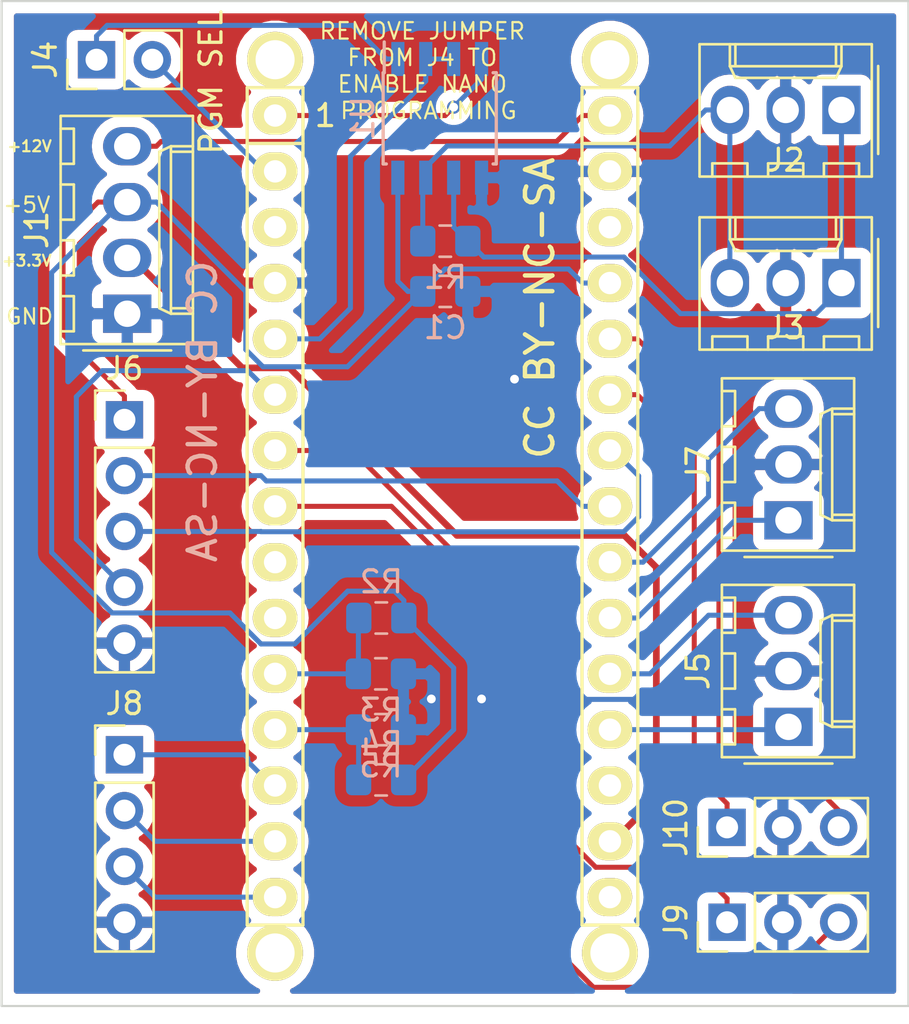
<source format=kicad_pcb>
(kicad_pcb (version 20171130) (host pcbnew "(5.1.4-0-10_14)")

  (general
    (thickness 1.6)
    (drawings 26)
    (tracks 183)
    (zones 0)
    (modules 23)
    (nets 33)
  )

  (page USLetter)
  (title_block
    (title "ABSIS NANO GENERAL I/O")
    (date 2017-12-26)
    (rev -)
    (company "F/A-18C SIMPIT")
    (comment 1 "JOHN STEENSEN")
  )

  (layers
    (0 F.Cu signal)
    (31 B.Cu signal)
    (32 B.Adhes user)
    (33 F.Adhes user)
    (34 B.Paste user)
    (35 F.Paste user)
    (36 B.SilkS user)
    (37 F.SilkS user)
    (38 B.Mask user)
    (39 F.Mask user)
    (40 Dwgs.User user)
    (41 Cmts.User user)
    (42 Eco1.User user)
    (43 Eco2.User user)
    (44 Edge.Cuts user)
    (45 Margin user)
    (46 B.CrtYd user)
    (47 F.CrtYd user)
    (48 B.Fab user)
    (49 F.Fab user)
  )

  (setup
    (last_trace_width 0.2286)
    (trace_clearance 0.1778)
    (zone_clearance 0.508)
    (zone_45_only no)
    (trace_min 0.1524)
    (via_size 0.6)
    (via_drill 0.4)
    (via_min_size 0.4)
    (via_min_drill 0.31)
    (blind_buried_vias_allowed yes)
    (uvia_size 0.3)
    (uvia_drill 0.1)
    (uvias_allowed no)
    (uvia_min_size 0.2)
    (uvia_min_drill 0.1)
    (edge_width 0.1)
    (segment_width 0.15)
    (pcb_text_width 0.3)
    (pcb_text_size 1.5 1.5)
    (mod_edge_width 0.15)
    (mod_text_size 1 1)
    (mod_text_width 0.15)
    (pad_size 1.5 1.5)
    (pad_drill 0.6)
    (pad_to_mask_clearance 0)
    (aux_axis_origin 127 111.76)
    (grid_origin 127 111.76)
    (visible_elements 7FFFFFFF)
    (pcbplotparams
      (layerselection 0x010f0_80000001)
      (usegerberextensions false)
      (usegerberattributes false)
      (usegerberadvancedattributes false)
      (creategerberjobfile false)
      (excludeedgelayer true)
      (linewidth 0.100000)
      (plotframeref false)
      (viasonmask false)
      (mode 1)
      (useauxorigin false)
      (hpglpennumber 1)
      (hpglpenspeed 20)
      (hpglpendiameter 15.000000)
      (psnegative false)
      (psa4output false)
      (plotreference true)
      (plotvalue true)
      (plotinvisibletext false)
      (padsonsilk false)
      (subtractmaskfromsilk false)
      (outputformat 1)
      (mirror false)
      (drillshape 0)
      (scaleselection 1)
      (outputdirectory "D:/CAD/GrabCAD/F_A-18C Simulator/CAD/ECAD/ABSIS/NANO IO/gerbers"))
  )

  (net 0 "")
  (net 1 "/1(Tx)")
  (net 2 "/0(Rx)")
  (net 3 GND)
  (net 4 /2)
  (net 5 +5V)
  (net 6 +3V3)
  (net 7 +12V)
  (net 8 "Net-(J2-Pad1)")
  (net 9 "Net-(J2-Pad3)")
  (net 10 /RX_ENABLE)
  (net 11 "Net-(P1-Pad3)")
  (net 12 "/3(**)")
  (net 13 /4)
  (net 14 "/5(**)")
  (net 15 /8)
  (net 16 "/9(**)")
  (net 17 "Net-(P2-Pad3)")
  (net 18 /A1)
  (net 19 /A0)
  (net 20 /AREF)
  (net 21 "Net-(P1-Pad9)")
  (net 22 "Net-(P1-Pad10)")
  (net 23 "Net-(P2-Pad15)")
  (net 24 "/10(**/SS)")
  (net 25 "/11(**/MOSI)")
  (net 26 "/12(MISO)")
  (net 27 /A3)
  (net 28 /A4)
  (net 29 /A6)
  (net 30 /A5)
  (net 31 /A2)
  (net 32 /A7)

  (net_class Default "This is the default net class."
    (clearance 0.1778)
    (trace_width 0.2286)
    (via_dia 0.6)
    (via_drill 0.4)
    (uvia_dia 0.3)
    (uvia_drill 0.1)
    (add_net "/10(**/SS)")
    (add_net "/11(**/MOSI)")
    (add_net "/12(MISO)")
    (add_net "/3(**)")
    (add_net /4)
    (add_net "/5(**)")
    (add_net /8)
    (add_net "/9(**)")
    (add_net /A0)
    (add_net /A1)
    (add_net /A2)
    (add_net /A3)
    (add_net /A4)
    (add_net /A5)
    (add_net /A6)
    (add_net /A7)
    (add_net /AREF)
    (add_net GND)
    (add_net "Net-(J2-Pad1)")
    (add_net "Net-(J2-Pad3)")
    (add_net "Net-(P1-Pad10)")
    (add_net "Net-(P1-Pad3)")
    (add_net "Net-(P1-Pad9)")
    (add_net "Net-(P2-Pad15)")
    (add_net "Net-(P2-Pad3)")
  )

  (net_class control ""
    (clearance 0.1778)
    (trace_width 0.2286)
    (via_dia 0.6)
    (via_drill 0.4)
    (uvia_dia 0.3)
    (uvia_drill 0.1)
    (add_net "/0(Rx)")
    (add_net "/1(Tx)")
    (add_net /2)
    (add_net /RX_ENABLE)
  )

  (net_class pwr12v ""
    (clearance 0.2032)
    (trace_width 0.762)
    (via_dia 0.6)
    (via_drill 0.4)
    (uvia_dia 0.3)
    (uvia_drill 0.1)
  )

  (net_class pwr3.3v ""
    (clearance 0.2032)
    (trace_width 0.3048)
    (via_dia 0.6)
    (via_drill 0.4)
    (uvia_dia 0.3)
    (uvia_drill 0.1)
    (add_net +3V3)
  )

  (net_class pwr5v ""
    (clearance 0.2032)
    (trace_width 0.2286)
    (via_dia 0.6)
    (via_drill 0.4)
    (uvia_dia 0.3)
    (uvia_drill 0.1)
    (add_net +12V)
    (add_net +5V)
  )

  (net_class signal ""
    (clearance 0.1778)
    (trace_width 0.1524)
    (via_dia 0.6)
    (via_drill 0.4)
    (uvia_dia 0.3)
    (uvia_drill 0.1)
  )

  (module Connector_PinHeader_2.54mm:PinHeader_1x04_P2.54mm_Vertical (layer F.Cu) (tedit 59FED5CC) (tstamp 5DB0FFF6)
    (at 132.588 100.33)
    (descr "Through hole straight pin header, 1x04, 2.54mm pitch, single row")
    (tags "Through hole pin header THT 1x04 2.54mm single row")
    (path /5DB10E32)
    (fp_text reference J8 (at 0 -2.33) (layer F.SilkS)
      (effects (font (size 1 1) (thickness 0.15)))
    )
    (fp_text value "ROT SW" (at 0 9.95) (layer F.Fab)
      (effects (font (size 1 1) (thickness 0.15)))
    )
    (fp_line (start -0.635 -1.27) (end 1.27 -1.27) (layer F.Fab) (width 0.1))
    (fp_line (start 1.27 -1.27) (end 1.27 8.89) (layer F.Fab) (width 0.1))
    (fp_line (start 1.27 8.89) (end -1.27 8.89) (layer F.Fab) (width 0.1))
    (fp_line (start -1.27 8.89) (end -1.27 -0.635) (layer F.Fab) (width 0.1))
    (fp_line (start -1.27 -0.635) (end -0.635 -1.27) (layer F.Fab) (width 0.1))
    (fp_line (start -1.33 8.95) (end 1.33 8.95) (layer F.SilkS) (width 0.12))
    (fp_line (start -1.33 1.27) (end -1.33 8.95) (layer F.SilkS) (width 0.12))
    (fp_line (start 1.33 1.27) (end 1.33 8.95) (layer F.SilkS) (width 0.12))
    (fp_line (start -1.33 1.27) (end 1.33 1.27) (layer F.SilkS) (width 0.12))
    (fp_line (start -1.33 0) (end -1.33 -1.33) (layer F.SilkS) (width 0.12))
    (fp_line (start -1.33 -1.33) (end 0 -1.33) (layer F.SilkS) (width 0.12))
    (fp_line (start -1.8 -1.8) (end -1.8 9.4) (layer F.CrtYd) (width 0.05))
    (fp_line (start -1.8 9.4) (end 1.8 9.4) (layer F.CrtYd) (width 0.05))
    (fp_line (start 1.8 9.4) (end 1.8 -1.8) (layer F.CrtYd) (width 0.05))
    (fp_line (start 1.8 -1.8) (end -1.8 -1.8) (layer F.CrtYd) (width 0.05))
    (fp_text user %R (at 0 3.81 270) (layer F.Fab)
      (effects (font (size 1 1) (thickness 0.15)))
    )
    (pad 1 thru_hole rect (at 0 0) (size 1.7 1.7) (drill 1) (layers *.Cu *.Mask)
      (net 24 "/10(**/SS)"))
    (pad 2 thru_hole oval (at 0 2.54) (size 1.7 1.7) (drill 1) (layers *.Cu *.Mask)
      (net 25 "/11(**/MOSI)"))
    (pad 3 thru_hole oval (at 0 5.08) (size 1.7 1.7) (drill 1) (layers *.Cu *.Mask)
      (net 26 "/12(MISO)"))
    (pad 4 thru_hole oval (at 0 7.62) (size 1.7 1.7) (drill 1) (layers *.Cu *.Mask)
      (net 3 GND))
    (model ${KISYS3DMOD}/Connector_PinHeader_2.54mm.3dshapes/PinHeader_1x04_P2.54mm_Vertical.wrl
      (at (xyz 0 0 0))
      (scale (xyz 1 1 1))
      (rotate (xyz 0 0 0))
    )
  )

  (module Pin_Headers:Pin_Header_Straight_1x02_Pitch2.54mm (layer F.Cu) (tedit 5A42BF98) (tstamp 5A3C25F8)
    (at 131.318 68.707 90)
    (descr "Through hole straight pin header, 1x02, 2.54mm pitch, single row")
    (tags "Through hole pin header THT 1x02 2.54mm single row")
    (path /5A3BF1D8)
    (fp_text reference J4 (at 0 -2.33 90) (layer F.SilkS)
      (effects (font (size 1 1) (thickness 0.15)))
    )
    (fp_text value "PGM SEL" (at -1.016 5.207 90) (layer F.SilkS)
      (effects (font (size 1 1) (thickness 0.15)))
    )
    (fp_line (start -0.635 -1.27) (end 1.27 -1.27) (layer F.Fab) (width 0.1))
    (fp_line (start 1.27 -1.27) (end 1.27 3.81) (layer F.Fab) (width 0.1))
    (fp_line (start 1.27 3.81) (end -1.27 3.81) (layer F.Fab) (width 0.1))
    (fp_line (start -1.27 3.81) (end -1.27 -0.635) (layer F.Fab) (width 0.1))
    (fp_line (start -1.27 -0.635) (end -0.635 -1.27) (layer F.Fab) (width 0.1))
    (fp_line (start -1.33 3.87) (end 1.33 3.87) (layer F.SilkS) (width 0.12))
    (fp_line (start -1.33 1.27) (end -1.33 3.87) (layer F.SilkS) (width 0.12))
    (fp_line (start 1.33 1.27) (end 1.33 3.87) (layer F.SilkS) (width 0.12))
    (fp_line (start -1.33 1.27) (end 1.33 1.27) (layer F.SilkS) (width 0.12))
    (fp_line (start -1.33 0) (end -1.33 -1.33) (layer F.SilkS) (width 0.12))
    (fp_line (start -1.33 -1.33) (end 0 -1.33) (layer F.SilkS) (width 0.12))
    (fp_line (start -1.8 -1.8) (end -1.8 4.35) (layer F.CrtYd) (width 0.05))
    (fp_line (start -1.8 4.35) (end 1.8 4.35) (layer F.CrtYd) (width 0.05))
    (fp_line (start 1.8 4.35) (end 1.8 -1.8) (layer F.CrtYd) (width 0.05))
    (fp_line (start 1.8 -1.8) (end -1.8 -1.8) (layer F.CrtYd) (width 0.05))
    (fp_text user %R (at 0 1.27 270) (layer F.Fab)
      (effects (font (size 1 1) (thickness 0.15)))
    )
    (pad 1 thru_hole rect (at 0 0 90) (size 1.7 1.7) (drill 1) (layers *.Cu *.Mask)
      (net 10 /RX_ENABLE))
    (pad 2 thru_hole oval (at 0 2.54 90) (size 1.7 1.7) (drill 1) (layers *.Cu *.Mask)
      (net 2 "/0(Rx)"))
    (model ${KISYS3DMOD}/Pin_Headers.3dshapes/Pin_Header_Straight_1x02_Pitch2.54mm.wrl
      (at (xyz 0 0 0))
      (scale (xyz 1 1 1))
      (rotate (xyz 0 0 0))
    )
  )

  (module Socket_Arduino_Nano:Socket_Strip_Arduino_1x15 locked (layer F.Cu) (tedit 5A42BC5D) (tstamp 551FC9D0)
    (at 139.446 71.247 270)
    (descr "Through hole socket strip")
    (tags "socket strip")
    (path /56D73FAC)
    (fp_text reference P1 (at 16.383 -2.54 270) (layer Dwgs.User)
      (effects (font (size 1 1) (thickness 0.15)))
    )
    (fp_text value Digital (at 20.193 -2.54 270) (layer F.Fab)
      (effects (font (size 1 1) (thickness 0.15)))
    )
    (fp_line (start 1.27 -1.27) (end -1.27 -1.27) (layer F.SilkS) (width 0.15))
    (fp_line (start -1.27 -1.27) (end -1.27 1.27) (layer F.SilkS) (width 0.15))
    (fp_line (start -1.27 1.27) (end 1.27 1.27) (layer F.SilkS) (width 0.15))
    (fp_line (start -1.75 -1.75) (end -1.75 1.75) (layer F.CrtYd) (width 0.05))
    (fp_line (start 37.35 -1.75) (end 37.35 1.75) (layer F.CrtYd) (width 0.05))
    (fp_line (start -1.75 -1.75) (end 37.35 -1.75) (layer F.CrtYd) (width 0.05))
    (fp_line (start -1.75 1.75) (end 37.35 1.75) (layer F.CrtYd) (width 0.05))
    (fp_line (start 1.27 -1.27) (end 36.83 -1.27) (layer F.SilkS) (width 0.15))
    (fp_line (start 36.83 -1.27) (end 36.83 1.27) (layer F.SilkS) (width 0.15))
    (fp_line (start 36.83 1.27) (end 1.27 1.27) (layer F.SilkS) (width 0.15))
    (fp_line (start 1.27 1.27) (end 1.27 -1.27) (layer F.SilkS) (width 0.15))
    (pad 1 thru_hole oval (at 0 0 270) (size 1.7272 2.032) (drill 1.016) (layers *.Cu *.Mask F.SilkS)
      (net 1 "/1(Tx)"))
    (pad 2 thru_hole oval (at 2.54 0 270) (size 1.7272 2.032) (drill 1.016) (layers *.Cu *.Mask F.SilkS)
      (net 2 "/0(Rx)"))
    (pad 3 thru_hole oval (at 5.08 0 270) (size 1.7272 2.032) (drill 1.016) (layers *.Cu *.Mask F.SilkS)
      (net 11 "Net-(P1-Pad3)"))
    (pad 4 thru_hole oval (at 7.62 0 270) (size 1.7272 2.032) (drill 1.016) (layers *.Cu *.Mask F.SilkS)
      (net 3 GND))
    (pad 5 thru_hole oval (at 10.16 0 270) (size 1.7272 2.032) (drill 1.016) (layers *.Cu *.Mask F.SilkS)
      (net 4 /2))
    (pad 6 thru_hole oval (at 12.7 0 270) (size 1.7272 2.032) (drill 1.016) (layers *.Cu *.Mask F.SilkS)
      (net 12 "/3(**)"))
    (pad 7 thru_hole oval (at 15.24 0 270) (size 1.7272 2.032) (drill 1.016) (layers *.Cu *.Mask F.SilkS)
      (net 13 /4))
    (pad 8 thru_hole oval (at 17.78 0 270) (size 1.7272 2.032) (drill 1.016) (layers *.Cu *.Mask F.SilkS)
      (net 14 "/5(**)"))
    (pad 9 thru_hole oval (at 20.32 0 270) (size 1.7272 2.032) (drill 1.016) (layers *.Cu *.Mask F.SilkS)
      (net 21 "Net-(P1-Pad9)"))
    (pad 10 thru_hole oval (at 22.86 0 270) (size 1.7272 2.032) (drill 1.016) (layers *.Cu *.Mask F.SilkS)
      (net 22 "Net-(P1-Pad10)"))
    (pad 11 thru_hole oval (at 25.4 0 270) (size 1.7272 2.032) (drill 1.016) (layers *.Cu *.Mask F.SilkS)
      (net 15 /8))
    (pad 12 thru_hole oval (at 27.94 0 270) (size 1.7272 2.032) (drill 1.016) (layers *.Cu *.Mask F.SilkS)
      (net 16 "/9(**)"))
    (pad 13 thru_hole oval (at 30.48 0 270) (size 1.7272 2.032) (drill 1.016) (layers *.Cu *.Mask F.SilkS)
      (net 24 "/10(**/SS)"))
    (pad 14 thru_hole oval (at 33.02 0 270) (size 1.7272 2.032) (drill 1.016) (layers *.Cu *.Mask F.SilkS)
      (net 25 "/11(**/MOSI)"))
    (pad 15 thru_hole oval (at 35.56 0 270) (size 1.7272 2.032) (drill 1.016) (layers *.Cu *.Mask F.SilkS)
      (net 26 "/12(MISO)"))
    (model ${KIPRJMOD}/Socket_Arduino_Nano.3dshapes/Socket_header_Arduino_1x15.wrl
      (offset (xyz 17.77999973297119 0 0))
      (scale (xyz 1 1 1))
      (rotate (xyz 0 0 180))
    )
  )

  (module Socket_Arduino_Nano:Socket_Strip_Arduino_1x15 locked (layer F.Cu) (tedit 5A42BB2C) (tstamp 551FC9EE)
    (at 154.686 71.247 270)
    (descr "Through hole socket strip")
    (tags "socket strip")
    (path /56D740C7)
    (fp_text reference P2 (at 16.383 2.54 270) (layer Dwgs.User)
      (effects (font (size 1 1) (thickness 0.15)))
    )
    (fp_text value Analog (at 20.193 2.54 270) (layer F.Fab)
      (effects (font (size 1 1) (thickness 0.15)))
    )
    (fp_line (start 1.27 -1.27) (end -1.27 -1.27) (layer F.SilkS) (width 0.15))
    (fp_line (start -1.27 -1.27) (end -1.27 1.27) (layer F.SilkS) (width 0.15))
    (fp_line (start -1.27 1.27) (end 1.27 1.27) (layer F.SilkS) (width 0.15))
    (fp_line (start -1.75 -1.75) (end -1.75 1.75) (layer F.CrtYd) (width 0.05))
    (fp_line (start 37.35 -1.75) (end 37.35 1.75) (layer F.CrtYd) (width 0.05))
    (fp_line (start -1.75 -1.75) (end 37.35 -1.75) (layer F.CrtYd) (width 0.05))
    (fp_line (start -1.75 1.75) (end 37.35 1.75) (layer F.CrtYd) (width 0.05))
    (fp_line (start 1.27 -1.27) (end 36.83 -1.27) (layer F.SilkS) (width 0.15))
    (fp_line (start 36.83 -1.27) (end 36.83 1.27) (layer F.SilkS) (width 0.15))
    (fp_line (start 36.83 1.27) (end 1.27 1.27) (layer F.SilkS) (width 0.15))
    (fp_line (start 1.27 1.27) (end 1.27 -1.27) (layer F.SilkS) (width 0.15))
    (pad 1 thru_hole oval (at 0 0 270) (size 1.7272 2.032) (drill 1.016) (layers *.Cu *.Mask F.SilkS)
      (net 7 +12V))
    (pad 2 thru_hole oval (at 2.54 0 270) (size 1.7272 2.032) (drill 1.016) (layers *.Cu *.Mask F.SilkS)
      (net 3 GND))
    (pad 3 thru_hole oval (at 5.08 0 270) (size 1.7272 2.032) (drill 1.016) (layers *.Cu *.Mask F.SilkS)
      (net 17 "Net-(P2-Pad3)"))
    (pad 4 thru_hole oval (at 7.62 0 270) (size 1.7272 2.032) (drill 1.016) (layers *.Cu *.Mask F.SilkS)
      (net 5 +5V))
    (pad 5 thru_hole oval (at 10.16 0 270) (size 1.7272 2.032) (drill 1.016) (layers *.Cu *.Mask F.SilkS)
      (net 32 /A7))
    (pad 6 thru_hole oval (at 12.7 0 270) (size 1.7272 2.032) (drill 1.016) (layers *.Cu *.Mask F.SilkS)
      (net 29 /A6))
    (pad 7 thru_hole oval (at 15.24 0 270) (size 1.7272 2.032) (drill 1.016) (layers *.Cu *.Mask F.SilkS)
      (net 30 /A5))
    (pad 8 thru_hole oval (at 17.78 0 270) (size 1.7272 2.032) (drill 1.016) (layers *.Cu *.Mask F.SilkS)
      (net 28 /A4))
    (pad 9 thru_hole oval (at 20.32 0 270) (size 1.7272 2.032) (drill 1.016) (layers *.Cu *.Mask F.SilkS)
      (net 27 /A3))
    (pad 10 thru_hole oval (at 22.86 0 270) (size 1.7272 2.032) (drill 1.016) (layers *.Cu *.Mask F.SilkS)
      (net 31 /A2))
    (pad 11 thru_hole oval (at 25.4 0 270) (size 1.7272 2.032) (drill 1.016) (layers *.Cu *.Mask F.SilkS)
      (net 18 /A1))
    (pad 12 thru_hole oval (at 27.94 0 270) (size 1.7272 2.032) (drill 1.016) (layers *.Cu *.Mask F.SilkS)
      (net 19 /A0))
    (pad 13 thru_hole oval (at 30.48 0 270) (size 1.7272 2.032) (drill 1.016) (layers *.Cu *.Mask F.SilkS)
      (net 20 /AREF))
    (pad 14 thru_hole oval (at 33.02 0 270) (size 1.7272 2.032) (drill 1.016) (layers *.Cu *.Mask F.SilkS)
      (net 6 +3V3))
    (pad 15 thru_hole oval (at 35.56 0 270) (size 1.7272 2.032) (drill 1.016) (layers *.Cu *.Mask F.SilkS)
      (net 23 "Net-(P2-Pad15)"))
    (model ${KIPRJMOD}/Socket_Arduino_Nano.3dshapes/Socket_header_Arduino_1x15.wrl
      (offset (xyz 17.77999973297119 0 0))
      (scale (xyz 1 1 1))
      (rotate (xyz 0 0 180))
    )
  )

  (module Socket_Arduino_Nano:1pin_Nano locked (layer F.Cu) (tedit 5521156E) (tstamp 55211553)
    (at 139.446 68.707)
    (descr "module 1 pin (ou trou mecanique de percage)")
    (tags DEV)
    (path /56D73ADD)
    (fp_text reference P3 (at 0 -2.032) (layer F.SilkS) hide
      (effects (font (size 1 1) (thickness 0.15)))
    )
    (fp_text value mounting (at 0 2.032) (layer F.Fab) hide
      (effects (font (size 1 1) (thickness 0.15)))
    )
    (pad 1 thru_hole circle (at 0 0) (size 2.54 2.54) (drill 1.778) (layers *.Cu *.Mask F.SilkS))
  )

  (module Socket_Arduino_Nano:1pin_Nano locked (layer F.Cu) (tedit 55211594) (tstamp 55211558)
    (at 139.446 109.347)
    (descr "module 1 pin (ou trou mecanique de percage)")
    (tags DEV)
    (path /56D73D86)
    (fp_text reference P4 (at 0 -2.032) (layer F.SilkS) hide
      (effects (font (size 1 1) (thickness 0.15)))
    )
    (fp_text value mounting (at 0 2.032) (layer F.Fab) hide
      (effects (font (size 1 1) (thickness 0.15)))
    )
    (pad 1 thru_hole circle (at 0 0) (size 2.54 2.54) (drill 1.778) (layers *.Cu *.Mask F.SilkS))
  )

  (module Socket_Arduino_Nano:1pin_Nano locked (layer F.Cu) (tedit 552115A5) (tstamp 5521155D)
    (at 154.686 109.347)
    (descr "module 1 pin (ou trou mecanique de percage)")
    (tags DEV)
    (path /56D73DAE)
    (fp_text reference P5 (at 0 -2.032) (layer F.SilkS) hide
      (effects (font (size 1 1) (thickness 0.15)))
    )
    (fp_text value mounting (at 0 2.032) (layer F.Fab) hide
      (effects (font (size 1 1) (thickness 0.15)))
    )
    (pad 1 thru_hole circle (at 0 0) (size 2.54 2.54) (drill 1.778) (layers *.Cu *.Mask F.SilkS))
  )

  (module Socket_Arduino_Nano:1pin_Nano locked (layer F.Cu) (tedit 552115BD) (tstamp 55211562)
    (at 154.686 68.707)
    (descr "module 1 pin (ou trou mecanique de percage)")
    (tags DEV)
    (path /56D73DD9)
    (fp_text reference P6 (at 0 -2.032) (layer F.SilkS) hide
      (effects (font (size 1 1) (thickness 0.15)))
    )
    (fp_text value mounting (at 0 2.032) (layer F.Fab) hide
      (effects (font (size 1 1) (thickness 0.15)))
    )
    (pad 1 thru_hole circle (at 0 0) (size 2.54 2.54) (drill 1.778) (layers *.Cu *.Mask F.SilkS))
  )

  (module Housings_SOIC:SOIC-8_3.9x4.9mm_Pitch1.27mm (layer B.Cu) (tedit 58CD0CDA) (tstamp 5A3C2645)
    (at 146.939 71.374 270)
    (descr "8-Lead Plastic Small Outline (SN) - Narrow, 3.90 mm Body [SOIC] (see Microchip Packaging Specification 00000049BS.pdf)")
    (tags "SOIC 1.27")
    (path /5A3BEAE8)
    (attr smd)
    (fp_text reference U1 (at 0 3.5 270) (layer B.SilkS)
      (effects (font (size 1 1) (thickness 0.15)) (justify mirror))
    )
    (fp_text value MAX487EESA (at 0 -3.5 270) (layer B.Fab)
      (effects (font (size 1 1) (thickness 0.15)) (justify mirror))
    )
    (fp_text user %R (at 0 0 270) (layer B.Fab)
      (effects (font (size 1 1) (thickness 0.15)) (justify mirror))
    )
    (fp_line (start -0.95 2.45) (end 1.95 2.45) (layer B.Fab) (width 0.1))
    (fp_line (start 1.95 2.45) (end 1.95 -2.45) (layer B.Fab) (width 0.1))
    (fp_line (start 1.95 -2.45) (end -1.95 -2.45) (layer B.Fab) (width 0.1))
    (fp_line (start -1.95 -2.45) (end -1.95 1.45) (layer B.Fab) (width 0.1))
    (fp_line (start -1.95 1.45) (end -0.95 2.45) (layer B.Fab) (width 0.1))
    (fp_line (start -3.73 2.7) (end -3.73 -2.7) (layer B.CrtYd) (width 0.05))
    (fp_line (start 3.73 2.7) (end 3.73 -2.7) (layer B.CrtYd) (width 0.05))
    (fp_line (start -3.73 2.7) (end 3.73 2.7) (layer B.CrtYd) (width 0.05))
    (fp_line (start -3.73 -2.7) (end 3.73 -2.7) (layer B.CrtYd) (width 0.05))
    (fp_line (start -2.075 2.575) (end -2.075 2.525) (layer B.SilkS) (width 0.15))
    (fp_line (start 2.075 2.575) (end 2.075 2.43) (layer B.SilkS) (width 0.15))
    (fp_line (start 2.075 -2.575) (end 2.075 -2.43) (layer B.SilkS) (width 0.15))
    (fp_line (start -2.075 -2.575) (end -2.075 -2.43) (layer B.SilkS) (width 0.15))
    (fp_line (start -2.075 2.575) (end 2.075 2.575) (layer B.SilkS) (width 0.15))
    (fp_line (start -2.075 -2.575) (end 2.075 -2.575) (layer B.SilkS) (width 0.15))
    (fp_line (start -2.075 2.525) (end -3.475 2.525) (layer B.SilkS) (width 0.15))
    (pad 1 smd rect (at -2.7 1.905 270) (size 1.55 0.6) (layers B.Cu B.Paste B.Mask)
      (net 10 /RX_ENABLE))
    (pad 2 smd rect (at -2.7 0.635 270) (size 1.55 0.6) (layers B.Cu B.Paste B.Mask)
      (net 4 /2))
    (pad 3 smd rect (at -2.7 -0.635 270) (size 1.55 0.6) (layers B.Cu B.Paste B.Mask)
      (net 4 /2))
    (pad 4 smd rect (at -2.7 -1.905 270) (size 1.55 0.6) (layers B.Cu B.Paste B.Mask)
      (net 1 "/1(Tx)"))
    (pad 5 smd rect (at 2.7 -1.905 270) (size 1.55 0.6) (layers B.Cu B.Paste B.Mask)
      (net 3 GND))
    (pad 6 smd rect (at 2.7 -0.635 270) (size 1.55 0.6) (layers B.Cu B.Paste B.Mask)
      (net 8 "Net-(J2-Pad1)"))
    (pad 7 smd rect (at 2.7 0.635 270) (size 1.55 0.6) (layers B.Cu B.Paste B.Mask)
      (net 9 "Net-(J2-Pad3)"))
    (pad 8 smd rect (at 2.7 1.905 270) (size 1.55 0.6) (layers B.Cu B.Paste B.Mask)
      (net 5 +5V))
    (model ${KISYS3DMOD}/Housings_SOIC.3dshapes/SOIC-8_3.9x4.9mm_Pitch1.27mm.wrl
      (at (xyz 0 0 0))
      (scale (xyz 1 1 1))
      (rotate (xyz 0 0 0))
    )
  )

  (module Connector_PinHeader_2.54mm:PinHeader_1x05_P2.54mm_Vertical (layer F.Cu) (tedit 59FED5CC) (tstamp 5BDEC227)
    (at 132.588 85.09)
    (descr "Through hole straight pin header, 1x05, 2.54mm pitch, single row")
    (tags "Through hole pin header THT 1x05 2.54mm single row")
    (path /5BCCD766)
    (fp_text reference J6 (at 0 -2.33) (layer F.SilkS)
      (effects (font (size 1 1) (thickness 0.15)))
    )
    (fp_text value ExpansionPort (at 0 12.49) (layer F.Fab)
      (effects (font (size 1 1) (thickness 0.15)))
    )
    (fp_line (start -0.635 -1.27) (end 1.27 -1.27) (layer F.Fab) (width 0.1))
    (fp_line (start 1.27 -1.27) (end 1.27 11.43) (layer F.Fab) (width 0.1))
    (fp_line (start 1.27 11.43) (end -1.27 11.43) (layer F.Fab) (width 0.1))
    (fp_line (start -1.27 11.43) (end -1.27 -0.635) (layer F.Fab) (width 0.1))
    (fp_line (start -1.27 -0.635) (end -0.635 -1.27) (layer F.Fab) (width 0.1))
    (fp_line (start -1.33 11.49) (end 1.33 11.49) (layer F.SilkS) (width 0.12))
    (fp_line (start -1.33 1.27) (end -1.33 11.49) (layer F.SilkS) (width 0.12))
    (fp_line (start 1.33 1.27) (end 1.33 11.49) (layer F.SilkS) (width 0.12))
    (fp_line (start -1.33 1.27) (end 1.33 1.27) (layer F.SilkS) (width 0.12))
    (fp_line (start -1.33 0) (end -1.33 -1.33) (layer F.SilkS) (width 0.12))
    (fp_line (start -1.33 -1.33) (end 0 -1.33) (layer F.SilkS) (width 0.12))
    (fp_line (start -1.8 -1.8) (end -1.8 11.95) (layer F.CrtYd) (width 0.05))
    (fp_line (start -1.8 11.95) (end 1.8 11.95) (layer F.CrtYd) (width 0.05))
    (fp_line (start 1.8 11.95) (end 1.8 -1.8) (layer F.CrtYd) (width 0.05))
    (fp_line (start 1.8 -1.8) (end -1.8 -1.8) (layer F.CrtYd) (width 0.05))
    (fp_text user %R (at 0 5.08 90) (layer F.Fab)
      (effects (font (size 1 1) (thickness 0.15)))
    )
    (pad 1 thru_hole rect (at 0 0) (size 1.7 1.7) (drill 1) (layers *.Cu *.Mask)
      (net 5 +5V))
    (pad 2 thru_hole oval (at 0 2.54) (size 1.7 1.7) (drill 1) (layers *.Cu *.Mask)
      (net 28 /A4))
    (pad 3 thru_hole oval (at 0 5.08) (size 1.7 1.7) (drill 1) (layers *.Cu *.Mask)
      (net 30 /A5))
    (pad 4 thru_hole oval (at 0 7.62) (size 1.7 1.7) (drill 1) (layers *.Cu *.Mask)
      (net 12 "/3(**)"))
    (pad 5 thru_hole oval (at 0 10.16) (size 1.7 1.7) (drill 1) (layers *.Cu *.Mask)
      (net 3 GND))
    (model ${KISYS3DMOD}/Connector_PinHeader_2.54mm.3dshapes/PinHeader_1x05_P2.54mm_Vertical.wrl
      (at (xyz 0 0 0))
      (scale (xyz 1 1 1))
      (rotate (xyz 0 0 0))
    )
  )

  (module Resistor_SMD:R_0805_2012Metric_Pad1.15x1.40mm_HandSolder (layer B.Cu) (tedit 5B36C52B) (tstamp 5BDEC2A7)
    (at 144.281 94.107 180)
    (descr "Resistor SMD 0805 (2012 Metric), square (rectangular) end terminal, IPC_7351 nominal with elongated pad for handsoldering. (Body size source: https://docs.google.com/spreadsheets/d/1BsfQQcO9C6DZCsRaXUlFlo91Tg2WpOkGARC1WS5S8t0/edit?usp=sharing), generated with kicad-footprint-generator")
    (tags "resistor handsolder")
    (path /5A5156D1)
    (attr smd)
    (fp_text reference R2 (at 0 1.65 180) (layer B.SilkS)
      (effects (font (size 1 1) (thickness 0.15)) (justify mirror))
    )
    (fp_text value 10k (at 0 -1.65 180) (layer B.Fab)
      (effects (font (size 1 1) (thickness 0.15)) (justify mirror))
    )
    (fp_text user %R (at 0 0 180) (layer B.Fab)
      (effects (font (size 0.5 0.5) (thickness 0.08)) (justify mirror))
    )
    (fp_line (start 1.85 -0.95) (end -1.85 -0.95) (layer B.CrtYd) (width 0.05))
    (fp_line (start 1.85 0.95) (end 1.85 -0.95) (layer B.CrtYd) (width 0.05))
    (fp_line (start -1.85 0.95) (end 1.85 0.95) (layer B.CrtYd) (width 0.05))
    (fp_line (start -1.85 -0.95) (end -1.85 0.95) (layer B.CrtYd) (width 0.05))
    (fp_line (start -0.261252 -0.71) (end 0.261252 -0.71) (layer B.SilkS) (width 0.12))
    (fp_line (start -0.261252 0.71) (end 0.261252 0.71) (layer B.SilkS) (width 0.12))
    (fp_line (start 1 -0.6) (end -1 -0.6) (layer B.Fab) (width 0.1))
    (fp_line (start 1 0.6) (end 1 -0.6) (layer B.Fab) (width 0.1))
    (fp_line (start -1 0.6) (end 1 0.6) (layer B.Fab) (width 0.1))
    (fp_line (start -1 -0.6) (end -1 0.6) (layer B.Fab) (width 0.1))
    (pad 2 smd roundrect (at 1.025 0 180) (size 1.15 1.4) (layers B.Cu B.Paste B.Mask) (roundrect_rratio 0.217391)
      (net 15 /8))
    (pad 1 smd roundrect (at -1.025 0 180) (size 1.15 1.4) (layers B.Cu B.Paste B.Mask) (roundrect_rratio 0.217391)
      (net 5 +5V))
    (model ${KISYS3DMOD}/Resistor_SMD.3dshapes/R_0805_2012Metric.wrl
      (at (xyz 0 0 0))
      (scale (xyz 1 1 1))
      (rotate (xyz 0 0 0))
    )
  )

  (module Resistor_SMD:R_0805_2012Metric_Pad1.15x1.40mm_HandSolder (layer B.Cu) (tedit 5B36C52B) (tstamp 5BDEC2B8)
    (at 144.263 96.647)
    (descr "Resistor SMD 0805 (2012 Metric), square (rectangular) end terminal, IPC_7351 nominal with elongated pad for handsoldering. (Body size source: https://docs.google.com/spreadsheets/d/1BsfQQcO9C6DZCsRaXUlFlo91Tg2WpOkGARC1WS5S8t0/edit?usp=sharing), generated with kicad-footprint-generator")
    (tags "resistor handsolder")
    (path /5A515845)
    (attr smd)
    (fp_text reference R3 (at 0 1.65) (layer B.SilkS)
      (effects (font (size 1 1) (thickness 0.15)) (justify mirror))
    )
    (fp_text value 10k (at 0 -1.65) (layer B.Fab)
      (effects (font (size 1 1) (thickness 0.15)) (justify mirror))
    )
    (fp_line (start -1 -0.6) (end -1 0.6) (layer B.Fab) (width 0.1))
    (fp_line (start -1 0.6) (end 1 0.6) (layer B.Fab) (width 0.1))
    (fp_line (start 1 0.6) (end 1 -0.6) (layer B.Fab) (width 0.1))
    (fp_line (start 1 -0.6) (end -1 -0.6) (layer B.Fab) (width 0.1))
    (fp_line (start -0.261252 0.71) (end 0.261252 0.71) (layer B.SilkS) (width 0.12))
    (fp_line (start -0.261252 -0.71) (end 0.261252 -0.71) (layer B.SilkS) (width 0.12))
    (fp_line (start -1.85 -0.95) (end -1.85 0.95) (layer B.CrtYd) (width 0.05))
    (fp_line (start -1.85 0.95) (end 1.85 0.95) (layer B.CrtYd) (width 0.05))
    (fp_line (start 1.85 0.95) (end 1.85 -0.95) (layer B.CrtYd) (width 0.05))
    (fp_line (start 1.85 -0.95) (end -1.85 -0.95) (layer B.CrtYd) (width 0.05))
    (fp_text user %R (at 0 0) (layer B.Fab)
      (effects (font (size 0.5 0.5) (thickness 0.08)) (justify mirror))
    )
    (pad 1 smd roundrect (at -1.025 0) (size 1.15 1.4) (layers B.Cu B.Paste B.Mask) (roundrect_rratio 0.217391)
      (net 15 /8))
    (pad 2 smd roundrect (at 1.025 0) (size 1.15 1.4) (layers B.Cu B.Paste B.Mask) (roundrect_rratio 0.217391)
      (net 3 GND))
    (model ${KISYS3DMOD}/Resistor_SMD.3dshapes/R_0805_2012Metric.wrl
      (at (xyz 0 0 0))
      (scale (xyz 1 1 1))
      (rotate (xyz 0 0 0))
    )
  )

  (module Resistor_SMD:R_0805_2012Metric_Pad1.15x1.40mm_HandSolder (layer B.Cu) (tedit 5B36C52B) (tstamp 5BDEC2C9)
    (at 144.272 101.473 180)
    (descr "Resistor SMD 0805 (2012 Metric), square (rectangular) end terminal, IPC_7351 nominal with elongated pad for handsoldering. (Body size source: https://docs.google.com/spreadsheets/d/1BsfQQcO9C6DZCsRaXUlFlo91Tg2WpOkGARC1WS5S8t0/edit?usp=sharing), generated with kicad-footprint-generator")
    (tags "resistor handsolder")
    (path /5A515F45)
    (attr smd)
    (fp_text reference R4 (at 0 1.65 180) (layer B.SilkS)
      (effects (font (size 1 1) (thickness 0.15)) (justify mirror))
    )
    (fp_text value 10k (at 0 -1.65 180) (layer B.Fab)
      (effects (font (size 1 1) (thickness 0.15)) (justify mirror))
    )
    (fp_text user %R (at 0 0 180) (layer B.Fab)
      (effects (font (size 0.5 0.5) (thickness 0.08)) (justify mirror))
    )
    (fp_line (start 1.85 -0.95) (end -1.85 -0.95) (layer B.CrtYd) (width 0.05))
    (fp_line (start 1.85 0.95) (end 1.85 -0.95) (layer B.CrtYd) (width 0.05))
    (fp_line (start -1.85 0.95) (end 1.85 0.95) (layer B.CrtYd) (width 0.05))
    (fp_line (start -1.85 -0.95) (end -1.85 0.95) (layer B.CrtYd) (width 0.05))
    (fp_line (start -0.261252 -0.71) (end 0.261252 -0.71) (layer B.SilkS) (width 0.12))
    (fp_line (start -0.261252 0.71) (end 0.261252 0.71) (layer B.SilkS) (width 0.12))
    (fp_line (start 1 -0.6) (end -1 -0.6) (layer B.Fab) (width 0.1))
    (fp_line (start 1 0.6) (end 1 -0.6) (layer B.Fab) (width 0.1))
    (fp_line (start -1 0.6) (end 1 0.6) (layer B.Fab) (width 0.1))
    (fp_line (start -1 -0.6) (end -1 0.6) (layer B.Fab) (width 0.1))
    (pad 2 smd roundrect (at 1.025 0 180) (size 1.15 1.4) (layers B.Cu B.Paste B.Mask) (roundrect_rratio 0.217391)
      (net 16 "/9(**)"))
    (pad 1 smd roundrect (at -1.025 0 180) (size 1.15 1.4) (layers B.Cu B.Paste B.Mask) (roundrect_rratio 0.217391)
      (net 5 +5V))
    (model ${KISYS3DMOD}/Resistor_SMD.3dshapes/R_0805_2012Metric.wrl
      (at (xyz 0 0 0))
      (scale (xyz 1 1 1))
      (rotate (xyz 0 0 0))
    )
  )

  (module Resistor_SMD:R_0805_2012Metric_Pad1.15x1.40mm_HandSolder (layer B.Cu) (tedit 5B36C52B) (tstamp 5BDEC2DA)
    (at 144.263 99.187)
    (descr "Resistor SMD 0805 (2012 Metric), square (rectangular) end terminal, IPC_7351 nominal with elongated pad for handsoldering. (Body size source: https://docs.google.com/spreadsheets/d/1BsfQQcO9C6DZCsRaXUlFlo91Tg2WpOkGARC1WS5S8t0/edit?usp=sharing), generated with kicad-footprint-generator")
    (tags "resistor handsolder")
    (path /5A515F4B)
    (attr smd)
    (fp_text reference R5 (at 0 1.65) (layer B.SilkS)
      (effects (font (size 1 1) (thickness 0.15)) (justify mirror))
    )
    (fp_text value 10k (at 0 -1.65) (layer B.Fab)
      (effects (font (size 1 1) (thickness 0.15)) (justify mirror))
    )
    (fp_line (start -1 -0.6) (end -1 0.6) (layer B.Fab) (width 0.1))
    (fp_line (start -1 0.6) (end 1 0.6) (layer B.Fab) (width 0.1))
    (fp_line (start 1 0.6) (end 1 -0.6) (layer B.Fab) (width 0.1))
    (fp_line (start 1 -0.6) (end -1 -0.6) (layer B.Fab) (width 0.1))
    (fp_line (start -0.261252 0.71) (end 0.261252 0.71) (layer B.SilkS) (width 0.12))
    (fp_line (start -0.261252 -0.71) (end 0.261252 -0.71) (layer B.SilkS) (width 0.12))
    (fp_line (start -1.85 -0.95) (end -1.85 0.95) (layer B.CrtYd) (width 0.05))
    (fp_line (start -1.85 0.95) (end 1.85 0.95) (layer B.CrtYd) (width 0.05))
    (fp_line (start 1.85 0.95) (end 1.85 -0.95) (layer B.CrtYd) (width 0.05))
    (fp_line (start 1.85 -0.95) (end -1.85 -0.95) (layer B.CrtYd) (width 0.05))
    (fp_text user %R (at 0 0) (layer B.Fab)
      (effects (font (size 0.5 0.5) (thickness 0.08)) (justify mirror))
    )
    (pad 1 smd roundrect (at -1.025 0) (size 1.15 1.4) (layers B.Cu B.Paste B.Mask) (roundrect_rratio 0.217391)
      (net 16 "/9(**)"))
    (pad 2 smd roundrect (at 1.025 0) (size 1.15 1.4) (layers B.Cu B.Paste B.Mask) (roundrect_rratio 0.217391)
      (net 3 GND))
    (model ${KISYS3DMOD}/Resistor_SMD.3dshapes/R_0805_2012Metric.wrl
      (at (xyz 0 0 0))
      (scale (xyz 1 1 1))
      (rotate (xyz 0 0 0))
    )
  )

  (module Capacitor_SMD:C_0805_2012Metric_Pad1.15x1.40mm_HandSolder (layer B.Cu) (tedit 5B36C52B) (tstamp 5BDED3C8)
    (at 147.193 79.248)
    (descr "Capacitor SMD 0805 (2012 Metric), square (rectangular) end terminal, IPC_7351 nominal with elongated pad for handsoldering. (Body size source: https://docs.google.com/spreadsheets/d/1BsfQQcO9C6DZCsRaXUlFlo91Tg2WpOkGARC1WS5S8t0/edit?usp=sharing), generated with kicad-footprint-generator")
    (tags "capacitor handsolder")
    (path /5A3C0CA8)
    (attr smd)
    (fp_text reference C1 (at 0 1.65) (layer B.SilkS)
      (effects (font (size 1 1) (thickness 0.15)) (justify mirror))
    )
    (fp_text value 0.1uF (at 0 -1.65) (layer B.Fab)
      (effects (font (size 1 1) (thickness 0.15)) (justify mirror))
    )
    (fp_line (start -1 -0.6) (end -1 0.6) (layer B.Fab) (width 0.1))
    (fp_line (start -1 0.6) (end 1 0.6) (layer B.Fab) (width 0.1))
    (fp_line (start 1 0.6) (end 1 -0.6) (layer B.Fab) (width 0.1))
    (fp_line (start 1 -0.6) (end -1 -0.6) (layer B.Fab) (width 0.1))
    (fp_line (start -0.261252 0.71) (end 0.261252 0.71) (layer B.SilkS) (width 0.12))
    (fp_line (start -0.261252 -0.71) (end 0.261252 -0.71) (layer B.SilkS) (width 0.12))
    (fp_line (start -1.85 -0.95) (end -1.85 0.95) (layer B.CrtYd) (width 0.05))
    (fp_line (start -1.85 0.95) (end 1.85 0.95) (layer B.CrtYd) (width 0.05))
    (fp_line (start 1.85 0.95) (end 1.85 -0.95) (layer B.CrtYd) (width 0.05))
    (fp_line (start 1.85 -0.95) (end -1.85 -0.95) (layer B.CrtYd) (width 0.05))
    (fp_text user %R (at 0 0) (layer B.Fab)
      (effects (font (size 0.5 0.5) (thickness 0.08)) (justify mirror))
    )
    (pad 1 smd roundrect (at -1.025 0) (size 1.15 1.4) (layers B.Cu B.Paste B.Mask) (roundrect_rratio 0.217391)
      (net 5 +5V))
    (pad 2 smd roundrect (at 1.025 0) (size 1.15 1.4) (layers B.Cu B.Paste B.Mask) (roundrect_rratio 0.217391)
      (net 3 GND))
    (model ${KISYS3DMOD}/Capacitor_SMD.3dshapes/C_0805_2012Metric.wrl
      (at (xyz 0 0 0))
      (scale (xyz 1 1 1))
      (rotate (xyz 0 0 0))
    )
  )

  (module Connector_Molex:Molex_KK-254_AE-6410-04A_1x04_P2.54mm_Vertical (layer F.Cu) (tedit 5A15A247) (tstamp 5BDEC7D9)
    (at 132.715 80.264 90)
    (descr "Molex KK-254 Interconnect System, old/engineering part number: AE-6410-04A example for new part number: 22-27-2041, 4 Pins (http://www.molex.com/pdm_docs/sd/022272021_sd.pdf), generated with kicad-footprint-generator")
    (tags "connector Molex KK-254 side entry")
    (path /5A3BE8B0)
    (fp_text reference J1 (at 3.81 -4.12 90) (layer F.SilkS)
      (effects (font (size 1 1) (thickness 0.15)))
    )
    (fp_text value PWR (at 3.81 4.08 90) (layer F.Fab)
      (effects (font (size 1 1) (thickness 0.15)))
    )
    (fp_line (start -1.27 -2.92) (end -1.27 2.88) (layer F.Fab) (width 0.1))
    (fp_line (start -1.27 2.88) (end 8.89 2.88) (layer F.Fab) (width 0.1))
    (fp_line (start 8.89 2.88) (end 8.89 -2.92) (layer F.Fab) (width 0.1))
    (fp_line (start 8.89 -2.92) (end -1.27 -2.92) (layer F.Fab) (width 0.1))
    (fp_line (start -1.38 -3.03) (end -1.38 2.99) (layer F.SilkS) (width 0.12))
    (fp_line (start -1.38 2.99) (end 9 2.99) (layer F.SilkS) (width 0.12))
    (fp_line (start 9 2.99) (end 9 -3.03) (layer F.SilkS) (width 0.12))
    (fp_line (start 9 -3.03) (end -1.38 -3.03) (layer F.SilkS) (width 0.12))
    (fp_line (start -1.67 -2) (end -1.67 2) (layer F.SilkS) (width 0.12))
    (fp_line (start -1.27 -0.5) (end -0.562893 0) (layer F.Fab) (width 0.1))
    (fp_line (start -0.562893 0) (end -1.27 0.5) (layer F.Fab) (width 0.1))
    (fp_line (start 0 2.99) (end 0 1.99) (layer F.SilkS) (width 0.12))
    (fp_line (start 0 1.99) (end 7.62 1.99) (layer F.SilkS) (width 0.12))
    (fp_line (start 7.62 1.99) (end 7.62 2.99) (layer F.SilkS) (width 0.12))
    (fp_line (start 0 1.99) (end 0.25 1.46) (layer F.SilkS) (width 0.12))
    (fp_line (start 0.25 1.46) (end 7.37 1.46) (layer F.SilkS) (width 0.12))
    (fp_line (start 7.37 1.46) (end 7.62 1.99) (layer F.SilkS) (width 0.12))
    (fp_line (start 0.25 2.99) (end 0.25 1.99) (layer F.SilkS) (width 0.12))
    (fp_line (start 7.37 2.99) (end 7.37 1.99) (layer F.SilkS) (width 0.12))
    (fp_line (start -0.8 -3.03) (end -0.8 -2.43) (layer F.SilkS) (width 0.12))
    (fp_line (start -0.8 -2.43) (end 0.8 -2.43) (layer F.SilkS) (width 0.12))
    (fp_line (start 0.8 -2.43) (end 0.8 -3.03) (layer F.SilkS) (width 0.12))
    (fp_line (start 1.74 -3.03) (end 1.74 -2.43) (layer F.SilkS) (width 0.12))
    (fp_line (start 1.74 -2.43) (end 3.34 -2.43) (layer F.SilkS) (width 0.12))
    (fp_line (start 3.34 -2.43) (end 3.34 -3.03) (layer F.SilkS) (width 0.12))
    (fp_line (start 4.28 -3.03) (end 4.28 -2.43) (layer F.SilkS) (width 0.12))
    (fp_line (start 4.28 -2.43) (end 5.88 -2.43) (layer F.SilkS) (width 0.12))
    (fp_line (start 5.88 -2.43) (end 5.88 -3.03) (layer F.SilkS) (width 0.12))
    (fp_line (start 6.82 -3.03) (end 6.82 -2.43) (layer F.SilkS) (width 0.12))
    (fp_line (start 6.82 -2.43) (end 8.42 -2.43) (layer F.SilkS) (width 0.12))
    (fp_line (start 8.42 -2.43) (end 8.42 -3.03) (layer F.SilkS) (width 0.12))
    (fp_line (start -1.77 -3.42) (end -1.77 3.38) (layer F.CrtYd) (width 0.05))
    (fp_line (start -1.77 3.38) (end 9.39 3.38) (layer F.CrtYd) (width 0.05))
    (fp_line (start 9.39 3.38) (end 9.39 -3.42) (layer F.CrtYd) (width 0.05))
    (fp_line (start 9.39 -3.42) (end -1.77 -3.42) (layer F.CrtYd) (width 0.05))
    (fp_text user %R (at 3.81 -2.22 90) (layer F.Fab)
      (effects (font (size 1 1) (thickness 0.15)))
    )
    (pad 1 thru_hole rect (at 0 0 90) (size 1.74 2.2) (drill 1.2) (layers *.Cu *.Mask)
      (net 3 GND))
    (pad 2 thru_hole oval (at 2.54 0 90) (size 1.74 2.2) (drill 1.2) (layers *.Cu *.Mask)
      (net 6 +3V3))
    (pad 3 thru_hole oval (at 5.08 0 90) (size 1.74 2.2) (drill 1.2) (layers *.Cu *.Mask)
      (net 5 +5V))
    (pad 4 thru_hole oval (at 7.62 0 90) (size 1.74 2.2) (drill 1.2) (layers *.Cu *.Mask)
      (net 7 +12V))
    (model ${KISYS3DMOD}/Connector_Molex.3dshapes/Molex_KK-254_AE-6410-04A_1x04_P2.54mm_Vertical.wrl
      (at (xyz 0 0 0))
      (scale (xyz 1 1 1))
      (rotate (xyz 0 0 0))
    )
  )

  (module Connector_Molex:Molex_KK-254_AE-6410-03A_1x03_P2.54mm_Vertical (layer F.Cu) (tedit 5A15A247) (tstamp 5BDEC804)
    (at 165.227 70.993 180)
    (descr "Molex KK-254 Interconnect System, old/engineering part number: AE-6410-03A example for new part number: 22-27-2031, 3 Pins (http://www.molex.com/pdm_docs/sd/022272021_sd.pdf), generated with kicad-footprint-generator")
    (tags "connector Molex KK-254 side entry")
    (path /5A3BEFC3)
    (fp_text reference J2 (at 2.54 -2.286 180) (layer F.SilkS)
      (effects (font (size 1 1) (thickness 0.15)))
    )
    (fp_text value "BUS IN" (at 2.54 4.08 180) (layer F.Fab)
      (effects (font (size 1 1) (thickness 0.15)))
    )
    (fp_line (start -1.27 -2.92) (end -1.27 2.88) (layer F.Fab) (width 0.1))
    (fp_line (start -1.27 2.88) (end 6.35 2.88) (layer F.Fab) (width 0.1))
    (fp_line (start 6.35 2.88) (end 6.35 -2.92) (layer F.Fab) (width 0.1))
    (fp_line (start 6.35 -2.92) (end -1.27 -2.92) (layer F.Fab) (width 0.1))
    (fp_line (start -1.38 -3.03) (end -1.38 2.99) (layer F.SilkS) (width 0.12))
    (fp_line (start -1.38 2.99) (end 6.46 2.99) (layer F.SilkS) (width 0.12))
    (fp_line (start 6.46 2.99) (end 6.46 -3.03) (layer F.SilkS) (width 0.12))
    (fp_line (start 6.46 -3.03) (end -1.38 -3.03) (layer F.SilkS) (width 0.12))
    (fp_line (start -1.67 -2) (end -1.67 2) (layer F.SilkS) (width 0.12))
    (fp_line (start -1.27 -0.5) (end -0.562893 0) (layer F.Fab) (width 0.1))
    (fp_line (start -0.562893 0) (end -1.27 0.5) (layer F.Fab) (width 0.1))
    (fp_line (start 0 2.99) (end 0 1.99) (layer F.SilkS) (width 0.12))
    (fp_line (start 0 1.99) (end 5.08 1.99) (layer F.SilkS) (width 0.12))
    (fp_line (start 5.08 1.99) (end 5.08 2.99) (layer F.SilkS) (width 0.12))
    (fp_line (start 0 1.99) (end 0.25 1.46) (layer F.SilkS) (width 0.12))
    (fp_line (start 0.25 1.46) (end 4.83 1.46) (layer F.SilkS) (width 0.12))
    (fp_line (start 4.83 1.46) (end 5.08 1.99) (layer F.SilkS) (width 0.12))
    (fp_line (start 0.25 2.99) (end 0.25 1.99) (layer F.SilkS) (width 0.12))
    (fp_line (start 4.83 2.99) (end 4.83 1.99) (layer F.SilkS) (width 0.12))
    (fp_line (start -0.8 -3.03) (end -0.8 -2.43) (layer F.SilkS) (width 0.12))
    (fp_line (start -0.8 -2.43) (end 0.8 -2.43) (layer F.SilkS) (width 0.12))
    (fp_line (start 0.8 -2.43) (end 0.8 -3.03) (layer F.SilkS) (width 0.12))
    (fp_line (start 1.74 -3.03) (end 1.74 -2.43) (layer F.SilkS) (width 0.12))
    (fp_line (start 1.74 -2.43) (end 3.34 -2.43) (layer F.SilkS) (width 0.12))
    (fp_line (start 3.34 -2.43) (end 3.34 -3.03) (layer F.SilkS) (width 0.12))
    (fp_line (start 4.28 -3.03) (end 4.28 -2.43) (layer F.SilkS) (width 0.12))
    (fp_line (start 4.28 -2.43) (end 5.88 -2.43) (layer F.SilkS) (width 0.12))
    (fp_line (start 5.88 -2.43) (end 5.88 -3.03) (layer F.SilkS) (width 0.12))
    (fp_line (start -1.77 -3.42) (end -1.77 3.38) (layer F.CrtYd) (width 0.05))
    (fp_line (start -1.77 3.38) (end 6.85 3.38) (layer F.CrtYd) (width 0.05))
    (fp_line (start 6.85 3.38) (end 6.85 -3.42) (layer F.CrtYd) (width 0.05))
    (fp_line (start 6.85 -3.42) (end -1.77 -3.42) (layer F.CrtYd) (width 0.05))
    (fp_text user %R (at 2.54 -2.22 180) (layer F.Fab)
      (effects (font (size 1 1) (thickness 0.15)))
    )
    (pad 1 thru_hole rect (at 0 0 180) (size 1.74 2.2) (drill 1.2) (layers *.Cu *.Mask)
      (net 8 "Net-(J2-Pad1)"))
    (pad 2 thru_hole oval (at 2.54 0 180) (size 1.74 2.2) (drill 1.2) (layers *.Cu *.Mask)
      (net 3 GND))
    (pad 3 thru_hole oval (at 5.08 0 180) (size 1.74 2.2) (drill 1.2) (layers *.Cu *.Mask)
      (net 9 "Net-(J2-Pad3)"))
    (model ${KISYS3DMOD}/Connector_Molex.3dshapes/Molex_KK-254_AE-6410-03A_1x03_P2.54mm_Vertical.wrl
      (at (xyz 0 0 0))
      (scale (xyz 1 1 1))
      (rotate (xyz 0 0 0))
    )
  )

  (module Connector_Molex:Molex_KK-254_AE-6410-03A_1x03_P2.54mm_Vertical (layer F.Cu) (tedit 5A15A247) (tstamp 5BDED261)
    (at 165.227 78.867 180)
    (descr "Molex KK-254 Interconnect System, old/engineering part number: AE-6410-03A example for new part number: 22-27-2031, 3 Pins (http://www.molex.com/pdm_docs/sd/022272021_sd.pdf), generated with kicad-footprint-generator")
    (tags "connector Molex KK-254 side entry")
    (path /5A3BF1A3)
    (fp_text reference J3 (at 2.54 -2.032 180) (layer F.SilkS)
      (effects (font (size 1 1) (thickness 0.15)))
    )
    (fp_text value "BUS OUT" (at 2.54 4.08 180) (layer F.Fab)
      (effects (font (size 1 1) (thickness 0.15)))
    )
    (fp_text user %R (at 2.54 -2.22 180) (layer F.Fab)
      (effects (font (size 1 1) (thickness 0.15)))
    )
    (fp_line (start 6.85 -3.42) (end -1.77 -3.42) (layer F.CrtYd) (width 0.05))
    (fp_line (start 6.85 3.38) (end 6.85 -3.42) (layer F.CrtYd) (width 0.05))
    (fp_line (start -1.77 3.38) (end 6.85 3.38) (layer F.CrtYd) (width 0.05))
    (fp_line (start -1.77 -3.42) (end -1.77 3.38) (layer F.CrtYd) (width 0.05))
    (fp_line (start 5.88 -2.43) (end 5.88 -3.03) (layer F.SilkS) (width 0.12))
    (fp_line (start 4.28 -2.43) (end 5.88 -2.43) (layer F.SilkS) (width 0.12))
    (fp_line (start 4.28 -3.03) (end 4.28 -2.43) (layer F.SilkS) (width 0.12))
    (fp_line (start 3.34 -2.43) (end 3.34 -3.03) (layer F.SilkS) (width 0.12))
    (fp_line (start 1.74 -2.43) (end 3.34 -2.43) (layer F.SilkS) (width 0.12))
    (fp_line (start 1.74 -3.03) (end 1.74 -2.43) (layer F.SilkS) (width 0.12))
    (fp_line (start 0.8 -2.43) (end 0.8 -3.03) (layer F.SilkS) (width 0.12))
    (fp_line (start -0.8 -2.43) (end 0.8 -2.43) (layer F.SilkS) (width 0.12))
    (fp_line (start -0.8 -3.03) (end -0.8 -2.43) (layer F.SilkS) (width 0.12))
    (fp_line (start 4.83 2.99) (end 4.83 1.99) (layer F.SilkS) (width 0.12))
    (fp_line (start 0.25 2.99) (end 0.25 1.99) (layer F.SilkS) (width 0.12))
    (fp_line (start 4.83 1.46) (end 5.08 1.99) (layer F.SilkS) (width 0.12))
    (fp_line (start 0.25 1.46) (end 4.83 1.46) (layer F.SilkS) (width 0.12))
    (fp_line (start 0 1.99) (end 0.25 1.46) (layer F.SilkS) (width 0.12))
    (fp_line (start 5.08 1.99) (end 5.08 2.99) (layer F.SilkS) (width 0.12))
    (fp_line (start 0 1.99) (end 5.08 1.99) (layer F.SilkS) (width 0.12))
    (fp_line (start 0 2.99) (end 0 1.99) (layer F.SilkS) (width 0.12))
    (fp_line (start -0.562893 0) (end -1.27 0.5) (layer F.Fab) (width 0.1))
    (fp_line (start -1.27 -0.5) (end -0.562893 0) (layer F.Fab) (width 0.1))
    (fp_line (start -1.67 -2) (end -1.67 2) (layer F.SilkS) (width 0.12))
    (fp_line (start 6.46 -3.03) (end -1.38 -3.03) (layer F.SilkS) (width 0.12))
    (fp_line (start 6.46 2.99) (end 6.46 -3.03) (layer F.SilkS) (width 0.12))
    (fp_line (start -1.38 2.99) (end 6.46 2.99) (layer F.SilkS) (width 0.12))
    (fp_line (start -1.38 -3.03) (end -1.38 2.99) (layer F.SilkS) (width 0.12))
    (fp_line (start 6.35 -2.92) (end -1.27 -2.92) (layer F.Fab) (width 0.1))
    (fp_line (start 6.35 2.88) (end 6.35 -2.92) (layer F.Fab) (width 0.1))
    (fp_line (start -1.27 2.88) (end 6.35 2.88) (layer F.Fab) (width 0.1))
    (fp_line (start -1.27 -2.92) (end -1.27 2.88) (layer F.Fab) (width 0.1))
    (pad 3 thru_hole oval (at 5.08 0 180) (size 1.74 2.2) (drill 1.2) (layers *.Cu *.Mask)
      (net 9 "Net-(J2-Pad3)"))
    (pad 2 thru_hole oval (at 2.54 0 180) (size 1.74 2.2) (drill 1.2) (layers *.Cu *.Mask)
      (net 3 GND))
    (pad 1 thru_hole rect (at 0 0 180) (size 1.74 2.2) (drill 1.2) (layers *.Cu *.Mask)
      (net 8 "Net-(J2-Pad1)"))
    (model ${KISYS3DMOD}/Connector_Molex.3dshapes/Molex_KK-254_AE-6410-03A_1x03_P2.54mm_Vertical.wrl
      (at (xyz 0 0 0))
      (scale (xyz 1 1 1))
      (rotate (xyz 0 0 0))
    )
  )

  (module Connector_Molex:Molex_KK-254_AE-6410-03A_1x03_P2.54mm_Vertical (layer F.Cu) (tedit 5A15A247) (tstamp 5BDED08A)
    (at 162.814 99.06 90)
    (descr "Molex KK-254 Interconnect System, old/engineering part number: AE-6410-03A example for new part number: 22-27-2031, 3 Pins (http://www.molex.com/pdm_docs/sd/022272021_sd.pdf), generated with kicad-footprint-generator")
    (tags "connector Molex KK-254 side entry")
    (path /5A505AD7)
    (fp_text reference J5 (at 2.54 -4.12 90) (layer F.SilkS)
      (effects (font (size 1 1) (thickness 0.15)))
    )
    (fp_text value BRT (at 2.54 4.08 90) (layer F.Fab)
      (effects (font (size 1 1) (thickness 0.15)))
    )
    (fp_line (start -1.27 -2.92) (end -1.27 2.88) (layer F.Fab) (width 0.1))
    (fp_line (start -1.27 2.88) (end 6.35 2.88) (layer F.Fab) (width 0.1))
    (fp_line (start 6.35 2.88) (end 6.35 -2.92) (layer F.Fab) (width 0.1))
    (fp_line (start 6.35 -2.92) (end -1.27 -2.92) (layer F.Fab) (width 0.1))
    (fp_line (start -1.38 -3.03) (end -1.38 2.99) (layer F.SilkS) (width 0.12))
    (fp_line (start -1.38 2.99) (end 6.46 2.99) (layer F.SilkS) (width 0.12))
    (fp_line (start 6.46 2.99) (end 6.46 -3.03) (layer F.SilkS) (width 0.12))
    (fp_line (start 6.46 -3.03) (end -1.38 -3.03) (layer F.SilkS) (width 0.12))
    (fp_line (start -1.67 -2) (end -1.67 2) (layer F.SilkS) (width 0.12))
    (fp_line (start -1.27 -0.5) (end -0.562893 0) (layer F.Fab) (width 0.1))
    (fp_line (start -0.562893 0) (end -1.27 0.5) (layer F.Fab) (width 0.1))
    (fp_line (start 0 2.99) (end 0 1.99) (layer F.SilkS) (width 0.12))
    (fp_line (start 0 1.99) (end 5.08 1.99) (layer F.SilkS) (width 0.12))
    (fp_line (start 5.08 1.99) (end 5.08 2.99) (layer F.SilkS) (width 0.12))
    (fp_line (start 0 1.99) (end 0.25 1.46) (layer F.SilkS) (width 0.12))
    (fp_line (start 0.25 1.46) (end 4.83 1.46) (layer F.SilkS) (width 0.12))
    (fp_line (start 4.83 1.46) (end 5.08 1.99) (layer F.SilkS) (width 0.12))
    (fp_line (start 0.25 2.99) (end 0.25 1.99) (layer F.SilkS) (width 0.12))
    (fp_line (start 4.83 2.99) (end 4.83 1.99) (layer F.SilkS) (width 0.12))
    (fp_line (start -0.8 -3.03) (end -0.8 -2.43) (layer F.SilkS) (width 0.12))
    (fp_line (start -0.8 -2.43) (end 0.8 -2.43) (layer F.SilkS) (width 0.12))
    (fp_line (start 0.8 -2.43) (end 0.8 -3.03) (layer F.SilkS) (width 0.12))
    (fp_line (start 1.74 -3.03) (end 1.74 -2.43) (layer F.SilkS) (width 0.12))
    (fp_line (start 1.74 -2.43) (end 3.34 -2.43) (layer F.SilkS) (width 0.12))
    (fp_line (start 3.34 -2.43) (end 3.34 -3.03) (layer F.SilkS) (width 0.12))
    (fp_line (start 4.28 -3.03) (end 4.28 -2.43) (layer F.SilkS) (width 0.12))
    (fp_line (start 4.28 -2.43) (end 5.88 -2.43) (layer F.SilkS) (width 0.12))
    (fp_line (start 5.88 -2.43) (end 5.88 -3.03) (layer F.SilkS) (width 0.12))
    (fp_line (start -1.77 -3.42) (end -1.77 3.38) (layer F.CrtYd) (width 0.05))
    (fp_line (start -1.77 3.38) (end 6.85 3.38) (layer F.CrtYd) (width 0.05))
    (fp_line (start 6.85 3.38) (end 6.85 -3.42) (layer F.CrtYd) (width 0.05))
    (fp_line (start 6.85 -3.42) (end -1.77 -3.42) (layer F.CrtYd) (width 0.05))
    (fp_text user %R (at 2.54 -2.22 90) (layer F.Fab)
      (effects (font (size 1 1) (thickness 0.15)))
    )
    (pad 1 thru_hole rect (at 0 0 90) (size 1.74 2.2) (drill 1.2) (layers *.Cu *.Mask)
      (net 19 /A0))
    (pad 2 thru_hole oval (at 2.54 0 90) (size 1.74 2.2) (drill 1.2) (layers *.Cu *.Mask)
      (net 3 GND))
    (pad 3 thru_hole oval (at 5.08 0 90) (size 1.74 2.2) (drill 1.2) (layers *.Cu *.Mask)
      (net 18 /A1))
    (model ${KISYS3DMOD}/Connector_Molex.3dshapes/Molex_KK-254_AE-6410-03A_1x03_P2.54mm_Vertical.wrl
      (at (xyz 0 0 0))
      (scale (xyz 1 1 1))
      (rotate (xyz 0 0 0))
    )
  )

  (module Connector_Molex:Molex_KK-254_AE-6410-03A_1x03_P2.54mm_Vertical (layer F.Cu) (tedit 5A15A247) (tstamp 5BDED015)
    (at 162.814 89.662 90)
    (descr "Molex KK-254 Interconnect System, old/engineering part number: AE-6410-03A example for new part number: 22-27-2031, 3 Pins (http://www.molex.com/pdm_docs/sd/022272021_sd.pdf), generated with kicad-footprint-generator")
    (tags "connector Molex KK-254 side entry")
    (path /5A505C11)
    (fp_text reference J7 (at 2.54 -4.12 90) (layer F.SilkS)
      (effects (font (size 1 1) (thickness 0.15)))
    )
    (fp_text value CONT (at 2.54 4.08 90) (layer F.Fab)
      (effects (font (size 1 1) (thickness 0.15)))
    )
    (fp_text user %R (at 2.54 -2.22 90) (layer F.Fab)
      (effects (font (size 1 1) (thickness 0.15)))
    )
    (fp_line (start 6.85 -3.42) (end -1.77 -3.42) (layer F.CrtYd) (width 0.05))
    (fp_line (start 6.85 3.38) (end 6.85 -3.42) (layer F.CrtYd) (width 0.05))
    (fp_line (start -1.77 3.38) (end 6.85 3.38) (layer F.CrtYd) (width 0.05))
    (fp_line (start -1.77 -3.42) (end -1.77 3.38) (layer F.CrtYd) (width 0.05))
    (fp_line (start 5.88 -2.43) (end 5.88 -3.03) (layer F.SilkS) (width 0.12))
    (fp_line (start 4.28 -2.43) (end 5.88 -2.43) (layer F.SilkS) (width 0.12))
    (fp_line (start 4.28 -3.03) (end 4.28 -2.43) (layer F.SilkS) (width 0.12))
    (fp_line (start 3.34 -2.43) (end 3.34 -3.03) (layer F.SilkS) (width 0.12))
    (fp_line (start 1.74 -2.43) (end 3.34 -2.43) (layer F.SilkS) (width 0.12))
    (fp_line (start 1.74 -3.03) (end 1.74 -2.43) (layer F.SilkS) (width 0.12))
    (fp_line (start 0.8 -2.43) (end 0.8 -3.03) (layer F.SilkS) (width 0.12))
    (fp_line (start -0.8 -2.43) (end 0.8 -2.43) (layer F.SilkS) (width 0.12))
    (fp_line (start -0.8 -3.03) (end -0.8 -2.43) (layer F.SilkS) (width 0.12))
    (fp_line (start 4.83 2.99) (end 4.83 1.99) (layer F.SilkS) (width 0.12))
    (fp_line (start 0.25 2.99) (end 0.25 1.99) (layer F.SilkS) (width 0.12))
    (fp_line (start 4.83 1.46) (end 5.08 1.99) (layer F.SilkS) (width 0.12))
    (fp_line (start 0.25 1.46) (end 4.83 1.46) (layer F.SilkS) (width 0.12))
    (fp_line (start 0 1.99) (end 0.25 1.46) (layer F.SilkS) (width 0.12))
    (fp_line (start 5.08 1.99) (end 5.08 2.99) (layer F.SilkS) (width 0.12))
    (fp_line (start 0 1.99) (end 5.08 1.99) (layer F.SilkS) (width 0.12))
    (fp_line (start 0 2.99) (end 0 1.99) (layer F.SilkS) (width 0.12))
    (fp_line (start -0.562893 0) (end -1.27 0.5) (layer F.Fab) (width 0.1))
    (fp_line (start -1.27 -0.5) (end -0.562893 0) (layer F.Fab) (width 0.1))
    (fp_line (start -1.67 -2) (end -1.67 2) (layer F.SilkS) (width 0.12))
    (fp_line (start 6.46 -3.03) (end -1.38 -3.03) (layer F.SilkS) (width 0.12))
    (fp_line (start 6.46 2.99) (end 6.46 -3.03) (layer F.SilkS) (width 0.12))
    (fp_line (start -1.38 2.99) (end 6.46 2.99) (layer F.SilkS) (width 0.12))
    (fp_line (start -1.38 -3.03) (end -1.38 2.99) (layer F.SilkS) (width 0.12))
    (fp_line (start 6.35 -2.92) (end -1.27 -2.92) (layer F.Fab) (width 0.1))
    (fp_line (start 6.35 2.88) (end 6.35 -2.92) (layer F.Fab) (width 0.1))
    (fp_line (start -1.27 2.88) (end 6.35 2.88) (layer F.Fab) (width 0.1))
    (fp_line (start -1.27 -2.92) (end -1.27 2.88) (layer F.Fab) (width 0.1))
    (pad 3 thru_hole oval (at 5.08 0 90) (size 1.74 2.2) (drill 1.2) (layers *.Cu *.Mask)
      (net 27 /A3))
    (pad 2 thru_hole oval (at 2.54 0 90) (size 1.74 2.2) (drill 1.2) (layers *.Cu *.Mask)
      (net 3 GND))
    (pad 1 thru_hole rect (at 0 0 90) (size 1.74 2.2) (drill 1.2) (layers *.Cu *.Mask)
      (net 31 /A2))
    (model ${KISYS3DMOD}/Connector_Molex.3dshapes/Molex_KK-254_AE-6410-03A_1x03_P2.54mm_Vertical.wrl
      (at (xyz 0 0 0))
      (scale (xyz 1 1 1))
      (rotate (xyz 0 0 0))
    )
  )

  (module Resistor_SMD:R_0805_2012Metric_Pad1.15x1.40mm_HandSolder (layer B.Cu) (tedit 5B36C52B) (tstamp 5BDEC8C7)
    (at 147.193 76.962)
    (descr "Resistor SMD 0805 (2012 Metric), square (rectangular) end terminal, IPC_7351 nominal with elongated pad for handsoldering. (Body size source: https://docs.google.com/spreadsheets/d/1BsfQQcO9C6DZCsRaXUlFlo91Tg2WpOkGARC1WS5S8t0/edit?usp=sharing), generated with kicad-footprint-generator")
    (tags "resistor handsolder")
    (path /5A3C1A79)
    (attr smd)
    (fp_text reference R1 (at 0 1.65) (layer B.SilkS)
      (effects (font (size 1 1) (thickness 0.15)) (justify mirror))
    )
    (fp_text value 120 (at 0 -1.65) (layer B.Fab)
      (effects (font (size 1 1) (thickness 0.15)) (justify mirror))
    )
    (fp_line (start -1 -0.6) (end -1 0.6) (layer B.Fab) (width 0.1))
    (fp_line (start -1 0.6) (end 1 0.6) (layer B.Fab) (width 0.1))
    (fp_line (start 1 0.6) (end 1 -0.6) (layer B.Fab) (width 0.1))
    (fp_line (start 1 -0.6) (end -1 -0.6) (layer B.Fab) (width 0.1))
    (fp_line (start -0.261252 0.71) (end 0.261252 0.71) (layer B.SilkS) (width 0.12))
    (fp_line (start -0.261252 -0.71) (end 0.261252 -0.71) (layer B.SilkS) (width 0.12))
    (fp_line (start -1.85 -0.95) (end -1.85 0.95) (layer B.CrtYd) (width 0.05))
    (fp_line (start -1.85 0.95) (end 1.85 0.95) (layer B.CrtYd) (width 0.05))
    (fp_line (start 1.85 0.95) (end 1.85 -0.95) (layer B.CrtYd) (width 0.05))
    (fp_line (start 1.85 -0.95) (end -1.85 -0.95) (layer B.CrtYd) (width 0.05))
    (fp_text user %R (at 0 0) (layer B.Fab)
      (effects (font (size 0.5 0.5) (thickness 0.08)) (justify mirror))
    )
    (pad 1 smd roundrect (at -1.025 0) (size 1.15 1.4) (layers B.Cu B.Paste B.Mask) (roundrect_rratio 0.217391)
      (net 9 "Net-(J2-Pad3)"))
    (pad 2 smd roundrect (at 1.025 0) (size 1.15 1.4) (layers B.Cu B.Paste B.Mask) (roundrect_rratio 0.217391)
      (net 8 "Net-(J2-Pad1)"))
    (model ${KISYS3DMOD}/Resistor_SMD.3dshapes/R_0805_2012Metric.wrl
      (at (xyz 0 0 0))
      (scale (xyz 1 1 1))
      (rotate (xyz 0 0 0))
    )
  )

  (module Connector_PinHeader_2.54mm:PinHeader_1x03_P2.54mm_Vertical (layer F.Cu) (tedit 59FED5CC) (tstamp 5DB10023)
    (at 160.02 107.95 90)
    (descr "Through hole straight pin header, 1x03, 2.54mm pitch, single row")
    (tags "Through hole pin header THT 1x03 2.54mm single row")
    (path /5DB12D5B)
    (fp_text reference J9 (at 0 -2.33 90) (layer F.SilkS)
      (effects (font (size 1 1) (thickness 0.15)))
    )
    (fp_text value CRS (at 0 7.41 90) (layer F.Fab)
      (effects (font (size 1 1) (thickness 0.15)))
    )
    (fp_line (start -0.635 -1.27) (end 1.27 -1.27) (layer F.Fab) (width 0.1))
    (fp_line (start 1.27 -1.27) (end 1.27 6.35) (layer F.Fab) (width 0.1))
    (fp_line (start 1.27 6.35) (end -1.27 6.35) (layer F.Fab) (width 0.1))
    (fp_line (start -1.27 6.35) (end -1.27 -0.635) (layer F.Fab) (width 0.1))
    (fp_line (start -1.27 -0.635) (end -0.635 -1.27) (layer F.Fab) (width 0.1))
    (fp_line (start -1.33 6.41) (end 1.33 6.41) (layer F.SilkS) (width 0.12))
    (fp_line (start -1.33 1.27) (end -1.33 6.41) (layer F.SilkS) (width 0.12))
    (fp_line (start 1.33 1.27) (end 1.33 6.41) (layer F.SilkS) (width 0.12))
    (fp_line (start -1.33 1.27) (end 1.33 1.27) (layer F.SilkS) (width 0.12))
    (fp_line (start -1.33 0) (end -1.33 -1.33) (layer F.SilkS) (width 0.12))
    (fp_line (start -1.33 -1.33) (end 0 -1.33) (layer F.SilkS) (width 0.12))
    (fp_line (start -1.8 -1.8) (end -1.8 6.85) (layer F.CrtYd) (width 0.05))
    (fp_line (start -1.8 6.85) (end 1.8 6.85) (layer F.CrtYd) (width 0.05))
    (fp_line (start 1.8 6.85) (end 1.8 -1.8) (layer F.CrtYd) (width 0.05))
    (fp_line (start 1.8 -1.8) (end -1.8 -1.8) (layer F.CrtYd) (width 0.05))
    (fp_text user %R (at 0 2.54 180) (layer F.Fab)
      (effects (font (size 1 1) (thickness 0.15)))
    )
    (pad 1 thru_hole rect (at 0 0 90) (size 1.7 1.7) (drill 1) (layers *.Cu *.Mask)
      (net 13 /4))
    (pad 2 thru_hole oval (at 0 2.54 90) (size 1.7 1.7) (drill 1) (layers *.Cu *.Mask)
      (net 3 GND))
    (pad 3 thru_hole oval (at 0 5.08 90) (size 1.7 1.7) (drill 1) (layers *.Cu *.Mask)
      (net 14 "/5(**)"))
    (model ${KISYS3DMOD}/Connector_PinHeader_2.54mm.3dshapes/PinHeader_1x03_P2.54mm_Vertical.wrl
      (at (xyz 0 0 0))
      (scale (xyz 1 1 1))
      (rotate (xyz 0 0 0))
    )
  )

  (module Connector_PinHeader_2.54mm:PinHeader_1x03_P2.54mm_Vertical (layer F.Cu) (tedit 59FED5CC) (tstamp 5DB102A2)
    (at 160.02 103.632 90)
    (descr "Through hole straight pin header, 1x03, 2.54mm pitch, single row")
    (tags "Through hole pin header THT 1x03 2.54mm single row")
    (path /5DB13864)
    (fp_text reference J10 (at 0 -2.33 90) (layer F.SilkS)
      (effects (font (size 1 1) (thickness 0.15)))
    )
    (fp_text value HDG (at 0 7.41 90) (layer F.Fab)
      (effects (font (size 1 1) (thickness 0.15)))
    )
    (fp_text user %R (at 0 2.54 180) (layer F.Fab)
      (effects (font (size 1 1) (thickness 0.15)))
    )
    (fp_line (start 1.8 -1.8) (end -1.8 -1.8) (layer F.CrtYd) (width 0.05))
    (fp_line (start 1.8 6.85) (end 1.8 -1.8) (layer F.CrtYd) (width 0.05))
    (fp_line (start -1.8 6.85) (end 1.8 6.85) (layer F.CrtYd) (width 0.05))
    (fp_line (start -1.8 -1.8) (end -1.8 6.85) (layer F.CrtYd) (width 0.05))
    (fp_line (start -1.33 -1.33) (end 0 -1.33) (layer F.SilkS) (width 0.12))
    (fp_line (start -1.33 0) (end -1.33 -1.33) (layer F.SilkS) (width 0.12))
    (fp_line (start -1.33 1.27) (end 1.33 1.27) (layer F.SilkS) (width 0.12))
    (fp_line (start 1.33 1.27) (end 1.33 6.41) (layer F.SilkS) (width 0.12))
    (fp_line (start -1.33 1.27) (end -1.33 6.41) (layer F.SilkS) (width 0.12))
    (fp_line (start -1.33 6.41) (end 1.33 6.41) (layer F.SilkS) (width 0.12))
    (fp_line (start -1.27 -0.635) (end -0.635 -1.27) (layer F.Fab) (width 0.1))
    (fp_line (start -1.27 6.35) (end -1.27 -0.635) (layer F.Fab) (width 0.1))
    (fp_line (start 1.27 6.35) (end -1.27 6.35) (layer F.Fab) (width 0.1))
    (fp_line (start 1.27 -1.27) (end 1.27 6.35) (layer F.Fab) (width 0.1))
    (fp_line (start -0.635 -1.27) (end 1.27 -1.27) (layer F.Fab) (width 0.1))
    (pad 3 thru_hole oval (at 0 5.08 90) (size 1.7 1.7) (drill 1) (layers *.Cu *.Mask)
      (net 32 /A7))
    (pad 2 thru_hole oval (at 0 2.54 90) (size 1.7 1.7) (drill 1) (layers *.Cu *.Mask)
      (net 3 GND))
    (pad 1 thru_hole rect (at 0 0 90) (size 1.7 1.7) (drill 1) (layers *.Cu *.Mask)
      (net 29 /A6))
    (model ${KISYS3DMOD}/Connector_PinHeader_2.54mm.3dshapes/PinHeader_1x03_P2.54mm_Vertical.wrl
      (at (xyz 0 0 0))
      (scale (xyz 1 1 1))
      (rotate (xyz 0 0 0))
    )
  )

  (gr_line (start 168.275 66.04) (end 127 66.04) (angle 90) (layer Edge.Cuts) (width 0.1))
  (gr_line (start 168.275 66.04) (end 168.275 111.76) (layer Edge.Cuts) (width 0.1))
  (gr_line (start 127 66.04) (end 127 111.76) (angle 90) (layer Edge.Cuts) (width 0.1))
  (gr_line (start 127 111.76) (end 168.275 111.76) (angle 90) (layer Edge.Cuts) (width 0.1))
  (gr_line (start 143.51 102.997) (end 150.622 102.997) (angle 90) (layer Dwgs.User) (width 0.15))
  (gr_line (start 150.622 102.997) (end 150.622 110.617) (angle 90) (layer Dwgs.User) (width 0.15))
  (gr_line (start 150.622 112.522) (end 150.622 110.617) (angle 90) (layer Dwgs.User) (width 0.15))
  (gr_line (start 143.51 112.522) (end 150.622 112.522) (angle 90) (layer Dwgs.User) (width 0.15))
  (gr_line (start 143.51 110.617) (end 143.51 102.997) (angle 90) (layer Dwgs.User) (width 0.15))
  (gr_line (start 143.51 110.617) (end 143.51 112.522) (angle 90) (layer Dwgs.User) (width 0.15))
  (gr_text "CC BY-NC-SA" (at 136.144 84.709 90) (layer B.SilkS) (tstamp 5A42C1EF)
    (effects (font (size 1.25 1.25) (thickness 0.2)) (justify mirror))
  )
  (gr_text "REMOVE JUMPER \nFROM J4 TO \nENABLE NANO \nPROGRAMMING" (at 146.431 69.215) (layer F.SilkS)
    (effects (font (size 0.75 0.75) (thickness 0.1)))
  )
  (gr_text "CC BY-NC-SA" (at 151.5 80.01 90) (layer F.SilkS) (tstamp 5A42BE1A)
    (effects (font (size 1.25 1.25) (thickness 0.2)))
  )
  (gr_text GND (at 128.27 80.391) (layer F.SilkS) (tstamp 5A42BD9C)
    (effects (font (size 0.7 0.7) (thickness 0.1)))
  )
  (gr_text +3.3V (at 128.143 77.851) (layer F.SilkS) (tstamp 5A42BD98)
    (effects (font (size 0.5 0.5) (thickness 0.1)))
  )
  (gr_text +5V (at 128.143 75.311) (layer F.SilkS) (tstamp 5A42BD95)
    (effects (font (size 0.7 0.7) (thickness 0.1)))
  )
  (gr_text +12V (at 128.27 72.644) (layer F.SilkS) (tstamp 5A42BD86)
    (effects (font (size 0.5 0.5) (thickness 0.1)))
  )
  (gr_text 1 (at 141.732 71.247) (layer F.SilkS)
    (effects (font (size 1 1) (thickness 0.15)))
  )
  (gr_line (start 145.542 87.757) (end 145.542 85.217) (angle 90) (layer Dwgs.User) (width 0.15))
  (gr_line (start 149.479 87.757) (end 145.542 87.757) (angle 90) (layer Dwgs.User) (width 0.15))
  (gr_line (start 145.542 85.217) (end 149.479 85.217) (angle 90) (layer Dwgs.User) (width 0.15))
  (gr_circle (center 147.574 86.487) (end 146.812 86.487) (layer Dwgs.User) (width 0.15))
  (gr_line (start 150.876 67.437) (end 143.256 67.437) (angle 90) (layer Dwgs.User) (width 0.15))
  (gr_line (start 150.876 72.517) (end 150.876 67.437) (angle 90) (layer Dwgs.User) (width 0.15))
  (gr_line (start 143.256 72.517) (end 150.876 72.517) (angle 90) (layer Dwgs.User) (width 0.15))
  (gr_line (start 143.256 67.437) (end 143.256 72.517) (angle 90) (layer Dwgs.User) (width 0.15))

  (via (at 150.344 83.24) (size 0.6) (drill 0.4) (layers F.Cu B.Cu) (net 3) (tstamp 5ED39196))
  (via (at 147.574 70.866) (size 0.6) (drill 0.4) (layers F.Cu B.Cu) (net 1))
  (segment (start 139.446 71.247) (end 147.193 71.247) (width 0.2286) (layer F.Cu) (net 1) (status 10))
  (segment (start 147.193 71.247) (end 147.574 70.866) (width 0.2286) (layer F.Cu) (net 1))
  (segment (start 148.844 69.596) (end 148.844 68.674) (width 0.2286) (layer B.Cu) (net 1) (status 20))
  (segment (start 147.574 70.866) (end 148.844 69.596) (width 0.2286) (layer B.Cu) (net 1))
  (segment (start 138.938 73.787) (end 139.446 73.787) (width 0.2286) (layer B.Cu) (net 2) (status 30))
  (segment (start 133.858 68.707) (end 138.938 73.787) (width 0.2286) (layer B.Cu) (net 2) (status 30))
  (via (at 146.558 97.79) (size 0.6) (drill 0.4) (layers F.Cu B.Cu) (net 3))
  (via (at 148.844 97.79) (size 0.6) (drill 0.4) (layers F.Cu B.Cu) (net 3))
  (segment (start 148.419736 97.79) (end 146.558 97.79) (width 0.2286) (layer F.Cu) (net 3))
  (segment (start 148.844 97.79) (end 148.419736 97.79) (width 0.2286) (layer F.Cu) (net 3))
  (segment (start 162.814 87.122) (end 162.584 87.122) (width 0.2286) (layer B.Cu) (net 3) (status 30))
  (segment (start 149.268264 97.79) (end 149.288264 97.81) (width 0.2286) (layer B.Cu) (net 3))
  (segment (start 148.844 97.79) (end 149.268264 97.79) (width 0.2286) (layer B.Cu) (net 3))
  (segment (start 161.4854 96.52) (end 162.814 96.52) (width 0.2286) (layer B.Cu) (net 3))
  (segment (start 160.1954 97.81) (end 161.4854 96.52) (width 0.2286) (layer B.Cu) (net 3))
  (segment (start 149.288264 97.81) (end 160.1954 97.81) (width 0.2286) (layer B.Cu) (net 3))
  (segment (start 146.304 68.674) (end 147.574 68.674) (width 0.2286) (layer B.Cu) (net 4) (status 30))
  (segment (start 141.478 81.407) (end 139.446 81.407) (width 0.2286) (layer B.Cu) (net 4) (status 20))
  (segment (start 142.875 80.01) (end 141.478 81.407) (width 0.2286) (layer B.Cu) (net 4))
  (segment (start 142.875 73.1066) (end 142.875 80.01) (width 0.2286) (layer B.Cu) (net 4))
  (segment (start 146.304 68.674) (end 146.304 69.6776) (width 0.2286) (layer B.Cu) (net 4) (status 10))
  (segment (start 146.304 69.6776) (end 142.875 73.1066) (width 0.2286) (layer B.Cu) (net 4))
  (segment (start 145.034 75.0776) (end 145.034 74.074) (width 0.2286) (layer B.Cu) (net 5) (status 20))
  (segment (start 145.034 78.789) (end 145.034 75.0776) (width 0.2286) (layer B.Cu) (net 5))
  (segment (start 145.493 79.248) (end 145.034 78.789) (width 0.2286) (layer B.Cu) (net 5))
  (segment (start 146.168 79.248) (end 145.493 79.248) (width 0.2286) (layer B.Cu) (net 5) (status 10))
  (segment (start 154.8384 78.867) (end 154.686 78.867) (width 0.2286) (layer F.Cu) (net 5) (status 30))
  (segment (start 138.11249 81.896231) (end 138.893259 82.677) (width 0.2286) (layer B.Cu) (net 5))
  (segment (start 138.11249 79.25289) (end 138.11249 81.896231) (width 0.2286) (layer B.Cu) (net 5))
  (segment (start 132.715 75.184) (end 134.0436 75.184) (width 0.2286) (layer B.Cu) (net 5) (status 10))
  (segment (start 134.0436 75.184) (end 138.11249 79.25289) (width 0.2286) (layer B.Cu) (net 5))
  (segment (start 142.739 82.677) (end 146.168 79.248) (width 0.2286) (layer B.Cu) (net 5) (status 20))
  (segment (start 138.893259 82.677) (end 142.739 82.677) (width 0.2286) (layer B.Cu) (net 5))
  (segment (start 147.574 96.375) (end 145.306 94.107) (width 0.2286) (layer B.Cu) (net 5) (status 20))
  (segment (start 147.574 99.187) (end 147.574 96.375) (width 0.2286) (layer B.Cu) (net 5))
  (segment (start 146.18051 100.58049) (end 147.574 99.187) (width 0.2286) (layer B.Cu) (net 5))
  (segment (start 145.297 101.473) (end 146.18051 100.58949) (width 0.2286) (layer B.Cu) (net 5) (status 10))
  (segment (start 146.18051 100.58949) (end 146.18051 100.58049) (width 0.2286) (layer B.Cu) (net 5))
  (segment (start 153.4414 78.867) (end 154.686 78.867) (width 0.2286) (layer B.Cu) (net 5) (status 20))
  (segment (start 152.80489 78.23049) (end 153.4414 78.867) (width 0.2286) (layer B.Cu) (net 5))
  (segment (start 147.18551 78.23049) (end 152.80489 78.23049) (width 0.2286) (layer B.Cu) (net 5))
  (segment (start 146.168 79.248) (end 147.18551 78.23049) (width 0.2286) (layer B.Cu) (net 5) (status 10))
  (segment (start 131.3864 75.184) (end 129.794 76.7764) (width 0.2286) (layer F.Cu) (net 5))
  (segment (start 132.715 75.184) (end 131.3864 75.184) (width 0.2286) (layer F.Cu) (net 5))
  (segment (start 129.794 76.7764) (end 129.794 81.2174) (width 0.2286) (layer F.Cu) (net 5))
  (segment (start 132.588 84.0114) (end 132.588 85.09) (width 0.2286) (layer F.Cu) (net 5))
  (segment (start 129.794 81.2174) (end 132.588 84.0114) (width 0.2286) (layer F.Cu) (net 5))
  (segment (start 145.306 93.307) (end 145.306 94.107) (width 0.2286) (layer B.Cu) (net 5))
  (segment (start 142.75 92.885) (end 144.884 92.885) (width 0.2286) (layer B.Cu) (net 5))
  (segment (start 144.884 92.885) (end 145.306 93.307) (width 0.2286) (layer B.Cu) (net 5))
  (segment (start 137.39376 93.877501) (end 138.804369 95.28811) (width 0.2286) (layer B.Cu) (net 5))
  (segment (start 132.715 75.184) (end 132.485 75.184) (width 0.2286) (layer B.Cu) (net 5))
  (segment (start 132.027599 93.877501) (end 137.39376 93.877501) (width 0.2286) (layer B.Cu) (net 5))
  (segment (start 129.275 78.394) (end 129.275 91.124902) (width 0.2286) (layer B.Cu) (net 5))
  (segment (start 140.34689 95.28811) (end 142.75 92.885) (width 0.2286) (layer B.Cu) (net 5))
  (segment (start 129.275 91.124902) (end 132.027599 93.877501) (width 0.2286) (layer B.Cu) (net 5))
  (segment (start 138.804369 95.28811) (end 140.34689 95.28811) (width 0.2286) (layer B.Cu) (net 5))
  (segment (start 132.485 75.184) (end 129.275 78.394) (width 0.2286) (layer B.Cu) (net 5))
  (segment (start 156.8 102.3054) (end 154.8384 104.267) (width 0.3048) (layer F.Cu) (net 6))
  (segment (start 156.8 91.804377) (end 156.8 102.3054) (width 0.3048) (layer F.Cu) (net 6))
  (segment (start 155.343413 90.34779) (end 156.8 91.804377) (width 0.3048) (layer F.Cu) (net 6))
  (segment (start 132.715 77.724) (end 132.945 77.724) (width 0.3048) (layer F.Cu) (net 6))
  (segment (start 147.723414 90.34779) (end 155.343413 90.34779) (width 0.3048) (layer F.Cu) (net 6))
  (segment (start 154.8384 104.267) (end 154.686 104.267) (width 0.3048) (layer F.Cu) (net 6))
  (segment (start 140.103413 82.72779) (end 147.723414 90.34779) (width 0.3048) (layer F.Cu) (net 6))
  (segment (start 137.94879 82.72779) (end 140.103413 82.72779) (width 0.3048) (layer F.Cu) (net 6))
  (segment (start 132.945 77.724) (end 137.94879 82.72779) (width 0.3048) (layer F.Cu) (net 6))
  (segment (start 153.4414 71.247) (end 154.686 71.247) (width 0.2286) (layer F.Cu) (net 7) (status 20))
  (segment (start 152.26029 72.42811) (end 153.4414 71.247) (width 0.2286) (layer F.Cu) (net 7))
  (segment (start 134.25949 72.42811) (end 152.26029 72.42811) (width 0.2286) (layer F.Cu) (net 7))
  (segment (start 134.0436 72.644) (end 134.25949 72.42811) (width 0.2286) (layer F.Cu) (net 7))
  (segment (start 132.715 72.644) (end 134.0436 72.644) (width 0.2286) (layer F.Cu) (net 7) (status 10))
  (segment (start 147.574 76.318) (end 148.218 76.962) (width 0.2286) (layer B.Cu) (net 8) (status 20))
  (segment (start 147.574 74.074) (end 147.574 76.318) (width 0.2286) (layer B.Cu) (net 8) (status 10))
  (segment (start 165.227 70.993) (end 165.227 78.867) (width 0.2286) (layer B.Cu) (net 8) (status 30))
  (segment (start 148.841372 77.585372) (end 148.218 76.962) (width 0.2286) (layer B.Cu) (net 8) (status 20))
  (segment (start 148.94189 77.68589) (end 148.841372 77.585372) (width 0.2286) (layer B.Cu) (net 8))
  (segment (start 155.327631 77.68589) (end 148.94189 77.68589) (width 0.2286) (layer B.Cu) (net 8))
  (segment (start 157.900851 80.25911) (end 155.327631 77.68589) (width 0.2286) (layer B.Cu) (net 8))
  (segment (start 164.06489 80.25911) (end 157.900851 80.25911) (width 0.2286) (layer B.Cu) (net 8))
  (segment (start 165.227 79.097) (end 164.06489 80.25911) (width 0.2286) (layer B.Cu) (net 8) (status 10))
  (segment (start 165.227 78.867) (end 165.227 79.097) (width 0.2286) (layer B.Cu) (net 8) (status 30))
  (segment (start 146.168 74.21) (end 146.304 74.074) (width 0.2286) (layer B.Cu) (net 9) (status 30))
  (segment (start 146.168 76.962) (end 146.168 74.21) (width 0.2286) (layer B.Cu) (net 9) (status 30))
  (segment (start 160.147 77.5384) (end 160.147 70.993) (width 0.2286) (layer B.Cu) (net 9) (status 20))
  (segment (start 160.147 78.867) (end 160.147 77.5384) (width 0.2286) (layer B.Cu) (net 9) (status 10))
  (segment (start 146.304 73.599) (end 146.304 74.074) (width 0.2286) (layer B.Cu) (net 9) (status 30))
  (segment (start 147.27171 72.63129) (end 146.304 73.599) (width 0.2286) (layer B.Cu) (net 9) (status 20))
  (segment (start 157.41011 72.63129) (end 147.27171 72.63129) (width 0.2286) (layer B.Cu) (net 9))
  (segment (start 159.0484 70.993) (end 157.41011 72.63129) (width 0.2286) (layer B.Cu) (net 9))
  (segment (start 160.147 70.993) (end 159.0484 70.993) (width 0.2286) (layer B.Cu) (net 9) (status 10))
  (segment (start 131.318 67.6284) (end 131.318 68.707) (width 0.2286) (layer B.Cu) (net 10) (status 20))
  (segment (start 131.801501 67.144899) (end 131.318 67.6284) (width 0.2286) (layer B.Cu) (net 10))
  (segment (start 142.976299 67.144899) (end 131.801501 67.144899) (width 0.2286) (layer B.Cu) (net 10))
  (segment (start 144.5054 68.674) (end 142.976299 67.144899) (width 0.2286) (layer B.Cu) (net 10))
  (segment (start 145.034 68.674) (end 144.5054 68.674) (width 0.2286) (layer B.Cu) (net 10) (status 10))
  (segment (start 132.588 92.71) (end 130.4 90.522) (width 0.2286) (layer B.Cu) (net 12))
  (segment (start 130.4 90.522) (end 130.4 84.035) (width 0.2286) (layer B.Cu) (net 12))
  (segment (start 138.2014 82.8548) (end 139.2936 83.947) (width 0.2286) (layer B.Cu) (net 12))
  (segment (start 131.5802 82.8548) (end 138.2014 82.8548) (width 0.2286) (layer B.Cu) (net 12))
  (segment (start 139.2936 83.947) (end 139.446 83.947) (width 0.2286) (layer B.Cu) (net 12))
  (segment (start 130.4 84.035) (end 131.5802 82.8548) (width 0.2286) (layer B.Cu) (net 12))
  (segment (start 142.952 86.487) (end 139.446 86.487) (width 0.2286) (layer F.Cu) (net 13))
  (segment (start 147.475 91.01) (end 142.952 86.487) (width 0.2286) (layer F.Cu) (net 13))
  (segment (start 150.7 91.01) (end 147.475 91.01) (width 0.2286) (layer F.Cu) (net 13))
  (segment (start 151.675 91.985) (end 150.7 91.01) (width 0.2286) (layer F.Cu) (net 13))
  (segment (start 151.675 103.078741) (end 151.675 91.985) (width 0.2286) (layer F.Cu) (net 13))
  (segment (start 160.02 107.95) (end 160.02 106.8714) (width 0.2286) (layer F.Cu) (net 13))
  (segment (start 154.044369 105.44811) (end 151.675 103.078741) (width 0.2286) (layer F.Cu) (net 13))
  (segment (start 160.02 106.8714) (end 158.59671 105.44811) (width 0.2286) (layer F.Cu) (net 13))
  (segment (start 158.59671 105.44811) (end 154.044369 105.44811) (width 0.2286) (layer F.Cu) (net 13))
  (segment (start 153.936191 110.909101) (end 151.225 108.19791) (width 0.2286) (layer F.Cu) (net 14))
  (segment (start 162.140899 110.909101) (end 153.936191 110.909101) (width 0.2286) (layer F.Cu) (net 14))
  (segment (start 165.1 107.95) (end 162.140899 110.909101) (width 0.2286) (layer F.Cu) (net 14))
  (segment (start 151.225 92.385) (end 150.3 91.46) (width 0.2286) (layer F.Cu) (net 14))
  (segment (start 151.225 108.19791) (end 151.225 92.385) (width 0.2286) (layer F.Cu) (net 14))
  (segment (start 150.3 91.46) (end 147.175 91.46) (width 0.2286) (layer F.Cu) (net 14))
  (segment (start 144.742 89.027) (end 139.446 89.027) (width 0.2286) (layer F.Cu) (net 14))
  (segment (start 147.175 91.46) (end 144.742 89.027) (width 0.2286) (layer F.Cu) (net 14))
  (segment (start 143.238 94.125) (end 143.256 94.107) (width 0.2286) (layer B.Cu) (net 15) (status 30))
  (segment (start 143.238 96.647) (end 143.238 94.125) (width 0.2286) (layer B.Cu) (net 15) (status 30))
  (segment (start 139.446 96.647) (end 143.238 96.647) (width 0.2286) (layer B.Cu) (net 15) (status 30))
  (segment (start 142.563 99.187) (end 139.446 99.187) (width 0.2286) (layer B.Cu) (net 16) (status 20))
  (segment (start 143.238 99.187) (end 142.563 99.187) (width 0.2286) (layer B.Cu) (net 16) (status 10))
  (segment (start 143.247 99.196) (end 143.238 99.187) (width 0.2286) (layer B.Cu) (net 16) (status 30))
  (segment (start 143.247 101.473) (end 143.247 99.196) (width 0.2286) (layer B.Cu) (net 16) (status 30))
  (segment (start 154.8384 96.647) (end 154.686 96.647) (width 0.2286) (layer B.Cu) (net 18) (status 30))
  (segment (start 154.686 96.647) (end 156.513 96.647) (width 0.2286) (layer B.Cu) (net 18))
  (segment (start 159.18 93.98) (end 162.814 93.98) (width 0.2286) (layer B.Cu) (net 18))
  (segment (start 156.513 96.647) (end 159.18 93.98) (width 0.2286) (layer B.Cu) (net 18))
  (segment (start 154.8384 99.187) (end 154.686 99.187) (width 0.2286) (layer B.Cu) (net 19))
  (segment (start 162.687 99.187) (end 162.814 99.06) (width 0.2286) (layer B.Cu) (net 19))
  (segment (start 154.686 99.187) (end 162.687 99.187) (width 0.2286) (layer B.Cu) (net 19))
  (segment (start 154.5336 106.807) (end 154.686 106.807) (width 0.2286) (layer B.Cu) (net 23) (status 30))
  (segment (start 139.2936 101.727) (end 139.446 101.727) (width 0.2286) (layer B.Cu) (net 24))
  (segment (start 138.2014 100.6348) (end 139.2936 101.727) (width 0.2286) (layer B.Cu) (net 24))
  (segment (start 138.2014 100.4824) (end 138.2014 100.6348) (width 0.2286) (layer B.Cu) (net 24))
  (segment (start 138.049 100.33) (end 138.2014 100.4824) (width 0.2286) (layer B.Cu) (net 24))
  (segment (start 132.588 100.33) (end 138.049 100.33) (width 0.2286) (layer B.Cu) (net 24))
  (segment (start 133.985 104.267) (end 139.446 104.267) (width 0.2286) (layer B.Cu) (net 25))
  (segment (start 132.588 102.87) (end 133.985 104.267) (width 0.2286) (layer B.Cu) (net 25))
  (segment (start 133.985 106.807) (end 139.446 106.807) (width 0.2286) (layer B.Cu) (net 26))
  (segment (start 132.588 105.41) (end 133.985 106.807) (width 0.2286) (layer B.Cu) (net 26))
  (segment (start 154.8384 91.567) (end 154.686 91.567) (width 0.2286) (layer F.Cu) (net 27))
  (segment (start 159.175 88.585) (end 156.193 91.567) (width 0.2286) (layer B.Cu) (net 27))
  (segment (start 159.175 86.8924) (end 159.175 88.585) (width 0.2286) (layer B.Cu) (net 27))
  (segment (start 161.4854 84.582) (end 159.175 86.8924) (width 0.2286) (layer B.Cu) (net 27))
  (segment (start 156.193 91.567) (end 154.686 91.567) (width 0.2286) (layer B.Cu) (net 27))
  (segment (start 162.814 84.582) (end 161.4854 84.582) (width 0.2286) (layer B.Cu) (net 27))
  (segment (start 154.8384 89.027) (end 154.686 89.027) (width 0.2286) (layer F.Cu) (net 28))
  (segment (start 153.4414 89.027) (end 154.686 89.027) (width 0.2286) (layer B.Cu) (net 28))
  (segment (start 152.28569 87.87129) (end 153.4414 89.027) (width 0.2286) (layer B.Cu) (net 28))
  (segment (start 139.04347 87.87129) (end 152.28569 87.87129) (width 0.2286) (layer B.Cu) (net 28))
  (segment (start 138.80218 87.63) (end 139.04347 87.87129) (width 0.2286) (layer B.Cu) (net 28))
  (segment (start 132.588 87.63) (end 138.80218 87.63) (width 0.2286) (layer B.Cu) (net 28))
  (segment (start 154.8384 83.947) (end 154.686 83.947) (width 0.2286) (layer F.Cu) (net 29))
  (segment (start 155.9306 83.947) (end 158.525 86.5414) (width 0.2286) (layer F.Cu) (net 29))
  (segment (start 154.686 83.947) (end 155.9306 83.947) (width 0.2286) (layer F.Cu) (net 29))
  (segment (start 160.02 102.5534) (end 160.02 103.632) (width 0.2286) (layer F.Cu) (net 29))
  (segment (start 158.525 101.0584) (end 160.02 102.5534) (width 0.2286) (layer F.Cu) (net 29))
  (segment (start 158.525 86.5414) (end 158.525 101.0584) (width 0.2286) (layer F.Cu) (net 29))
  (segment (start 154.8384 86.487) (end 154.686 86.487) (width 0.2286) (layer F.Cu) (net 30))
  (segment (start 155.99411 89.50571) (end 155.99411 87.64271) (width 0.2286) (layer B.Cu) (net 30))
  (segment (start 154.8384 86.487) (end 154.686 86.487) (width 0.2286) (layer B.Cu) (net 30))
  (segment (start 155.31711 90.18271) (end 155.99411 89.50571) (width 0.2286) (layer B.Cu) (net 30))
  (segment (start 138.81489 90.18271) (end 155.31711 90.18271) (width 0.2286) (layer B.Cu) (net 30))
  (segment (start 155.99411 87.64271) (end 154.8384 86.487) (width 0.2286) (layer B.Cu) (net 30))
  (segment (start 138.80218 90.17) (end 138.81489 90.18271) (width 0.2286) (layer B.Cu) (net 30))
  (segment (start 132.588 90.17) (end 138.80218 90.17) (width 0.2286) (layer B.Cu) (net 30))
  (segment (start 162.814 89.662) (end 162.584 89.662) (width 0.2286) (layer F.Cu) (net 31) (status 30))
  (segment (start 160.3756 89.662) (end 162.814 89.662) (width 0.2286) (layer B.Cu) (net 31))
  (segment (start 155.9306 94.107) (end 160.3756 89.662) (width 0.2286) (layer B.Cu) (net 31))
  (segment (start 154.686 94.107) (end 155.9306 94.107) (width 0.2286) (layer B.Cu) (net 31))
  (segment (start 154.686 81.407) (end 154.8384 81.407) (width 0.2286) (layer F.Cu) (net 32) (status 30))
  (segment (start 155.9306 81.407) (end 154.686 81.407) (width 0.2286) (layer F.Cu) (net 32))
  (segment (start 159.65 85.1264) (end 155.9306 81.407) (width 0.2286) (layer F.Cu) (net 32))
  (segment (start 159.65 99.985) (end 159.65 85.1264) (width 0.2286) (layer F.Cu) (net 32))
  (segment (start 165.1 102.86) (end 163.65 101.41) (width 0.2286) (layer F.Cu) (net 32))
  (segment (start 163.65 101.41) (end 161.075 101.41) (width 0.2286) (layer F.Cu) (net 32))
  (segment (start 161.075 101.41) (end 159.65 99.985) (width 0.2286) (layer F.Cu) (net 32))
  (segment (start 165.1 103.632) (end 165.1 102.86) (width 0.2286) (layer F.Cu) (net 32))

  (zone (net 3) (net_name GND) (layer B.Cu) (tstamp 0) (hatch edge 0.508)
    (connect_pads (clearance 0.508))
    (min_thickness 0.254)
    (fill yes (arc_segments 32) (thermal_gap 0.508) (thermal_bridge_width 0.508))
    (polygon
      (pts
        (xy 127 66.04) (xy 168.275 66.04) (xy 168.275 111.76) (xy 127 111.76)
      )
    )
    (filled_polygon
      (pts
        (xy 167.590001 111.075) (xy 155.492243 111.075) (xy 155.588356 111.035189) (xy 155.900366 110.82671) (xy 156.16571 110.561366)
        (xy 156.374189 110.249356) (xy 156.517791 109.902668) (xy 156.591 109.534626) (xy 156.591 109.159374) (xy 156.517791 108.791332)
        (xy 156.374189 108.444644) (xy 156.16571 108.132634) (xy 155.903952 107.870876) (xy 156.090469 107.643606) (xy 156.229625 107.383264)
        (xy 156.315316 107.100777) (xy 156.315392 107.1) (xy 158.531928 107.1) (xy 158.531928 108.8) (xy 158.544188 108.924482)
        (xy 158.580498 109.04418) (xy 158.639463 109.154494) (xy 158.718815 109.251185) (xy 158.815506 109.330537) (xy 158.92582 109.389502)
        (xy 159.045518 109.425812) (xy 159.17 109.438072) (xy 160.87 109.438072) (xy 160.994482 109.425812) (xy 161.11418 109.389502)
        (xy 161.224494 109.330537) (xy 161.321185 109.251185) (xy 161.400537 109.154494) (xy 161.459502 109.04418) (xy 161.483966 108.963534)
        (xy 161.559731 109.047588) (xy 161.79308 109.221641) (xy 162.055901 109.346825) (xy 162.20311 109.391476) (xy 162.433 109.270155)
        (xy 162.433 108.077) (xy 162.413 108.077) (xy 162.413 107.823) (xy 162.433 107.823) (xy 162.433 106.629845)
        (xy 162.687 106.629845) (xy 162.687 107.823) (xy 162.707 107.823) (xy 162.707 108.077) (xy 162.687 108.077)
        (xy 162.687 109.270155) (xy 162.91689 109.391476) (xy 163.064099 109.346825) (xy 163.32692 109.221641) (xy 163.560269 109.047588)
        (xy 163.755178 108.831355) (xy 163.824799 108.714477) (xy 163.859294 108.779014) (xy 164.044866 109.005134) (xy 164.270986 109.190706)
        (xy 164.528966 109.328599) (xy 164.808889 109.413513) (xy 165.02705 109.435) (xy 165.17295 109.435) (xy 165.391111 109.413513)
        (xy 165.671034 109.328599) (xy 165.929014 109.190706) (xy 166.155134 109.005134) (xy 166.340706 108.779014) (xy 166.478599 108.521034)
        (xy 166.563513 108.241111) (xy 166.592185 107.95) (xy 166.563513 107.658889) (xy 166.478599 107.378966) (xy 166.340706 107.120986)
        (xy 166.155134 106.894866) (xy 165.929014 106.709294) (xy 165.671034 106.571401) (xy 165.391111 106.486487) (xy 165.17295 106.465)
        (xy 165.02705 106.465) (xy 164.808889 106.486487) (xy 164.528966 106.571401) (xy 164.270986 106.709294) (xy 164.044866 106.894866)
        (xy 163.859294 107.120986) (xy 163.824799 107.185523) (xy 163.755178 107.068645) (xy 163.560269 106.852412) (xy 163.32692 106.678359)
        (xy 163.064099 106.553175) (xy 162.91689 106.508524) (xy 162.687 106.629845) (xy 162.433 106.629845) (xy 162.20311 106.508524)
        (xy 162.055901 106.553175) (xy 161.79308 106.678359) (xy 161.559731 106.852412) (xy 161.483966 106.936466) (xy 161.459502 106.85582)
        (xy 161.400537 106.745506) (xy 161.321185 106.648815) (xy 161.224494 106.569463) (xy 161.11418 106.510498) (xy 160.994482 106.474188)
        (xy 160.87 106.461928) (xy 159.17 106.461928) (xy 159.045518 106.474188) (xy 158.92582 106.510498) (xy 158.815506 106.569463)
        (xy 158.718815 106.648815) (xy 158.639463 106.745506) (xy 158.580498 106.85582) (xy 158.544188 106.975518) (xy 158.531928 107.1)
        (xy 156.315392 107.1) (xy 156.344251 106.807) (xy 156.315316 106.513223) (xy 156.229625 106.230736) (xy 156.090469 105.970394)
        (xy 155.903197 105.742203) (xy 155.675006 105.554931) (xy 155.64146 105.537) (xy 155.675006 105.519069) (xy 155.903197 105.331797)
        (xy 156.090469 105.103606) (xy 156.229625 104.843264) (xy 156.315316 104.560777) (xy 156.344251 104.267) (xy 156.315316 103.973223)
        (xy 156.229625 103.690736) (xy 156.090469 103.430394) (xy 155.903197 103.202203) (xy 155.675006 103.014931) (xy 155.64146 102.997)
        (xy 155.675006 102.979069) (xy 155.903197 102.791797) (xy 155.911237 102.782) (xy 158.531928 102.782) (xy 158.531928 104.482)
        (xy 158.544188 104.606482) (xy 158.580498 104.72618) (xy 158.639463 104.836494) (xy 158.718815 104.933185) (xy 158.815506 105.012537)
        (xy 158.92582 105.071502) (xy 159.045518 105.107812) (xy 159.17 105.120072) (xy 160.87 105.120072) (xy 160.994482 105.107812)
        (xy 161.11418 105.071502) (xy 161.224494 105.012537) (xy 161.321185 104.933185) (xy 161.400537 104.836494) (xy 161.459502 104.72618)
        (xy 161.483966 104.645534) (xy 161.559731 104.729588) (xy 161.79308 104.903641) (xy 162.055901 105.028825) (xy 162.20311 105.073476)
        (xy 162.433 104.952155) (xy 162.433 103.759) (xy 162.413 103.759) (xy 162.413 103.505) (xy 162.433 103.505)
        (xy 162.433 102.311845) (xy 162.687 102.311845) (xy 162.687 103.505) (xy 162.707 103.505) (xy 162.707 103.759)
        (xy 162.687 103.759) (xy 162.687 104.952155) (xy 162.91689 105.073476) (xy 163.064099 105.028825) (xy 163.32692 104.903641)
        (xy 163.560269 104.729588) (xy 163.755178 104.513355) (xy 163.824799 104.396477) (xy 163.859294 104.461014) (xy 164.044866 104.687134)
        (xy 164.270986 104.872706) (xy 164.528966 105.010599) (xy 164.808889 105.095513) (xy 165.02705 105.117) (xy 165.17295 105.117)
        (xy 165.391111 105.095513) (xy 165.671034 105.010599) (xy 165.929014 104.872706) (xy 166.155134 104.687134) (xy 166.340706 104.461014)
        (xy 166.478599 104.203034) (xy 166.563513 103.923111) (xy 166.592185 103.632) (xy 166.563513 103.340889) (xy 166.478599 103.060966)
        (xy 166.340706 102.802986) (xy 166.155134 102.576866) (xy 165.929014 102.391294) (xy 165.671034 102.253401) (xy 165.391111 102.168487)
        (xy 165.17295 102.147) (xy 165.02705 102.147) (xy 164.808889 102.168487) (xy 164.528966 102.253401) (xy 164.270986 102.391294)
        (xy 164.044866 102.576866) (xy 163.859294 102.802986) (xy 163.824799 102.867523) (xy 163.755178 102.750645) (xy 163.560269 102.534412)
        (xy 163.32692 102.360359) (xy 163.064099 102.235175) (xy 162.91689 102.190524) (xy 162.687 102.311845) (xy 162.433 102.311845)
        (xy 162.20311 102.190524) (xy 162.055901 102.235175) (xy 161.79308 102.360359) (xy 161.559731 102.534412) (xy 161.483966 102.618466)
        (xy 161.459502 102.53782) (xy 161.400537 102.427506) (xy 161.321185 102.330815) (xy 161.224494 102.251463) (xy 161.11418 102.192498)
        (xy 160.994482 102.156188) (xy 160.87 102.143928) (xy 159.17 102.143928) (xy 159.045518 102.156188) (xy 158.92582 102.192498)
        (xy 158.815506 102.251463) (xy 158.718815 102.330815) (xy 158.639463 102.427506) (xy 158.580498 102.53782) (xy 158.544188 102.657518)
        (xy 158.531928 102.782) (xy 155.911237 102.782) (xy 156.090469 102.563606) (xy 156.229625 102.303264) (xy 156.315316 102.020777)
        (xy 156.344251 101.727) (xy 156.315316 101.433223) (xy 156.229625 101.150736) (xy 156.090469 100.890394) (xy 155.903197 100.662203)
        (xy 155.675006 100.474931) (xy 155.64146 100.457) (xy 155.675006 100.439069) (xy 155.903197 100.251797) (xy 156.090469 100.023606)
        (xy 156.137135 99.9363) (xy 161.076548 99.9363) (xy 161.088188 100.054482) (xy 161.124498 100.17418) (xy 161.183463 100.284494)
        (xy 161.262815 100.381185) (xy 161.359506 100.460537) (xy 161.46982 100.519502) (xy 161.589518 100.555812) (xy 161.714 100.568072)
        (xy 163.914 100.568072) (xy 164.038482 100.555812) (xy 164.15818 100.519502) (xy 164.268494 100.460537) (xy 164.365185 100.381185)
        (xy 164.444537 100.284494) (xy 164.503502 100.17418) (xy 164.539812 100.054482) (xy 164.552072 99.93) (xy 164.552072 98.19)
        (xy 164.539812 98.065518) (xy 164.503502 97.94582) (xy 164.444537 97.835506) (xy 164.365185 97.738815) (xy 164.268494 97.659463)
        (xy 164.15818 97.600498) (xy 164.107991 97.585273) (xy 164.204536 97.490494) (xy 164.371571 97.245437) (xy 164.487588 96.972502)
        (xy 164.505302 96.880031) (xy 164.384246 96.647) (xy 162.941 96.647) (xy 162.941 96.667) (xy 162.687 96.667)
        (xy 162.687 96.647) (xy 161.243754 96.647) (xy 161.122698 96.880031) (xy 161.140412 96.972502) (xy 161.256429 97.245437)
        (xy 161.423464 97.490494) (xy 161.520009 97.585273) (xy 161.46982 97.600498) (xy 161.359506 97.659463) (xy 161.262815 97.738815)
        (xy 161.183463 97.835506) (xy 161.124498 97.94582) (xy 161.088188 98.065518) (xy 161.075928 98.19) (xy 161.075928 98.4377)
        (xy 156.137135 98.4377) (xy 156.090469 98.350394) (xy 155.903197 98.122203) (xy 155.675006 97.934931) (xy 155.64146 97.917)
        (xy 155.675006 97.899069) (xy 155.903197 97.711797) (xy 156.090469 97.483606) (xy 156.137135 97.3963) (xy 156.476205 97.3963)
        (xy 156.513 97.399924) (xy 156.549795 97.3963) (xy 156.549806 97.3963) (xy 156.659888 97.385458) (xy 156.801132 97.342612)
        (xy 156.931303 97.273034) (xy 157.045398 97.179398) (xy 157.068863 97.150806) (xy 159.490371 94.7293) (xy 161.278008 94.7293)
        (xy 161.326583 94.820179) (xy 161.514655 95.049345) (xy 161.743821 95.237417) (xy 161.771669 95.252302) (xy 161.635097 95.341744)
        (xy 161.423464 95.549506) (xy 161.256429 95.794563) (xy 161.140412 96.067498) (xy 161.122698 96.159969) (xy 161.243754 96.393)
        (xy 162.687 96.393) (xy 162.687 96.373) (xy 162.941 96.373) (xy 162.941 96.393) (xy 164.384246 96.393)
        (xy 164.505302 96.159969) (xy 164.487588 96.067498) (xy 164.371571 95.794563) (xy 164.204536 95.549506) (xy 163.992903 95.341744)
        (xy 163.856331 95.252302) (xy 163.884179 95.237417) (xy 164.113345 95.049345) (xy 164.301417 94.820179) (xy 164.441166 94.558725)
        (xy 164.527224 94.275032) (xy 164.556282 93.98) (xy 164.527224 93.684968) (xy 164.441166 93.401275) (xy 164.301417 93.139821)
        (xy 164.113345 92.910655) (xy 163.884179 92.722583) (xy 163.622725 92.582834) (xy 163.339032 92.496776) (xy 163.117936 92.475)
        (xy 162.510064 92.475) (xy 162.288968 92.496776) (xy 162.005275 92.582834) (xy 161.743821 92.722583) (xy 161.514655 92.910655)
        (xy 161.326583 93.139821) (xy 161.278008 93.2307) (xy 159.216798 93.2307) (xy 159.18 93.227076) (xy 159.143202 93.2307)
        (xy 159.143194 93.2307) (xy 159.033112 93.241542) (xy 158.891868 93.284388) (xy 158.761697 93.353966) (xy 158.67619 93.424139)
        (xy 158.676183 93.424146) (xy 158.647602 93.447602) (xy 158.624146 93.476183) (xy 156.202631 95.8977) (xy 156.137135 95.8977)
        (xy 156.090469 95.810394) (xy 155.903197 95.582203) (xy 155.675006 95.394931) (xy 155.64146 95.377) (xy 155.675006 95.359069)
        (xy 155.903197 95.171797) (xy 156.090469 94.943606) (xy 156.155595 94.821765) (xy 156.218732 94.802612) (xy 156.348903 94.733034)
        (xy 156.462998 94.639398) (xy 156.486463 94.610806) (xy 160.68597 90.4113) (xy 161.075928 90.4113) (xy 161.075928 90.532)
        (xy 161.088188 90.656482) (xy 161.124498 90.77618) (xy 161.183463 90.886494) (xy 161.262815 90.983185) (xy 161.359506 91.062537)
        (xy 161.46982 91.121502) (xy 161.589518 91.157812) (xy 161.714 91.170072) (xy 163.914 91.170072) (xy 164.038482 91.157812)
        (xy 164.15818 91.121502) (xy 164.268494 91.062537) (xy 164.365185 90.983185) (xy 164.444537 90.886494) (xy 164.503502 90.77618)
        (xy 164.539812 90.656482) (xy 164.552072 90.532) (xy 164.552072 88.792) (xy 164.539812 88.667518) (xy 164.503502 88.54782)
        (xy 164.444537 88.437506) (xy 164.365185 88.340815) (xy 164.268494 88.261463) (xy 164.15818 88.202498) (xy 164.107991 88.187273)
        (xy 164.204536 88.092494) (xy 164.371571 87.847437) (xy 164.487588 87.574502) (xy 164.505302 87.482031) (xy 164.384246 87.249)
        (xy 162.941 87.249) (xy 162.941 87.269) (xy 162.687 87.269) (xy 162.687 87.249) (xy 161.243754 87.249)
        (xy 161.122698 87.482031) (xy 161.140412 87.574502) (xy 161.256429 87.847437) (xy 161.423464 88.092494) (xy 161.520009 88.187273)
        (xy 161.46982 88.202498) (xy 161.359506 88.261463) (xy 161.262815 88.340815) (xy 161.183463 88.437506) (xy 161.124498 88.54782)
        (xy 161.088188 88.667518) (xy 161.075928 88.792) (xy 161.075928 88.9127) (xy 160.412395 88.9127) (xy 160.375599 88.909076)
        (xy 160.338803 88.9127) (xy 160.338794 88.9127) (xy 160.228712 88.923542) (xy 160.087468 88.966388) (xy 159.957297 89.035966)
        (xy 159.843202 89.129602) (xy 159.819741 89.158189) (xy 155.91786 93.06007) (xy 155.903197 93.042203) (xy 155.675006 92.854931)
        (xy 155.64146 92.837) (xy 155.675006 92.819069) (xy 155.903197 92.631797) (xy 156.090469 92.403606) (xy 156.137135 92.3163)
        (xy 156.156205 92.3163) (xy 156.193 92.319924) (xy 156.229795 92.3163) (xy 156.229806 92.3163) (xy 156.339888 92.305458)
        (xy 156.481132 92.262612) (xy 156.611303 92.193034) (xy 156.725398 92.099398) (xy 156.748863 92.070806) (xy 159.678811 89.140859)
        (xy 159.707398 89.117398) (xy 159.732011 89.087407) (xy 159.801034 89.003304) (xy 159.870612 88.873132) (xy 159.895223 88.792)
        (xy 159.913458 88.731888) (xy 159.9243 88.621806) (xy 159.9243 88.621796) (xy 159.927924 88.585) (xy 159.9243 88.548204)
        (xy 159.9243 87.202769) (xy 161.497107 85.629963) (xy 161.514655 85.651345) (xy 161.743821 85.839417) (xy 161.771669 85.854302)
        (xy 161.635097 85.943744) (xy 161.423464 86.151506) (xy 161.256429 86.396563) (xy 161.140412 86.669498) (xy 161.122698 86.761969)
        (xy 161.243754 86.995) (xy 162.687 86.995) (xy 162.687 86.975) (xy 162.941 86.975) (xy 162.941 86.995)
        (xy 164.384246 86.995) (xy 164.505302 86.761969) (xy 164.487588 86.669498) (xy 164.371571 86.396563) (xy 164.204536 86.151506)
        (xy 163.992903 85.943744) (xy 163.856331 85.854302) (xy 163.884179 85.839417) (xy 164.113345 85.651345) (xy 164.301417 85.422179)
        (xy 164.441166 85.160725) (xy 164.527224 84.877032) (xy 164.556282 84.582) (xy 164.527224 84.286968) (xy 164.441166 84.003275)
        (xy 164.301417 83.741821) (xy 164.113345 83.512655) (xy 163.884179 83.324583) (xy 163.622725 83.184834) (xy 163.339032 83.098776)
        (xy 163.117936 83.077) (xy 162.510064 83.077) (xy 162.288968 83.098776) (xy 162.005275 83.184834) (xy 161.743821 83.324583)
        (xy 161.514655 83.512655) (xy 161.326583 83.741821) (xy 161.259382 83.867546) (xy 161.200176 83.885506) (xy 161.197268 83.886388)
        (xy 161.067096 83.955966) (xy 161.015642 83.998194) (xy 160.953002 84.049602) (xy 160.929541 84.078189) (xy 158.671194 86.336537)
        (xy 158.642602 86.360002) (xy 158.61914 86.388591) (xy 158.548966 86.474097) (xy 158.519352 86.529502) (xy 158.479388 86.604269)
        (xy 158.436542 86.745513) (xy 158.4257 86.855595) (xy 158.4257 86.855605) (xy 158.422076 86.8924) (xy 158.4257 86.929196)
        (xy 158.425701 88.274629) (xy 156.036139 90.664192) (xy 155.972654 90.586836) (xy 156.497927 90.061563) (xy 156.526508 90.038108)
        (xy 156.549964 90.009527) (xy 156.549971 90.00952) (xy 156.620144 89.924013) (xy 156.689722 89.793842) (xy 156.732568 89.652598)
        (xy 156.734045 89.637602) (xy 156.74341 89.542516) (xy 156.74341 89.542508) (xy 156.747034 89.50571) (xy 156.74341 89.468912)
        (xy 156.74341 87.679506) (xy 156.747034 87.64271) (xy 156.74341 87.605914) (xy 156.74341 87.605904) (xy 156.732568 87.495822)
        (xy 156.689722 87.354578) (xy 156.620144 87.224407) (xy 156.609713 87.211697) (xy 156.549971 87.1389) (xy 156.549964 87.138893)
        (xy 156.526508 87.110312) (xy 156.497927 87.086856) (xy 156.28658 86.875509) (xy 156.315316 86.780777) (xy 156.344251 86.487)
        (xy 156.315316 86.193223) (xy 156.229625 85.910736) (xy 156.090469 85.650394) (xy 155.903197 85.422203) (xy 155.675006 85.234931)
        (xy 155.64146 85.217) (xy 155.675006 85.199069) (xy 155.903197 85.011797) (xy 156.090469 84.783606) (xy 156.229625 84.523264)
        (xy 156.315316 84.240777) (xy 156.344251 83.947) (xy 156.315316 83.653223) (xy 156.229625 83.370736) (xy 156.090469 83.110394)
        (xy 155.903197 82.882203) (xy 155.675006 82.694931) (xy 155.64146 82.677) (xy 155.675006 82.659069) (xy 155.903197 82.471797)
        (xy 156.090469 82.243606) (xy 156.229625 81.983264) (xy 156.315316 81.700777) (xy 156.344251 81.407) (xy 156.315316 81.113223)
        (xy 156.229625 80.830736) (xy 156.090469 80.570394) (xy 155.903197 80.342203) (xy 155.675006 80.154931) (xy 155.64146 80.137)
        (xy 155.675006 80.119069) (xy 155.903197 79.931797) (xy 156.090469 79.703606) (xy 156.158465 79.576394) (xy 157.344995 80.762925)
        (xy 157.368453 80.791508) (xy 157.397034 80.814964) (xy 157.397041 80.814971) (xy 157.482548 80.885144) (xy 157.612719 80.954722)
        (xy 157.753963 80.997568) (xy 157.864045 81.00841) (xy 157.864053 81.00841) (xy 157.900851 81.012034) (xy 157.937649 81.00841)
        (xy 164.028095 81.00841) (xy 164.06489 81.012034) (xy 164.101685 81.00841) (xy 164.101696 81.00841) (xy 164.211778 80.997568)
        (xy 164.353022 80.954722) (xy 164.483193 80.885144) (xy 164.597288 80.791508) (xy 164.620753 80.762916) (xy 164.778597 80.605072)
        (xy 166.097 80.605072) (xy 166.221482 80.592812) (xy 166.34118 80.556502) (xy 166.451494 80.497537) (xy 166.548185 80.418185)
        (xy 166.627537 80.321494) (xy 166.686502 80.21118) (xy 166.722812 80.091482) (xy 166.735072 79.967) (xy 166.735072 77.767)
        (xy 166.722812 77.642518) (xy 166.686502 77.52282) (xy 166.627537 77.412506) (xy 166.548185 77.315815) (xy 166.451494 77.236463)
        (xy 166.34118 77.177498) (xy 166.221482 77.141188) (xy 166.097 77.128928) (xy 165.9763 77.128928) (xy 165.9763 72.731072)
        (xy 166.097 72.731072) (xy 166.221482 72.718812) (xy 166.34118 72.682502) (xy 166.451494 72.623537) (xy 166.548185 72.544185)
        (xy 166.627537 72.447494) (xy 166.686502 72.33718) (xy 166.722812 72.217482) (xy 166.735072 72.093) (xy 166.735072 69.893)
        (xy 166.722812 69.768518) (xy 166.686502 69.64882) (xy 166.627537 69.538506) (xy 166.548185 69.441815) (xy 166.451494 69.362463)
        (xy 166.34118 69.303498) (xy 166.221482 69.267188) (xy 166.097 69.254928) (xy 164.357 69.254928) (xy 164.232518 69.267188)
        (xy 164.11282 69.303498) (xy 164.002506 69.362463) (xy 163.905815 69.441815) (xy 163.826463 69.538506) (xy 163.767498 69.64882)
        (xy 163.752273 69.699009) (xy 163.657494 69.602464) (xy 163.412437 69.435429) (xy 163.139502 69.319412) (xy 163.047031 69.301698)
        (xy 162.814 69.422754) (xy 162.814 70.866) (xy 162.834 70.866) (xy 162.834 71.12) (xy 162.814 71.12)
        (xy 162.814 72.563246) (xy 163.047031 72.684302) (xy 163.139502 72.666588) (xy 163.412437 72.550571) (xy 163.657494 72.383536)
        (xy 163.752273 72.286991) (xy 163.767498 72.33718) (xy 163.826463 72.447494) (xy 163.905815 72.544185) (xy 164.002506 72.623537)
        (xy 164.11282 72.682502) (xy 164.232518 72.718812) (xy 164.357 72.731072) (xy 164.4777 72.731072) (xy 164.477701 77.128928)
        (xy 164.357 77.128928) (xy 164.232518 77.141188) (xy 164.11282 77.177498) (xy 164.002506 77.236463) (xy 163.905815 77.315815)
        (xy 163.826463 77.412506) (xy 163.767498 77.52282) (xy 163.752273 77.573009) (xy 163.657494 77.476464) (xy 163.412437 77.309429)
        (xy 163.139502 77.193412) (xy 163.047031 77.175698) (xy 162.814 77.296754) (xy 162.814 78.74) (xy 162.834 78.74)
        (xy 162.834 78.994) (xy 162.814 78.994) (xy 162.814 79.014) (xy 162.56 79.014) (xy 162.56 78.994)
        (xy 162.54 78.994) (xy 162.54 78.74) (xy 162.56 78.74) (xy 162.56 77.296754) (xy 162.326969 77.175698)
        (xy 162.234498 77.193412) (xy 161.961563 77.309429) (xy 161.716506 77.476464) (xy 161.508744 77.688097) (xy 161.419302 77.824669)
        (xy 161.404417 77.796821) (xy 161.216345 77.567655) (xy 160.987179 77.379583) (xy 160.8963 77.331008) (xy 160.8963 72.528992)
        (xy 160.987178 72.480417) (xy 161.216345 72.292345) (xy 161.404417 72.063179) (xy 161.419302 72.035331) (xy 161.508744 72.171903)
        (xy 161.716506 72.383536) (xy 161.961563 72.550571) (xy 162.234498 72.666588) (xy 162.326969 72.684302) (xy 162.56 72.563246)
        (xy 162.56 71.12) (xy 162.54 71.12) (xy 162.54 70.866) (xy 162.56 70.866) (xy 162.56 69.422754)
        (xy 162.326969 69.301698) (xy 162.234498 69.319412) (xy 161.961563 69.435429) (xy 161.716506 69.602464) (xy 161.508744 69.814097)
        (xy 161.419302 69.950669) (xy 161.404417 69.922821) (xy 161.216345 69.693655) (xy 160.987179 69.505583) (xy 160.725725 69.365834)
        (xy 160.442032 69.279776) (xy 160.147 69.250718) (xy 159.851969 69.279776) (xy 159.568276 69.365834) (xy 159.306822 69.505583)
        (xy 159.077655 69.693655) (xy 158.889583 69.922821) (xy 158.749834 70.184275) (xy 158.706862 70.325934) (xy 158.630096 70.366966)
        (xy 158.54459 70.43714) (xy 158.516002 70.460602) (xy 158.492541 70.489189) (xy 157.099741 71.88199) (xy 156.198235 71.88199)
        (xy 156.229625 71.823264) (xy 156.315316 71.540777) (xy 156.344251 71.247) (xy 156.315316 70.953223) (xy 156.229625 70.670736)
        (xy 156.090469 70.410394) (xy 155.903952 70.183124) (xy 156.16571 69.921366) (xy 156.374189 69.609356) (xy 156.517791 69.262668)
        (xy 156.591 68.894626) (xy 156.591 68.519374) (xy 156.517791 68.151332) (xy 156.374189 67.804644) (xy 156.16571 67.492634)
        (xy 155.900366 67.22729) (xy 155.588356 67.018811) (xy 155.241668 66.875209) (xy 154.873626 66.802) (xy 154.498374 66.802)
        (xy 154.130332 66.875209) (xy 153.783644 67.018811) (xy 153.471634 67.22729) (xy 153.20629 67.492634) (xy 152.997811 67.804644)
        (xy 152.854209 68.151332) (xy 152.781 68.519374) (xy 152.781 68.894626) (xy 152.854209 69.262668) (xy 152.997811 69.609356)
        (xy 153.20629 69.921366) (xy 153.468048 70.183124) (xy 153.281531 70.410394) (xy 153.142375 70.670736) (xy 153.056684 70.953223)
        (xy 153.027749 71.247) (xy 153.056684 71.540777) (xy 153.142375 71.823264) (xy 153.173765 71.88199) (xy 147.308508 71.88199)
        (xy 147.27171 71.878366) (xy 147.234912 71.88199) (xy 147.234904 71.88199) (xy 147.124822 71.892832) (xy 146.983578 71.935678)
        (xy 146.853407 72.005256) (xy 146.7679 72.075429) (xy 146.767893 72.075436) (xy 146.739312 72.098892) (xy 146.715856 72.127473)
        (xy 146.182402 72.660928) (xy 146.004 72.660928) (xy 145.879518 72.673188) (xy 145.75982 72.709498) (xy 145.669 72.758043)
        (xy 145.57818 72.709498) (xy 145.458482 72.673188) (xy 145.334 72.660928) (xy 144.734 72.660928) (xy 144.609518 72.673188)
        (xy 144.48982 72.709498) (xy 144.379506 72.768463) (xy 144.282815 72.847815) (xy 144.203463 72.944506) (xy 144.144498 73.05482)
        (xy 144.108188 73.174518) (xy 144.095928 73.299) (xy 144.095928 74.849) (xy 144.108188 74.973482) (xy 144.144498 75.09318)
        (xy 144.203463 75.203494) (xy 144.282815 75.300185) (xy 144.284701 75.301733) (xy 144.2847 78.752204) (xy 144.281076 78.789)
        (xy 144.2847 78.825795) (xy 144.2847 78.825805) (xy 144.295542 78.935887) (xy 144.321068 79.020034) (xy 144.338388 79.077131)
        (xy 144.407966 79.207303) (xy 144.445378 79.252889) (xy 144.501602 79.321398) (xy 144.530194 79.344863) (xy 144.770831 79.5855)
        (xy 142.428631 81.9277) (xy 142.019998 81.9277) (xy 142.033863 81.910806) (xy 143.378811 80.565859) (xy 143.407398 80.542398)
        (xy 143.501034 80.428303) (xy 143.570612 80.298132) (xy 143.613458 80.156888) (xy 143.6243 80.046806) (xy 143.6243 80.046797)
        (xy 143.627924 80.010001) (xy 143.6243 79.973205) (xy 143.6243 73.416969) (xy 146.807811 70.233459) (xy 146.836398 70.209998)
        (xy 146.930034 70.095903) (xy 146.976072 70.009773) (xy 147.02982 70.038502) (xy 147.098364 70.059295) (xy 146.977972 70.139738)
        (xy 146.847738 70.269972) (xy 146.745414 70.423111) (xy 146.674932 70.593271) (xy 146.639 70.773911) (xy 146.639 70.958089)
        (xy 146.674932 71.138729) (xy 146.745414 71.308889) (xy 146.847738 71.462028) (xy 146.977972 71.592262) (xy 147.131111 71.694586)
        (xy 147.301271 71.765068) (xy 147.481911 71.801) (xy 147.666089 71.801) (xy 147.846729 71.765068) (xy 148.016889 71.694586)
        (xy 148.170028 71.592262) (xy 148.300262 71.462028) (xy 148.402586 71.308889) (xy 148.473068 71.138729) (xy 148.50091 70.998759)
        (xy 149.347812 70.151858) (xy 149.376398 70.128398) (xy 149.39986 70.09981) (xy 149.470034 70.014304) (xy 149.484667 69.986928)
        (xy 149.498494 69.979537) (xy 149.595185 69.900185) (xy 149.674537 69.803494) (xy 149.733502 69.69318) (xy 149.769812 69.573482)
        (xy 149.782072 69.449) (xy 149.782072 67.899) (xy 149.769812 67.774518) (xy 149.733502 67.65482) (xy 149.674537 67.544506)
        (xy 149.595185 67.447815) (xy 149.498494 67.368463) (xy 149.38818 67.309498) (xy 149.268482 67.273188) (xy 149.144 67.260928)
        (xy 148.544 67.260928) (xy 148.419518 67.273188) (xy 148.29982 67.309498) (xy 148.209 67.358043) (xy 148.11818 67.309498)
        (xy 147.998482 67.273188) (xy 147.874 67.260928) (xy 147.274 67.260928) (xy 147.149518 67.273188) (xy 147.02982 67.309498)
        (xy 146.939 67.358043) (xy 146.84818 67.309498) (xy 146.728482 67.273188) (xy 146.604 67.260928) (xy 146.004 67.260928)
        (xy 145.879518 67.273188) (xy 145.75982 67.309498) (xy 145.669 67.358043) (xy 145.57818 67.309498) (xy 145.458482 67.273188)
        (xy 145.334 67.260928) (xy 144.734 67.260928) (xy 144.609518 67.273188) (xy 144.48982 67.309498) (xy 144.379506 67.368463)
        (xy 144.313611 67.422541) (xy 143.616069 66.725) (xy 167.59 66.725)
      )
    )
    (filled_polygon
      (pts
        (xy 130.814194 67.072537) (xy 130.785602 67.096002) (xy 130.76214 67.124591) (xy 130.691966 67.210097) (xy 130.687246 67.218928)
        (xy 130.468 67.218928) (xy 130.343518 67.231188) (xy 130.22382 67.267498) (xy 130.113506 67.326463) (xy 130.016815 67.405815)
        (xy 129.937463 67.502506) (xy 129.878498 67.61282) (xy 129.842188 67.732518) (xy 129.829928 67.857) (xy 129.829928 69.557)
        (xy 129.842188 69.681482) (xy 129.878498 69.80118) (xy 129.937463 69.911494) (xy 130.016815 70.008185) (xy 130.113506 70.087537)
        (xy 130.22382 70.146502) (xy 130.343518 70.182812) (xy 130.468 70.195072) (xy 132.168 70.195072) (xy 132.292482 70.182812)
        (xy 132.41218 70.146502) (xy 132.522494 70.087537) (xy 132.619185 70.008185) (xy 132.698537 69.911494) (xy 132.757502 69.80118)
        (xy 132.778393 69.732313) (xy 132.802866 69.762134) (xy 133.028986 69.947706) (xy 133.286966 70.085599) (xy 133.566889 70.170513)
        (xy 133.78505 70.192) (xy 133.93095 70.192) (xy 134.149111 70.170513) (xy 134.235606 70.144275) (xy 137.795871 73.704541)
        (xy 137.787749 73.787) (xy 137.816684 74.080777) (xy 137.902375 74.363264) (xy 138.041531 74.623606) (xy 138.228803 74.851797)
        (xy 138.456994 75.039069) (xy 138.49054 75.057) (xy 138.456994 75.074931) (xy 138.228803 75.262203) (xy 138.041531 75.490394)
        (xy 137.902375 75.750736) (xy 137.816684 76.033223) (xy 137.787749 76.327) (xy 137.816684 76.620777) (xy 137.902375 76.903264)
        (xy 138.041531 77.163606) (xy 138.228803 77.391797) (xy 138.456994 77.579069) (xy 138.496947 77.600424) (xy 138.294271 77.748514)
        (xy 138.095267 77.964965) (xy 138.015385 78.096115) (xy 134.599463 74.680194) (xy 134.575998 74.651602) (xy 134.461903 74.557966)
        (xy 134.331732 74.488388) (xy 134.269618 74.469546) (xy 134.202417 74.343821) (xy 134.014345 74.114655) (xy 133.785179 73.926583)
        (xy 133.761638 73.914) (xy 133.785179 73.901417) (xy 134.014345 73.713345) (xy 134.202417 73.484179) (xy 134.342166 73.222725)
        (xy 134.428224 72.939032) (xy 134.457282 72.644) (xy 134.428224 72.348968) (xy 134.342166 72.065275) (xy 134.202417 71.803821)
        (xy 134.014345 71.574655) (xy 133.785179 71.386583) (xy 133.523725 71.246834) (xy 133.240032 71.160776) (xy 133.018936 71.139)
        (xy 132.411064 71.139) (xy 132.189968 71.160776) (xy 131.906275 71.246834) (xy 131.644821 71.386583) (xy 131.415655 71.574655)
        (xy 131.227583 71.803821) (xy 131.087834 72.065275) (xy 131.001776 72.348968) (xy 130.972718 72.644) (xy 131.001776 72.939032)
        (xy 131.087834 73.222725) (xy 131.227583 73.484179) (xy 131.415655 73.713345) (xy 131.644821 73.901417) (xy 131.668362 73.914)
        (xy 131.644821 73.926583) (xy 131.415655 74.114655) (xy 131.227583 74.343821) (xy 131.087834 74.605275) (xy 131.001776 74.888968)
        (xy 130.972718 75.184) (xy 131.001776 75.479032) (xy 131.031689 75.577641) (xy 128.771194 77.838137) (xy 128.742602 77.861602)
        (xy 128.71914 77.890191) (xy 128.648966 77.975697) (xy 128.604827 78.058276) (xy 128.579388 78.105869) (xy 128.536542 78.247113)
        (xy 128.5257 78.357195) (xy 128.5257 78.357205) (xy 128.522076 78.394) (xy 128.5257 78.430795) (xy 128.525701 91.088097)
        (xy 128.522076 91.124902) (xy 128.525701 91.161708) (xy 128.536543 91.27179) (xy 128.54954 91.314635) (xy 128.579388 91.413033)
        (xy 128.648966 91.543205) (xy 128.71914 91.628711) (xy 128.742603 91.6573) (xy 128.771189 91.68076) (xy 131.42622 94.335792)
        (xy 131.316359 94.48308) (xy 131.191175 94.745901) (xy 131.146524 94.89311) (xy 131.267845 95.123) (xy 132.461 95.123)
        (xy 132.461 95.103) (xy 132.715 95.103) (xy 132.715 95.123) (xy 133.908155 95.123) (xy 134.029476 94.89311)
        (xy 133.984825 94.745901) (xy 133.928097 94.626801) (xy 137.083391 94.626801) (xy 138.143155 95.686566) (xy 138.041531 95.810394)
        (xy 137.902375 96.070736) (xy 137.816684 96.353223) (xy 137.787749 96.647) (xy 137.816684 96.940777) (xy 137.902375 97.223264)
        (xy 138.041531 97.483606) (xy 138.228803 97.711797) (xy 138.456994 97.899069) (xy 138.49054 97.917) (xy 138.456994 97.934931)
        (xy 138.228803 98.122203) (xy 138.041531 98.350394) (xy 137.902375 98.610736) (xy 137.816684 98.893223) (xy 137.787749 99.187)
        (xy 137.816684 99.480777) (xy 137.846995 99.5807) (xy 134.076072 99.5807) (xy 134.076072 99.48) (xy 134.063812 99.355518)
        (xy 134.027502 99.23582) (xy 133.968537 99.125506) (xy 133.889185 99.028815) (xy 133.792494 98.949463) (xy 133.68218 98.890498)
        (xy 133.562482 98.854188) (xy 133.438 98.841928) (xy 131.738 98.841928) (xy 131.613518 98.854188) (xy 131.49382 98.890498)
        (xy 131.383506 98.949463) (xy 131.286815 99.028815) (xy 131.207463 99.125506) (xy 131.148498 99.23582) (xy 131.112188 99.355518)
        (xy 131.099928 99.48) (xy 131.099928 101.18) (xy 131.112188 101.304482) (xy 131.148498 101.42418) (xy 131.207463 101.534494)
        (xy 131.286815 101.631185) (xy 131.383506 101.710537) (xy 131.49382 101.769502) (xy 131.562687 101.790393) (xy 131.532866 101.814866)
        (xy 131.347294 102.040986) (xy 131.209401 102.298966) (xy 131.124487 102.578889) (xy 131.095815 102.87) (xy 131.124487 103.161111)
        (xy 131.209401 103.441034) (xy 131.347294 103.699014) (xy 131.532866 103.925134) (xy 131.758986 104.110706) (xy 131.813791 104.14)
        (xy 131.758986 104.169294) (xy 131.532866 104.354866) (xy 131.347294 104.580986) (xy 131.209401 104.838966) (xy 131.124487 105.118889)
        (xy 131.095815 105.41) (xy 131.124487 105.701111) (xy 131.209401 105.981034) (xy 131.347294 106.239014) (xy 131.532866 106.465134)
        (xy 131.758986 106.650706) (xy 131.823523 106.685201) (xy 131.706645 106.754822) (xy 131.490412 106.949731) (xy 131.316359 107.18308)
        (xy 131.191175 107.445901) (xy 131.146524 107.59311) (xy 131.267845 107.823) (xy 132.461 107.823) (xy 132.461 107.803)
        (xy 132.715 107.803) (xy 132.715 107.823) (xy 133.908155 107.823) (xy 134.029476 107.59311) (xy 134.018412 107.556633)
        (xy 134.021795 107.5563) (xy 137.994865 107.5563) (xy 138.041531 107.643606) (xy 138.228048 107.870876) (xy 137.96629 108.132634)
        (xy 137.757811 108.444644) (xy 137.614209 108.791332) (xy 137.541 109.159374) (xy 137.541 109.534626) (xy 137.614209 109.902668)
        (xy 137.757811 110.249356) (xy 137.96629 110.561366) (xy 138.231634 110.82671) (xy 138.543644 111.035189) (xy 138.639757 111.075)
        (xy 127.685 111.075) (xy 127.685 108.30689) (xy 131.146524 108.30689) (xy 131.191175 108.454099) (xy 131.316359 108.71692)
        (xy 131.490412 108.950269) (xy 131.706645 109.145178) (xy 131.956748 109.294157) (xy 132.231109 109.391481) (xy 132.461 109.270814)
        (xy 132.461 108.077) (xy 132.715 108.077) (xy 132.715 109.270814) (xy 132.944891 109.391481) (xy 133.219252 109.294157)
        (xy 133.469355 109.145178) (xy 133.685588 108.950269) (xy 133.859641 108.71692) (xy 133.984825 108.454099) (xy 134.029476 108.30689)
        (xy 133.908155 108.077) (xy 132.715 108.077) (xy 132.461 108.077) (xy 131.267845 108.077) (xy 131.146524 108.30689)
        (xy 127.685 108.30689) (xy 127.685 95.60689) (xy 131.146524 95.60689) (xy 131.191175 95.754099) (xy 131.316359 96.01692)
        (xy 131.490412 96.250269) (xy 131.706645 96.445178) (xy 131.956748 96.594157) (xy 132.231109 96.691481) (xy 132.461 96.570814)
        (xy 132.461 95.377) (xy 132.715 95.377) (xy 132.715 96.570814) (xy 132.944891 96.691481) (xy 133.219252 96.594157)
        (xy 133.469355 96.445178) (xy 133.685588 96.250269) (xy 133.859641 96.01692) (xy 133.984825 95.754099) (xy 134.029476 95.60689)
        (xy 133.908155 95.377) (xy 132.715 95.377) (xy 132.461 95.377) (xy 131.267845 95.377) (xy 131.146524 95.60689)
        (xy 127.685 95.60689) (xy 127.685 66.725) (xy 131.16173 66.725)
      )
    )
    (filled_polygon
      (pts
        (xy 153.142375 90.990736) (xy 153.056684 91.273223) (xy 153.027749 91.567) (xy 153.056684 91.860777) (xy 153.142375 92.143264)
        (xy 153.281531 92.403606) (xy 153.468803 92.631797) (xy 153.696994 92.819069) (xy 153.73054 92.837) (xy 153.696994 92.854931)
        (xy 153.468803 93.042203) (xy 153.281531 93.270394) (xy 153.142375 93.530736) (xy 153.056684 93.813223) (xy 153.027749 94.107)
        (xy 153.056684 94.400777) (xy 153.142375 94.683264) (xy 153.281531 94.943606) (xy 153.468803 95.171797) (xy 153.696994 95.359069)
        (xy 153.73054 95.377) (xy 153.696994 95.394931) (xy 153.468803 95.582203) (xy 153.281531 95.810394) (xy 153.142375 96.070736)
        (xy 153.056684 96.353223) (xy 153.027749 96.647) (xy 153.056684 96.940777) (xy 153.142375 97.223264) (xy 153.281531 97.483606)
        (xy 153.468803 97.711797) (xy 153.696994 97.899069) (xy 153.73054 97.917) (xy 153.696994 97.934931) (xy 153.468803 98.122203)
        (xy 153.281531 98.350394) (xy 153.142375 98.610736) (xy 153.056684 98.893223) (xy 153.027749 99.187) (xy 153.056684 99.480777)
        (xy 153.142375 99.763264) (xy 153.281531 100.023606) (xy 153.468803 100.251797) (xy 153.696994 100.439069) (xy 153.73054 100.457)
        (xy 153.696994 100.474931) (xy 153.468803 100.662203) (xy 153.281531 100.890394) (xy 153.142375 101.150736) (xy 153.056684 101.433223)
        (xy 153.027749 101.727) (xy 153.056684 102.020777) (xy 153.142375 102.303264) (xy 153.281531 102.563606) (xy 153.468803 102.791797)
        (xy 153.696994 102.979069) (xy 153.73054 102.997) (xy 153.696994 103.014931) (xy 153.468803 103.202203) (xy 153.281531 103.430394)
        (xy 153.142375 103.690736) (xy 153.056684 103.973223) (xy 153.027749 104.267) (xy 153.056684 104.560777) (xy 153.142375 104.843264)
        (xy 153.281531 105.103606) (xy 153.468803 105.331797) (xy 153.696994 105.519069) (xy 153.73054 105.537) (xy 153.696994 105.554931)
        (xy 153.468803 105.742203) (xy 153.281531 105.970394) (xy 153.142375 106.230736) (xy 153.056684 106.513223) (xy 153.027749 106.807)
        (xy 153.056684 107.100777) (xy 153.142375 107.383264) (xy 153.281531 107.643606) (xy 153.468048 107.870876) (xy 153.20629 108.132634)
        (xy 152.997811 108.444644) (xy 152.854209 108.791332) (xy 152.781 109.159374) (xy 152.781 109.534626) (xy 152.854209 109.902668)
        (xy 152.997811 110.249356) (xy 153.20629 110.561366) (xy 153.471634 110.82671) (xy 153.783644 111.035189) (xy 153.879757 111.075)
        (xy 140.252243 111.075) (xy 140.348356 111.035189) (xy 140.660366 110.82671) (xy 140.92571 110.561366) (xy 141.134189 110.249356)
        (xy 141.277791 109.902668) (xy 141.351 109.534626) (xy 141.351 109.159374) (xy 141.277791 108.791332) (xy 141.134189 108.444644)
        (xy 140.92571 108.132634) (xy 140.663952 107.870876) (xy 140.850469 107.643606) (xy 140.989625 107.383264) (xy 141.075316 107.100777)
        (xy 141.104251 106.807) (xy 141.075316 106.513223) (xy 140.989625 106.230736) (xy 140.850469 105.970394) (xy 140.663197 105.742203)
        (xy 140.435006 105.554931) (xy 140.40146 105.537) (xy 140.435006 105.519069) (xy 140.663197 105.331797) (xy 140.850469 105.103606)
        (xy 140.989625 104.843264) (xy 141.075316 104.560777) (xy 141.104251 104.267) (xy 141.075316 103.973223) (xy 140.989625 103.690736)
        (xy 140.850469 103.430394) (xy 140.663197 103.202203) (xy 140.435006 103.014931) (xy 140.40146 102.997) (xy 140.435006 102.979069)
        (xy 140.663197 102.791797) (xy 140.850469 102.563606) (xy 140.989625 102.303264) (xy 141.075316 102.020777) (xy 141.104251 101.727)
        (xy 141.075316 101.433223) (xy 140.989625 101.150736) (xy 140.850469 100.890394) (xy 140.663197 100.662203) (xy 140.435006 100.474931)
        (xy 140.40146 100.457) (xy 140.435006 100.439069) (xy 140.663197 100.251797) (xy 140.850469 100.023606) (xy 140.897135 99.9363)
        (xy 142.080227 99.9363) (xy 142.092528 99.976851) (xy 142.174595 100.130387) (xy 142.285038 100.264962) (xy 142.368787 100.333693)
        (xy 142.294038 100.395038) (xy 142.183595 100.529613) (xy 142.101528 100.683149) (xy 142.050992 100.849745) (xy 142.033928 101.022999)
        (xy 142.033928 101.923001) (xy 142.050992 102.096255) (xy 142.101528 102.262851) (xy 142.183595 102.416387) (xy 142.294038 102.550962)
        (xy 142.428613 102.661405) (xy 142.582149 102.743472) (xy 142.748745 102.794008) (xy 142.921999 102.811072) (xy 143.572001 102.811072)
        (xy 143.745255 102.794008) (xy 143.911851 102.743472) (xy 144.065387 102.661405) (xy 144.199962 102.550962) (xy 144.272 102.463184)
        (xy 144.344038 102.550962) (xy 144.478613 102.661405) (xy 144.632149 102.743472) (xy 144.798745 102.794008) (xy 144.971999 102.811072)
        (xy 145.622001 102.811072) (xy 145.795255 102.794008) (xy 145.961851 102.743472) (xy 146.115387 102.661405) (xy 146.249962 102.550962)
        (xy 146.360405 102.416387) (xy 146.442472 102.262851) (xy 146.493008 102.096255) (xy 146.510072 101.923001) (xy 146.510072 101.319599)
        (xy 146.684328 101.145343) (xy 146.712908 101.121888) (xy 146.736364 101.093307) (xy 146.736371 101.0933) (xy 146.777569 101.0431)
        (xy 148.077812 99.742858) (xy 148.106398 99.719398) (xy 148.200034 99.605303) (xy 148.269612 99.475132) (xy 148.312458 99.333888)
        (xy 148.3233 99.223806) (xy 148.3233 99.223797) (xy 148.326924 99.187001) (xy 148.3233 99.150205) (xy 148.3233 96.411795)
        (xy 148.326924 96.374999) (xy 148.3233 96.338203) (xy 148.3233 96.338194) (xy 148.312458 96.228112) (xy 148.269612 96.086868)
        (xy 148.200034 95.956697) (xy 148.106398 95.842602) (xy 148.077811 95.819141) (xy 146.519072 94.260403) (xy 146.519072 93.656999)
        (xy 146.502008 93.483745) (xy 146.451472 93.317149) (xy 146.369405 93.163613) (xy 146.258962 93.029038) (xy 146.124387 92.918595)
        (xy 145.970851 92.836528) (xy 145.862161 92.803558) (xy 145.838398 92.774602) (xy 145.809807 92.751138) (xy 145.439863 92.381194)
        (xy 145.416398 92.352602) (xy 145.302303 92.258966) (xy 145.172132 92.189388) (xy 145.030888 92.146542) (xy 144.920806 92.1357)
        (xy 144.920795 92.1357) (xy 144.884 92.132076) (xy 144.847205 92.1357) (xy 142.786796 92.1357) (xy 142.75 92.132076)
        (xy 142.713204 92.1357) (xy 142.713194 92.1357) (xy 142.603112 92.146542) (xy 142.461868 92.189388) (xy 142.331697 92.258966)
        (xy 142.24619 92.329139) (xy 142.246183 92.329146) (xy 142.217602 92.352602) (xy 142.194146 92.381183) (xy 141.002419 93.572911)
        (xy 140.989625 93.530736) (xy 140.850469 93.270394) (xy 140.663197 93.042203) (xy 140.435006 92.854931) (xy 140.40146 92.837)
        (xy 140.435006 92.819069) (xy 140.663197 92.631797) (xy 140.850469 92.403606) (xy 140.989625 92.143264) (xy 141.075316 91.860777)
        (xy 141.104251 91.567) (xy 141.075316 91.273223) (xy 140.989625 90.990736) (xy 140.958235 90.93201) (xy 153.173765 90.93201)
      )
    )
    (filled_polygon
      (pts
        (xy 146.824701 96.685371) (xy 146.8247 98.87663) (xy 146.36329 99.33804) (xy 146.33925 99.314) (xy 145.415 99.314)
        (xy 145.415 99.334) (xy 145.161 99.334) (xy 145.161 99.314) (xy 145.141 99.314) (xy 145.141 99.06)
        (xy 145.161 99.06) (xy 145.161 98.01075) (xy 145.06725 97.917) (xy 145.161 97.82325) (xy 145.161 96.774)
        (xy 145.415 96.774) (xy 145.415 97.82325) (xy 145.50875 97.917) (xy 145.415 98.01075) (xy 145.415 99.06)
        (xy 146.33925 99.06) (xy 146.498 98.90125) (xy 146.501072 98.487) (xy 146.488812 98.362518) (xy 146.452502 98.24282)
        (xy 146.393537 98.132506) (xy 146.314185 98.035815) (xy 146.217494 97.956463) (xy 146.143665 97.917) (xy 146.217494 97.877537)
        (xy 146.314185 97.798185) (xy 146.393537 97.701494) (xy 146.452502 97.59118) (xy 146.488812 97.471482) (xy 146.501072 97.347)
        (xy 146.498 96.93275) (xy 146.33925 96.774) (xy 145.415 96.774) (xy 145.161 96.774) (xy 145.141 96.774)
        (xy 145.141 96.52) (xy 145.161 96.52) (xy 145.161 96.5) (xy 145.415 96.5) (xy 145.415 96.52)
        (xy 146.33925 96.52) (xy 146.498 96.36125) (xy 146.498019 96.358689)
      )
    )
    (filled_polygon
      (pts
        (xy 152.885541 79.370811) (xy 152.909002 79.399398) (xy 152.937588 79.422858) (xy 152.93759 79.42286) (xy 153.023096 79.493034)
        (xy 153.103729 79.536133) (xy 153.153268 79.562612) (xy 153.216405 79.581765) (xy 153.281531 79.703606) (xy 153.468803 79.931797)
        (xy 153.696994 80.119069) (xy 153.73054 80.137) (xy 153.696994 80.154931) (xy 153.468803 80.342203) (xy 153.281531 80.570394)
        (xy 153.142375 80.830736) (xy 153.056684 81.113223) (xy 153.027749 81.407) (xy 153.056684 81.700777) (xy 153.142375 81.983264)
        (xy 153.281531 82.243606) (xy 153.468803 82.471797) (xy 153.696994 82.659069) (xy 153.73054 82.677) (xy 153.696994 82.694931)
        (xy 153.468803 82.882203) (xy 153.281531 83.110394) (xy 153.142375 83.370736) (xy 153.056684 83.653223) (xy 153.027749 83.947)
        (xy 153.056684 84.240777) (xy 153.142375 84.523264) (xy 153.281531 84.783606) (xy 153.468803 85.011797) (xy 153.696994 85.199069)
        (xy 153.73054 85.217) (xy 153.696994 85.234931) (xy 153.468803 85.422203) (xy 153.281531 85.650394) (xy 153.142375 85.910736)
        (xy 153.056684 86.193223) (xy 153.027749 86.487) (xy 153.056684 86.780777) (xy 153.142375 87.063264) (xy 153.281531 87.323606)
        (xy 153.468803 87.551797) (xy 153.696994 87.739069) (xy 153.73054 87.757) (xy 153.696994 87.774931) (xy 153.468803 87.962203)
        (xy 153.45414 87.98007) (xy 152.841553 87.367484) (xy 152.818088 87.338892) (xy 152.703993 87.245256) (xy 152.573822 87.175678)
        (xy 152.432578 87.132832) (xy 152.322496 87.12199) (xy 152.322485 87.12199) (xy 152.28569 87.118366) (xy 152.248895 87.12199)
        (xy 140.958235 87.12199) (xy 140.989625 87.063264) (xy 141.075316 86.780777) (xy 141.104251 86.487) (xy 141.075316 86.193223)
        (xy 140.989625 85.910736) (xy 140.850469 85.650394) (xy 140.663197 85.422203) (xy 140.435006 85.234931) (xy 140.40146 85.217)
        (xy 140.435006 85.199069) (xy 140.663197 85.011797) (xy 140.850469 84.783606) (xy 140.989625 84.523264) (xy 141.075316 84.240777)
        (xy 141.104251 83.947) (xy 141.075316 83.653223) (xy 141.00648 83.4263) (xy 142.702205 83.4263) (xy 142.739 83.429924)
        (xy 142.775795 83.4263) (xy 142.775806 83.4263) (xy 142.885888 83.415458) (xy 143.027132 83.372612) (xy 143.157303 83.303034)
        (xy 143.271398 83.209398) (xy 143.294863 83.180806) (xy 145.889598 80.586072) (xy 146.493001 80.586072) (xy 146.666255 80.569008)
        (xy 146.832851 80.518472) (xy 146.986387 80.436405) (xy 147.120962 80.325962) (xy 147.126342 80.319406) (xy 147.191815 80.399185)
        (xy 147.288506 80.478537) (xy 147.39882 80.537502) (xy 147.518518 80.573812) (xy 147.643 80.586072) (xy 147.93225 80.583)
        (xy 148.091 80.42425) (xy 148.091 79.375) (xy 148.345 79.375) (xy 148.345 80.42425) (xy 148.50375 80.583)
        (xy 148.793 80.586072) (xy 148.917482 80.573812) (xy 149.03718 80.537502) (xy 149.147494 80.478537) (xy 149.244185 80.399185)
        (xy 149.323537 80.302494) (xy 149.382502 80.19218) (xy 149.418812 80.072482) (xy 149.431072 79.948) (xy 149.428 79.53375)
        (xy 149.26925 79.375) (xy 148.345 79.375) (xy 148.091 79.375) (xy 148.071 79.375) (xy 148.071 79.121)
        (xy 148.091 79.121) (xy 148.091 79.101) (xy 148.345 79.101) (xy 148.345 79.121) (xy 149.26925 79.121)
        (xy 149.41046 78.97979) (xy 152.494521 78.97979)
      )
    )
    (filled_polygon
      (pts
        (xy 137.36319 79.56326) (xy 137.363191 81.859426) (xy 137.359566 81.896231) (xy 137.363191 81.933037) (xy 137.374033 82.043119)
        (xy 137.38703 82.085964) (xy 137.392956 82.1055) (xy 131.616996 82.1055) (xy 131.5802 82.101876) (xy 131.543404 82.1055)
        (xy 131.543394 82.1055) (xy 131.433312 82.116342) (xy 131.292068 82.159188) (xy 131.161896 82.228766) (xy 131.125427 82.258696)
        (xy 131.047802 82.322402) (xy 131.024341 82.350989) (xy 130.0243 83.351031) (xy 130.0243 81.134) (xy 130.976928 81.134)
        (xy 130.989188 81.258482) (xy 131.025498 81.37818) (xy 131.084463 81.488494) (xy 131.163815 81.585185) (xy 131.260506 81.664537)
        (xy 131.37082 81.723502) (xy 131.490518 81.759812) (xy 131.615 81.772072) (xy 132.42925 81.769) (xy 132.588 81.61025)
        (xy 132.588 80.391) (xy 132.842 80.391) (xy 132.842 81.61025) (xy 133.00075 81.769) (xy 133.815 81.772072)
        (xy 133.939482 81.759812) (xy 134.05918 81.723502) (xy 134.169494 81.664537) (xy 134.266185 81.585185) (xy 134.345537 81.488494)
        (xy 134.404502 81.37818) (xy 134.440812 81.258482) (xy 134.453072 81.134) (xy 134.45 80.54975) (xy 134.29125 80.391)
        (xy 132.842 80.391) (xy 132.588 80.391) (xy 131.13875 80.391) (xy 130.98 80.54975) (xy 130.976928 81.134)
        (xy 130.0243 81.134) (xy 130.0243 78.704369) (xy 130.975583 77.753087) (xy 131.001776 78.019032) (xy 131.087834 78.302725)
        (xy 131.227583 78.564179) (xy 131.414047 78.791385) (xy 131.37082 78.804498) (xy 131.260506 78.863463) (xy 131.163815 78.942815)
        (xy 131.084463 79.039506) (xy 131.025498 79.14982) (xy 130.989188 79.269518) (xy 130.976928 79.394) (xy 130.98 79.97825)
        (xy 131.13875 80.137) (xy 132.588 80.137) (xy 132.588 80.117) (xy 132.842 80.117) (xy 132.842 80.137)
        (xy 134.29125 80.137) (xy 134.45 79.97825) (xy 134.453072 79.394) (xy 134.440812 79.269518) (xy 134.404502 79.14982)
        (xy 134.345537 79.039506) (xy 134.266185 78.942815) (xy 134.169494 78.863463) (xy 134.05918 78.804498) (xy 134.015953 78.791385)
        (xy 134.202417 78.564179) (xy 134.342166 78.302725) (xy 134.428224 78.019032) (xy 134.457282 77.724) (xy 134.428224 77.428968)
        (xy 134.342166 77.145275) (xy 134.202417 76.883821) (xy 134.014345 76.654655) (xy 133.785179 76.466583) (xy 133.761638 76.454)
        (xy 133.785179 76.441417) (xy 134.014345 76.253345) (xy 134.031893 76.231962)
      )
    )
    (filled_polygon
      (pts
        (xy 143.949541 69.177811) (xy 143.973002 69.206398) (xy 144.001588 69.229858) (xy 144.00159 69.22986) (xy 144.03746 69.259298)
        (xy 144.087097 69.300034) (xy 144.095928 69.304754) (xy 144.095928 69.449) (xy 144.108188 69.573482) (xy 144.144498 69.69318)
        (xy 144.203463 69.803494) (xy 144.282815 69.900185) (xy 144.379506 69.979537) (xy 144.48982 70.038502) (xy 144.609518 70.074812)
        (xy 144.734 70.087072) (xy 144.834858 70.087072) (xy 142.371194 72.550737) (xy 142.342602 72.574202) (xy 142.31914 72.602791)
        (xy 142.248966 72.688297) (xy 142.200924 72.778178) (xy 142.179388 72.818469) (xy 142.136542 72.959713) (xy 142.1257 73.069795)
        (xy 142.1257 73.069805) (xy 142.122076 73.1066) (xy 142.1257 73.143395) (xy 142.125701 79.699629) (xy 141.167631 80.6577)
        (xy 140.897135 80.6577) (xy 140.850469 80.570394) (xy 140.663197 80.342203) (xy 140.435006 80.154931) (xy 140.395053 80.133576)
        (xy 140.597729 79.985486) (xy 140.796733 79.769035) (xy 140.949686 79.517919) (xy 141.050709 79.241789) (xy 141.053358 79.226026)
        (xy 140.932217 78.994) (xy 139.573 78.994) (xy 139.573 79.014) (xy 139.319 79.014) (xy 139.319 78.994)
        (xy 139.299 78.994) (xy 139.299 78.74) (xy 139.319 78.74) (xy 139.319 78.72) (xy 139.573 78.72)
        (xy 139.573 78.74) (xy 140.932217 78.74) (xy 141.053358 78.507974) (xy 141.050709 78.492211) (xy 140.949686 78.216081)
        (xy 140.796733 77.964965) (xy 140.597729 77.748514) (xy 140.395053 77.600424) (xy 140.435006 77.579069) (xy 140.663197 77.391797)
        (xy 140.850469 77.163606) (xy 140.989625 76.903264) (xy 141.075316 76.620777) (xy 141.104251 76.327) (xy 141.075316 76.033223)
        (xy 140.989625 75.750736) (xy 140.850469 75.490394) (xy 140.663197 75.262203) (xy 140.435006 75.074931) (xy 140.40146 75.057)
        (xy 140.435006 75.039069) (xy 140.663197 74.851797) (xy 140.850469 74.623606) (xy 140.989625 74.363264) (xy 141.075316 74.080777)
        (xy 141.104251 73.787) (xy 141.075316 73.493223) (xy 140.989625 73.210736) (xy 140.850469 72.950394) (xy 140.663197 72.722203)
        (xy 140.435006 72.534931) (xy 140.40146 72.517) (xy 140.435006 72.499069) (xy 140.663197 72.311797) (xy 140.850469 72.083606)
        (xy 140.989625 71.823264) (xy 141.075316 71.540777) (xy 141.104251 71.247) (xy 141.075316 70.953223) (xy 140.989625 70.670736)
        (xy 140.850469 70.410394) (xy 140.663952 70.183124) (xy 140.92571 69.921366) (xy 141.134189 69.609356) (xy 141.277791 69.262668)
        (xy 141.351 68.894626) (xy 141.351 68.519374) (xy 141.277791 68.151332) (xy 141.171284 67.894199) (xy 142.66593 67.894199)
      )
    )
    (filled_polygon
      (pts
        (xy 159.077655 72.292345) (xy 159.306821 72.480417) (xy 159.397701 72.528993) (xy 159.3977 77.331008) (xy 159.306822 77.379583)
        (xy 159.077655 77.567655) (xy 158.889583 77.796821) (xy 158.749834 78.058275) (xy 158.663776 78.341968) (xy 158.642 78.563064)
        (xy 158.642 79.170935) (xy 158.663776 79.392031) (xy 158.699504 79.50981) (xy 158.211222 79.50981) (xy 155.988845 77.287435)
        (xy 156.090469 77.163606) (xy 156.229625 76.903264) (xy 156.315316 76.620777) (xy 156.344251 76.327) (xy 156.315316 76.033223)
        (xy 156.229625 75.750736) (xy 156.090469 75.490394) (xy 155.903197 75.262203) (xy 155.675006 75.074931) (xy 155.635053 75.053576)
        (xy 155.837729 74.905486) (xy 156.036733 74.689035) (xy 156.189686 74.437919) (xy 156.290709 74.161789) (xy 156.293358 74.146026)
        (xy 156.172217 73.914) (xy 154.813 73.914) (xy 154.813 73.934) (xy 154.559 73.934) (xy 154.559 73.914)
        (xy 153.199783 73.914) (xy 153.078642 74.146026) (xy 153.081291 74.161789) (xy 153.182314 74.437919) (xy 153.335267 74.689035)
        (xy 153.534271 74.905486) (xy 153.736947 75.053576) (xy 153.696994 75.074931) (xy 153.468803 75.262203) (xy 153.281531 75.490394)
        (xy 153.142375 75.750736) (xy 153.056684 76.033223) (xy 153.027749 76.327) (xy 153.056684 76.620777) (xy 153.142375 76.903264)
        (xy 153.160188 76.93659) (xy 149.431072 76.93659) (xy 149.431072 76.511999) (xy 149.414008 76.338745) (xy 149.363472 76.172149)
        (xy 149.281405 76.018613) (xy 149.170962 75.884038) (xy 149.036387 75.773595) (xy 148.882851 75.691528) (xy 148.716255 75.640992)
        (xy 148.543001 75.623928) (xy 148.3233 75.623928) (xy 148.3233 75.445625) (xy 148.419518 75.474812) (xy 148.544 75.487072)
        (xy 148.55825 75.484) (xy 148.717 75.32525) (xy 148.717 74.201) (xy 148.971 74.201) (xy 148.971 75.32525)
        (xy 149.12975 75.484) (xy 149.144 75.487072) (xy 149.268482 75.474812) (xy 149.38818 75.438502) (xy 149.498494 75.379537)
        (xy 149.595185 75.300185) (xy 149.674537 75.203494) (xy 149.733502 75.09318) (xy 149.769812 74.973482) (xy 149.782072 74.849)
        (xy 149.779 74.35975) (xy 149.62025 74.201) (xy 148.971 74.201) (xy 148.717 74.201) (xy 148.697 74.201)
        (xy 148.697 73.947) (xy 148.717 73.947) (xy 148.717 73.927) (xy 148.971 73.927) (xy 148.971 73.947)
        (xy 149.62025 73.947) (xy 149.779 73.78825) (xy 149.78156 73.38059) (xy 153.09286 73.38059) (xy 153.081291 73.412211)
        (xy 153.078642 73.427974) (xy 153.199783 73.66) (xy 154.559 73.66) (xy 154.559 73.64) (xy 154.813 73.64)
        (xy 154.813 73.66) (xy 156.172217 73.66) (xy 156.293358 73.427974) (xy 156.290709 73.412211) (xy 156.27914 73.38059)
        (xy 157.373315 73.38059) (xy 157.41011 73.384214) (xy 157.446905 73.38059) (xy 157.446916 73.38059) (xy 157.556998 73.369748)
        (xy 157.698242 73.326902) (xy 157.828413 73.257324) (xy 157.942508 73.163688) (xy 157.965973 73.135096) (xy 158.956434 72.144636)
      )
    )
  )
  (zone (net 3) (net_name GND) (layer F.Cu) (tstamp 0) (hatch edge 0.508)
    (connect_pads (clearance 0.508))
    (min_thickness 0.254)
    (fill yes (arc_segments 32) (thermal_gap 0.508) (thermal_bridge_width 0.508))
    (polygon
      (pts
        (xy 168.275 66.04) (xy 127 66.04) (xy 127 111.76) (xy 168.275 111.76)
      )
    )
    (filled_polygon
      (pts
        (xy 167.590001 111.075) (xy 163.034669 111.075) (xy 164.722395 109.387275) (xy 164.808889 109.413513) (xy 165.02705 109.435)
        (xy 165.17295 109.435) (xy 165.391111 109.413513) (xy 165.671034 109.328599) (xy 165.929014 109.190706) (xy 166.155134 109.005134)
        (xy 166.340706 108.779014) (xy 166.478599 108.521034) (xy 166.563513 108.241111) (xy 166.592185 107.95) (xy 166.563513 107.658889)
        (xy 166.478599 107.378966) (xy 166.340706 107.120986) (xy 166.155134 106.894866) (xy 165.929014 106.709294) (xy 165.671034 106.571401)
        (xy 165.391111 106.486487) (xy 165.17295 106.465) (xy 165.02705 106.465) (xy 164.808889 106.486487) (xy 164.528966 106.571401)
        (xy 164.270986 106.709294) (xy 164.044866 106.894866) (xy 163.859294 107.120986) (xy 163.824799 107.185523) (xy 163.755178 107.068645)
        (xy 163.560269 106.852412) (xy 163.32692 106.678359) (xy 163.064099 106.553175) (xy 162.91689 106.508524) (xy 162.687 106.629845)
        (xy 162.687 107.823) (xy 162.707 107.823) (xy 162.707 108.077) (xy 162.687 108.077) (xy 162.687 108.097)
        (xy 162.433 108.097) (xy 162.433 108.077) (xy 162.413 108.077) (xy 162.413 107.823) (xy 162.433 107.823)
        (xy 162.433 106.629845) (xy 162.20311 106.508524) (xy 162.055901 106.553175) (xy 161.79308 106.678359) (xy 161.559731 106.852412)
        (xy 161.483966 106.936466) (xy 161.459502 106.85582) (xy 161.400537 106.745506) (xy 161.321185 106.648815) (xy 161.224494 106.569463)
        (xy 161.11418 106.510498) (xy 160.994482 106.474188) (xy 160.87 106.461928) (xy 160.650755 106.461928) (xy 160.646034 106.453096)
        (xy 160.57586 106.36759) (xy 160.575858 106.367588) (xy 160.552398 106.339002) (xy 160.523811 106.315541) (xy 159.328341 105.120072)
        (xy 160.87 105.120072) (xy 160.994482 105.107812) (xy 161.11418 105.071502) (xy 161.224494 105.012537) (xy 161.321185 104.933185)
        (xy 161.400537 104.836494) (xy 161.459502 104.72618) (xy 161.483966 104.645534) (xy 161.559731 104.729588) (xy 161.79308 104.903641)
        (xy 162.055901 105.028825) (xy 162.20311 105.073476) (xy 162.433 104.952155) (xy 162.433 103.759) (xy 162.413 103.759)
        (xy 162.413 103.505) (xy 162.433 103.505) (xy 162.433 103.485) (xy 162.687 103.485) (xy 162.687 103.505)
        (xy 162.707 103.505) (xy 162.707 103.759) (xy 162.687 103.759) (xy 162.687 104.952155) (xy 162.91689 105.073476)
        (xy 163.064099 105.028825) (xy 163.32692 104.903641) (xy 163.560269 104.729588) (xy 163.755178 104.513355) (xy 163.824799 104.396477)
        (xy 163.859294 104.461014) (xy 164.044866 104.687134) (xy 164.270986 104.872706) (xy 164.528966 105.010599) (xy 164.808889 105.095513)
        (xy 165.02705 105.117) (xy 165.17295 105.117) (xy 165.391111 105.095513) (xy 165.671034 105.010599) (xy 165.929014 104.872706)
        (xy 166.155134 104.687134) (xy 166.340706 104.461014) (xy 166.478599 104.203034) (xy 166.563513 103.923111) (xy 166.592185 103.632)
        (xy 166.563513 103.340889) (xy 166.478599 103.060966) (xy 166.340706 102.802986) (xy 166.155134 102.576866) (xy 165.929014 102.391294)
        (xy 165.671034 102.253401) (xy 165.501707 102.202036) (xy 164.205863 100.906194) (xy 164.182398 100.877602) (xy 164.068303 100.783966)
        (xy 163.938132 100.714388) (xy 163.796888 100.671542) (xy 163.686806 100.6607) (xy 163.686795 100.6607) (xy 163.65 100.657076)
        (xy 163.613205 100.6607) (xy 161.38537 100.6607) (xy 160.3993 99.674631) (xy 160.3993 98.19) (xy 161.075928 98.19)
        (xy 161.075928 99.93) (xy 161.088188 100.054482) (xy 161.124498 100.17418) (xy 161.183463 100.284494) (xy 161.262815 100.381185)
        (xy 161.359506 100.460537) (xy 161.46982 100.519502) (xy 161.589518 100.555812) (xy 161.714 100.568072) (xy 163.914 100.568072)
        (xy 164.038482 100.555812) (xy 164.15818 100.519502) (xy 164.268494 100.460537) (xy 164.365185 100.381185) (xy 164.444537 100.284494)
        (xy 164.503502 100.17418) (xy 164.539812 100.054482) (xy 164.552072 99.93) (xy 164.552072 98.19) (xy 164.539812 98.065518)
        (xy 164.503502 97.94582) (xy 164.444537 97.835506) (xy 164.365185 97.738815) (xy 164.268494 97.659463) (xy 164.15818 97.600498)
        (xy 164.107991 97.585273) (xy 164.204536 97.490494) (xy 164.371571 97.245437) (xy 164.487588 96.972502) (xy 164.505302 96.880031)
        (xy 164.384246 96.647) (xy 162.941 96.647) (xy 162.941 96.667) (xy 162.687 96.667) (xy 162.687 96.647)
        (xy 161.243754 96.647) (xy 161.122698 96.880031) (xy 161.140412 96.972502) (xy 161.256429 97.245437) (xy 161.423464 97.490494)
        (xy 161.520009 97.585273) (xy 161.46982 97.600498) (xy 161.359506 97.659463) (xy 161.262815 97.738815) (xy 161.183463 97.835506)
        (xy 161.124498 97.94582) (xy 161.088188 98.065518) (xy 161.075928 98.19) (xy 160.3993 98.19) (xy 160.3993 93.98)
        (xy 161.071718 93.98) (xy 161.100776 94.275032) (xy 161.186834 94.558725) (xy 161.326583 94.820179) (xy 161.514655 95.049345)
        (xy 161.743821 95.237417) (xy 161.771669 95.252302) (xy 161.635097 95.341744) (xy 161.423464 95.549506) (xy 161.256429 95.794563)
        (xy 161.140412 96.067498) (xy 161.122698 96.159969) (xy 161.243754 96.393) (xy 162.687 96.393) (xy 162.687 96.373)
        (xy 162.941 96.373) (xy 162.941 96.393) (xy 164.384246 96.393) (xy 164.505302 96.159969) (xy 164.487588 96.067498)
        (xy 164.371571 95.794563) (xy 164.204536 95.549506) (xy 163.992903 95.341744) (xy 163.856331 95.252302) (xy 163.884179 95.237417)
        (xy 164.113345 95.049345) (xy 164.301417 94.820179) (xy 164.441166 94.558725) (xy 164.527224 94.275032) (xy 164.556282 93.98)
        (xy 164.527224 93.684968) (xy 164.441166 93.401275) (xy 164.301417 93.139821) (xy 164.113345 92.910655) (xy 163.884179 92.722583)
        (xy 163.622725 92.582834) (xy 163.339032 92.496776) (xy 163.117936 92.475) (xy 162.510064 92.475) (xy 162.288968 92.496776)
        (xy 162.005275 92.582834) (xy 161.743821 92.722583) (xy 161.514655 92.910655) (xy 161.326583 93.139821) (xy 161.186834 93.401275)
        (xy 161.100776 93.684968) (xy 161.071718 93.98) (xy 160.3993 93.98) (xy 160.3993 88.792) (xy 161.075928 88.792)
        (xy 161.075928 90.532) (xy 161.088188 90.656482) (xy 161.124498 90.77618) (xy 161.183463 90.886494) (xy 161.262815 90.983185)
        (xy 161.359506 91.062537) (xy 161.46982 91.121502) (xy 161.589518 91.157812) (xy 161.714 91.170072) (xy 163.914 91.170072)
        (xy 164.038482 91.157812) (xy 164.15818 91.121502) (xy 164.268494 91.062537) (xy 164.365185 90.983185) (xy 164.444537 90.886494)
        (xy 164.503502 90.77618) (xy 164.539812 90.656482) (xy 164.552072 90.532) (xy 164.552072 88.792) (xy 164.539812 88.667518)
        (xy 164.503502 88.54782) (xy 164.444537 88.437506) (xy 164.365185 88.340815) (xy 164.268494 88.261463) (xy 164.15818 88.202498)
        (xy 164.107991 88.187273) (xy 164.204536 88.092494) (xy 164.371571 87.847437) (xy 164.487588 87.574502) (xy 164.505302 87.482031)
        (xy 164.384246 87.249) (xy 162.941 87.249) (xy 162.941 87.269) (xy 162.687 87.269) (xy 162.687 87.249)
        (xy 161.243754 87.249) (xy 161.122698 87.482031) (xy 161.140412 87.574502) (xy 161.256429 87.847437) (xy 161.423464 88.092494)
        (xy 161.520009 88.187273) (xy 161.46982 88.202498) (xy 161.359506 88.261463) (xy 161.262815 88.340815) (xy 161.183463 88.437506)
        (xy 161.124498 88.54782) (xy 161.088188 88.667518) (xy 161.075928 88.792) (xy 160.3993 88.792) (xy 160.3993 85.163196)
        (xy 160.402924 85.1264) (xy 160.3993 85.089604) (xy 160.3993 85.089594) (xy 160.388458 84.979512) (xy 160.345612 84.838268)
        (xy 160.276034 84.708096) (xy 160.20586 84.62259) (xy 160.205858 84.622588) (xy 160.182398 84.594002) (xy 160.167774 84.582)
        (xy 161.071718 84.582) (xy 161.100776 84.877032) (xy 161.186834 85.160725) (xy 161.326583 85.422179) (xy 161.514655 85.651345)
        (xy 161.743821 85.839417) (xy 161.771669 85.854302) (xy 161.635097 85.943744) (xy 161.423464 86.151506) (xy 161.256429 86.396563)
        (xy 161.140412 86.669498) (xy 161.122698 86.761969) (xy 161.243754 86.995) (xy 162.687 86.995) (xy 162.687 86.975)
        (xy 162.941 86.975) (xy 162.941 86.995) (xy 164.384246 86.995) (xy 164.505302 86.761969) (xy 164.487588 86.669498)
        (xy 164.371571 86.396563) (xy 164.204536 86.151506) (xy 163.992903 85.943744) (xy 163.856331 85.854302) (xy 163.884179 85.839417)
        (xy 164.113345 85.651345) (xy 164.301417 85.422179) (xy 164.441166 85.160725) (xy 164.527224 84.877032) (xy 164.556282 84.582)
        (xy 164.527224 84.286968) (xy 164.441166 84.003275) (xy 164.301417 83.741821) (xy 164.113345 83.512655) (xy 163.884179 83.324583)
        (xy 163.622725 83.184834) (xy 163.339032 83.098776) (xy 163.117936 83.077) (xy 162.510064 83.077) (xy 162.288968 83.098776)
        (xy 162.005275 83.184834) (xy 161.743821 83.324583) (xy 161.514655 83.512655) (xy 161.326583 83.741821) (xy 161.186834 84.003275)
        (xy 161.100776 84.286968) (xy 161.071718 84.582) (xy 160.167774 84.582) (xy 160.153811 84.570541) (xy 156.486463 80.903194)
        (xy 156.462998 80.874602) (xy 156.348903 80.780966) (xy 156.218732 80.711388) (xy 156.155595 80.692235) (xy 156.090469 80.570394)
        (xy 155.903197 80.342203) (xy 155.675006 80.154931) (xy 155.64146 80.137) (xy 155.675006 80.119069) (xy 155.903197 79.931797)
        (xy 156.090469 79.703606) (xy 156.229625 79.443264) (xy 156.315316 79.160777) (xy 156.344251 78.867) (xy 156.315316 78.573223)
        (xy 156.312235 78.563064) (xy 158.642 78.563064) (xy 158.642 79.170935) (xy 158.663776 79.392031) (xy 158.749834 79.675724)
        (xy 158.889583 79.937178) (xy 159.077655 80.166345) (xy 159.306821 80.354417) (xy 159.568275 80.494166) (xy 159.851968 80.580224)
        (xy 160.147 80.609282) (xy 160.442031 80.580224) (xy 160.725724 80.494166) (xy 160.987178 80.354417) (xy 161.216345 80.166345)
        (xy 161.404417 79.937179) (xy 161.419302 79.909331) (xy 161.508744 80.045903) (xy 161.716506 80.257536) (xy 161.961563 80.424571)
        (xy 162.234498 80.540588) (xy 162.326969 80.558302) (xy 162.56 80.437246) (xy 162.56 78.994) (xy 162.54 78.994)
        (xy 162.54 78.74) (xy 162.56 78.74) (xy 162.56 77.296754) (xy 162.814 77.296754) (xy 162.814 78.74)
        (xy 162.834 78.74) (xy 162.834 78.994) (xy 162.814 78.994) (xy 162.814 80.437246) (xy 163.047031 80.558302)
        (xy 163.139502 80.540588) (xy 163.412437 80.424571) (xy 163.657494 80.257536) (xy 163.752273 80.160991) (xy 163.767498 80.21118)
        (xy 163.826463 80.321494) (xy 163.905815 80.418185) (xy 164.002506 80.497537) (xy 164.11282 80.556502) (xy 164.232518 80.592812)
        (xy 164.357 80.605072) (xy 166.097 80.605072) (xy 166.221482 80.592812) (xy 166.34118 80.556502) (xy 166.451494 80.497537)
        (xy 166.548185 80.418185) (xy 166.627537 80.321494) (xy 166.686502 80.21118) (xy 166.722812 80.091482) (xy 166.735072 79.967)
        (xy 166.735072 77.767) (xy 166.722812 77.642518) (xy 166.686502 77.52282) (xy 166.627537 77.412506) (xy 166.548185 77.315815)
        (xy 166.451494 77.236463) (xy 166.34118 77.177498) (xy 166.221482 77.141188) (xy 166.097 77.128928) (xy 164.357 77.128928)
        (xy 164.232518 77.141188) (xy 164.11282 77.177498) (xy 164.002506 77.236463) (xy 163.905815 77.315815) (xy 163.826463 77.412506)
        (xy 163.767498 77.52282) (xy 163.752273 77.573009) (xy 163.657494 77.476464) (xy 163.412437 77.309429) (xy 163.139502 77.193412)
        (xy 163.047031 77.175698) (xy 162.814 77.296754) (xy 162.56 77.296754) (xy 162.326969 77.175698) (xy 162.234498 77.193412)
        (xy 161.961563 77.309429) (xy 161.716506 77.476464) (xy 161.508744 77.688097) (xy 161.419302 77.824669) (xy 161.404417 77.796821)
        (xy 161.216345 77.567655) (xy 160.987179 77.379583) (xy 160.725725 77.239834) (xy 160.442032 77.153776) (xy 160.147 77.124718)
        (xy 159.851969 77.153776) (xy 159.568276 77.239834) (xy 159.306822 77.379583) (xy 159.077655 77.567655) (xy 158.889583 77.796821)
        (xy 158.749834 78.058275) (xy 158.663776 78.341968) (xy 158.642 78.563064) (xy 156.312235 78.563064) (xy 156.229625 78.290736)
        (xy 156.090469 78.030394) (xy 155.903197 77.802203) (xy 155.675006 77.614931) (xy 155.64146 77.597) (xy 155.675006 77.579069)
        (xy 155.903197 77.391797) (xy 156.090469 77.163606) (xy 156.229625 76.903264) (xy 156.315316 76.620777) (xy 156.344251 76.327)
        (xy 156.315316 76.033223) (xy 156.229625 75.750736) (xy 156.090469 75.490394) (xy 155.903197 75.262203) (xy 155.675006 75.074931)
        (xy 155.635053 75.053576) (xy 155.837729 74.905486) (xy 156.036733 74.689035) (xy 156.189686 74.437919) (xy 156.290709 74.161789)
        (xy 156.293358 74.146026) (xy 156.172217 73.914) (xy 154.813 73.914) (xy 154.813 73.934) (xy 154.559 73.934)
        (xy 154.559 73.914) (xy 153.199783 73.914) (xy 153.078642 74.146026) (xy 153.081291 74.161789) (xy 153.182314 74.437919)
        (xy 153.335267 74.689035) (xy 153.534271 74.905486) (xy 153.736947 75.053576) (xy 153.696994 75.074931) (xy 153.468803 75.262203)
        (xy 153.281531 75.490394) (xy 153.142375 75.750736) (xy 153.056684 76.033223) (xy 153.027749 76.327) (xy 153.056684 76.620777)
        (xy 153.142375 76.903264) (xy 153.281531 77.163606) (xy 153.468803 77.391797) (xy 153.696994 77.579069) (xy 153.73054 77.597)
        (xy 153.696994 77.614931) (xy 153.468803 77.802203) (xy 153.281531 78.030394) (xy 153.142375 78.290736) (xy 153.056684 78.573223)
        (xy 153.027749 78.867) (xy 153.056684 79.160777) (xy 153.142375 79.443264) (xy 153.281531 79.703606) (xy 153.468803 79.931797)
        (xy 153.696994 80.119069) (xy 153.73054 80.137) (xy 153.696994 80.154931) (xy 153.468803 80.342203) (xy 153.281531 80.570394)
        (xy 153.142375 80.830736) (xy 153.056684 81.113223) (xy 153.027749 81.407) (xy 153.056684 81.700777) (xy 153.142375 81.983264)
        (xy 153.281531 82.243606) (xy 153.468803 82.471797) (xy 153.696994 82.659069) (xy 153.73054 82.677) (xy 153.696994 82.694931)
        (xy 153.468803 82.882203) (xy 153.281531 83.110394) (xy 153.142375 83.370736) (xy 153.056684 83.653223) (xy 153.027749 83.947)
        (xy 153.056684 84.240777) (xy 153.142375 84.523264) (xy 153.281531 84.783606) (xy 153.468803 85.011797) (xy 153.696994 85.199069)
        (xy 153.73054 85.217) (xy 153.696994 85.234931) (xy 153.468803 85.422203) (xy 153.281531 85.650394) (xy 153.142375 85.910736)
        (xy 153.056684 86.193223) (xy 153.027749 86.487) (xy 153.056684 86.780777) (xy 153.142375 87.063264) (xy 153.281531 87.323606)
        (xy 153.468803 87.551797) (xy 153.696994 87.739069) (xy 153.73054 87.757) (xy 153.696994 87.774931) (xy 153.468803 87.962203)
        (xy 153.281531 88.190394) (xy 153.142375 88.450736) (xy 153.056684 88.733223) (xy 153.027749 89.027) (xy 153.056684 89.320777)
        (xy 153.129369 89.56039) (xy 148.049566 89.56039) (xy 140.79742 82.308247) (xy 140.850469 82.243606) (xy 140.989625 81.983264)
        (xy 141.075316 81.700777) (xy 141.104251 81.407) (xy 141.075316 81.113223) (xy 140.989625 80.830736) (xy 140.850469 80.570394)
        (xy 140.663197 80.342203) (xy 140.435006 80.154931) (xy 140.395053 80.133576) (xy 140.597729 79.985486) (xy 140.796733 79.769035)
        (xy 140.949686 79.517919) (xy 141.050709 79.241789) (xy 141.053358 79.226026) (xy 140.932217 78.994) (xy 139.573 78.994)
        (xy 139.573 79.014) (xy 139.319 79.014) (xy 139.319 78.994) (xy 137.959783 78.994) (xy 137.838642 79.226026)
        (xy 137.841291 79.241789) (xy 137.942314 79.517919) (xy 138.095267 79.769035) (xy 138.294271 79.985486) (xy 138.496947 80.133576)
        (xy 138.456994 80.154931) (xy 138.228803 80.342203) (xy 138.041531 80.570394) (xy 137.902375 80.830736) (xy 137.816684 81.113223)
        (xy 137.787749 81.407) (xy 137.792796 81.458245) (xy 134.410851 78.076301) (xy 134.428224 78.019032) (xy 134.457282 77.724)
        (xy 134.428224 77.428968) (xy 134.342166 77.145275) (xy 134.202417 76.883821) (xy 134.014345 76.654655) (xy 133.785179 76.466583)
        (xy 133.761638 76.454) (xy 133.785179 76.441417) (xy 134.014345 76.253345) (xy 134.202417 76.024179) (xy 134.342166 75.762725)
        (xy 134.428224 75.479032) (xy 134.457282 75.184) (xy 134.428224 74.888968) (xy 134.342166 74.605275) (xy 134.202417 74.343821)
        (xy 134.014345 74.114655) (xy 133.785179 73.926583) (xy 133.761638 73.914) (xy 133.785179 73.901417) (xy 134.014345 73.713345)
        (xy 134.202417 73.484179) (xy 134.269618 73.358454) (xy 134.331732 73.339612) (xy 134.461903 73.270034) (xy 134.574765 73.17741)
        (xy 137.920188 73.17741) (xy 137.902375 73.210736) (xy 137.816684 73.493223) (xy 137.787749 73.787) (xy 137.816684 74.080777)
        (xy 137.902375 74.363264) (xy 138.041531 74.623606) (xy 138.228803 74.851797) (xy 138.456994 75.039069) (xy 138.49054 75.057)
        (xy 138.456994 75.074931) (xy 138.228803 75.262203) (xy 138.041531 75.490394) (xy 137.902375 75.750736) (xy 137.816684 76.033223)
        (xy 137.787749 76.327) (xy 137.816684 76.620777) (xy 137.902375 76.903264) (xy 138.041531 77.163606) (xy 138.228803 77.391797)
        (xy 138.456994 77.579069) (xy 138.496947 77.600424) (xy 138.294271 77.748514) (xy 138.095267 77.964965) (xy 137.942314 78.216081)
        (xy 137.841291 78.492211) (xy 137.838642 78.507974) (xy 137.959783 78.74) (xy 139.319 78.74) (xy 139.319 78.72)
        (xy 139.573 78.72) (xy 139.573 78.74) (xy 140.932217 78.74) (xy 141.053358 78.507974) (xy 141.050709 78.492211)
        (xy 140.949686 78.216081) (xy 140.796733 77.964965) (xy 140.597729 77.748514) (xy 140.395053 77.600424) (xy 140.435006 77.579069)
        (xy 140.663197 77.391797) (xy 140.850469 77.163606) (xy 140.989625 76.903264) (xy 141.075316 76.620777) (xy 141.104251 76.327)
        (xy 141.075316 76.033223) (xy 140.989625 75.750736) (xy 140.850469 75.490394) (xy 140.663197 75.262203) (xy 140.435006 75.074931)
        (xy 140.40146 75.057) (xy 140.435006 75.039069) (xy 140.663197 74.851797) (xy 140.850469 74.623606) (xy 140.989625 74.363264)
        (xy 141.075316 74.080777) (xy 141.104251 73.787) (xy 141.075316 73.493223) (xy 140.989625 73.210736) (xy 140.971812 73.17741)
        (xy 152.223495 73.17741) (xy 152.26029 73.181034) (xy 152.297085 73.17741) (xy 152.297096 73.17741) (xy 152.407178 73.166568)
        (xy 152.548422 73.123722) (xy 152.678593 73.054144) (xy 152.792688 72.960508) (xy 152.816153 72.931916) (xy 153.45414 72.29393)
        (xy 153.468803 72.311797) (xy 153.696994 72.499069) (xy 153.736947 72.520424) (xy 153.534271 72.668514) (xy 153.335267 72.884965)
        (xy 153.182314 73.136081) (xy 153.081291 73.412211) (xy 153.078642 73.427974) (xy 153.199783 73.66) (xy 154.559 73.66)
        (xy 154.559 73.64) (xy 154.813 73.64) (xy 154.813 73.66) (xy 156.172217 73.66) (xy 156.293358 73.427974)
        (xy 156.290709 73.412211) (xy 156.189686 73.136081) (xy 156.036733 72.884965) (xy 155.837729 72.668514) (xy 155.635053 72.520424)
        (xy 155.675006 72.499069) (xy 155.903197 72.311797) (xy 156.090469 72.083606) (xy 156.229625 71.823264) (xy 156.315316 71.540777)
        (xy 156.344251 71.247) (xy 156.315316 70.953223) (xy 156.235185 70.689064) (xy 158.642 70.689064) (xy 158.642 71.296935)
        (xy 158.663776 71.518031) (xy 158.749834 71.801724) (xy 158.889583 72.063178) (xy 159.077655 72.292345) (xy 159.306821 72.480417)
        (xy 159.568275 72.620166) (xy 159.851968 72.706224) (xy 160.147 72.735282) (xy 160.442031 72.706224) (xy 160.725724 72.620166)
        (xy 160.987178 72.480417) (xy 161.216345 72.292345) (xy 161.404417 72.063179) (xy 161.419302 72.035331) (xy 161.508744 72.171903)
        (xy 161.716506 72.383536) (xy 161.961563 72.550571) (xy 162.234498 72.666588) (xy 162.326969 72.684302) (xy 162.56 72.563246)
        (xy 162.56 71.12) (xy 162.54 71.12) (xy 162.54 70.866) (xy 162.56 70.866) (xy 162.56 69.422754)
        (xy 162.814 69.422754) (xy 162.814 70.866) (xy 162.834 70.866) (xy 162.834 71.12) (xy 162.814 71.12)
        (xy 162.814 72.563246) (xy 163.047031 72.684302) (xy 163.139502 72.666588) (xy 163.412437 72.550571) (xy 163.657494 72.383536)
        (xy 163.752273 72.286991) (xy 163.767498 72.33718) (xy 163.826463 72.447494) (xy 163.905815 72.544185) (xy 164.002506 72.623537)
        (xy 164.11282 72.682502) (xy 164.232518 72.718812) (xy 164.357 72.731072) (xy 166.097 72.731072) (xy 166.221482 72.718812)
        (xy 166.34118 72.682502) (xy 166.451494 72.623537) (xy 166.548185 72.544185) (xy 166.627537 72.447494) (xy 166.686502 72.33718)
        (xy 166.722812 72.217482) (xy 166.735072 72.093) (xy 166.735072 69.893) (xy 166.722812 69.768518) (xy 166.686502 69.64882)
        (xy 166.627537 69.538506) (xy 166.548185 69.441815) (xy 166.451494 69.362463) (xy 166.34118 69.303498) (xy 166.221482 69.267188)
        (xy 166.097 69.254928) (xy 164.357 69.254928) (xy 164.232518 69.267188) (xy 164.11282 69.303498) (xy 164.002506 69.362463)
        (xy 163.905815 69.441815) (xy 163.826463 69.538506) (xy 163.767498 69.64882) (xy 163.752273 69.699009) (xy 163.657494 69.602464)
        (xy 163.412437 69.435429) (xy 163.139502 69.319412) (xy 163.047031 69.301698) (xy 162.814 69.422754) (xy 162.56 69.422754)
        (xy 162.326969 69.301698) (xy 162.234498 69.319412) (xy 161.961563 69.435429) (xy 161.716506 69.602464) (xy 161.508744 69.814097)
        (xy 161.419302 69.950669) (xy 161.404417 69.922821) (xy 161.216345 69.693655) (xy 160.987179 69.505583) (xy 160.725725 69.365834)
        (xy 160.442032 69.279776) (xy 160.147 69.250718) (xy 159.851969 69.279776) (xy 159.568276 69.365834) (xy 159.306822 69.505583)
        (xy 159.077655 69.693655) (xy 158.889583 69.922821) (xy 158.749834 70.184275) (xy 158.663776 70.467968) (xy 158.642 70.689064)
        (xy 156.235185 70.689064) (xy 156.229625 70.670736) (xy 156.090469 70.410394) (xy 155.903952 70.183124) (xy 156.16571 69.921366)
        (xy 156.374189 69.609356) (xy 156.517791 69.262668) (xy 156.591 68.894626) (xy 156.591 68.519374) (xy 156.517791 68.151332)
        (xy 156.374189 67.804644) (xy 156.16571 67.492634) (xy 155.900366 67.22729) (xy 155.588356 67.018811) (xy 155.241668 66.875209)
        (xy 154.873626 66.802) (xy 154.498374 66.802) (xy 154.130332 66.875209) (xy 153.783644 67.018811) (xy 153.471634 67.22729)
        (xy 153.20629 67.492634) (xy 152.997811 67.804644) (xy 152.854209 68.151332) (xy 152.781 68.519374) (xy 152.781 68.894626)
        (xy 152.854209 69.262668) (xy 152.997811 69.609356) (xy 153.20629 69.921366) (xy 153.468048 70.183124) (xy 153.281531 70.410394)
        (xy 153.216405 70.532235) (xy 153.153268 70.551388) (xy 153.023096 70.620966) (xy 152.93759 70.691139) (xy 152.937583 70.691146)
        (xy 152.909002 70.714602) (xy 152.885546 70.743183) (xy 151.949921 71.67881) (xy 148.0405 71.67881) (xy 148.170028 71.592262)
        (xy 148.300262 71.462028) (xy 148.402586 71.308889) (xy 148.473068 71.138729) (xy 148.509 70.958089) (xy 148.509 70.773911)
        (xy 148.473068 70.593271) (xy 148.402586 70.423111) (xy 148.300262 70.269972) (xy 148.170028 70.139738) (xy 148.016889 70.037414)
        (xy 147.846729 69.966932) (xy 147.666089 69.931) (xy 147.481911 69.931) (xy 147.301271 69.966932) (xy 147.131111 70.037414)
        (xy 146.977972 70.139738) (xy 146.847738 70.269972) (xy 146.745414 70.423111) (xy 146.714518 70.4977) (xy 140.897135 70.4977)
        (xy 140.850469 70.410394) (xy 140.663952 70.183124) (xy 140.92571 69.921366) (xy 141.134189 69.609356) (xy 141.277791 69.262668)
        (xy 141.351 68.894626) (xy 141.351 68.519374) (xy 141.277791 68.151332) (xy 141.134189 67.804644) (xy 140.92571 67.492634)
        (xy 140.660366 67.22729) (xy 140.348356 67.018811) (xy 140.001668 66.875209) (xy 139.633626 66.802) (xy 139.258374 66.802)
        (xy 138.890332 66.875209) (xy 138.543644 67.018811) (xy 138.231634 67.22729) (xy 137.96629 67.492634) (xy 137.757811 67.804644)
        (xy 137.614209 68.151332) (xy 137.541 68.519374) (xy 137.541 68.894626) (xy 137.614209 69.262668) (xy 137.757811 69.609356)
        (xy 137.96629 69.921366) (xy 138.228048 70.183124) (xy 138.041531 70.410394) (xy 137.902375 70.670736) (xy 137.816684 70.953223)
        (xy 137.787749 71.247) (xy 137.816684 71.540777) (xy 137.858556 71.67881) (xy 134.296288 71.67881) (xy 134.25949 71.675186)
        (xy 134.222692 71.67881) (xy 134.222684 71.67881) (xy 134.112602 71.689652) (xy 134.109494 71.690595) (xy 134.014345 71.574655)
        (xy 133.785179 71.386583) (xy 133.523725 71.246834) (xy 133.240032 71.160776) (xy 133.018936 71.139) (xy 132.411064 71.139)
        (xy 132.189968 71.160776) (xy 131.906275 71.246834) (xy 131.644821 71.386583) (xy 131.415655 71.574655) (xy 131.227583 71.803821)
        (xy 131.087834 72.065275) (xy 131.001776 72.348968) (xy 130.972718 72.644) (xy 131.001776 72.939032) (xy 131.087834 73.222725)
        (xy 131.227583 73.484179) (xy 131.415655 73.713345) (xy 131.644821 73.901417) (xy 131.668362 73.914) (xy 131.644821 73.926583)
        (xy 131.415655 74.114655) (xy 131.227583 74.343821) (xy 131.160382 74.469546) (xy 131.098268 74.488388) (xy 130.968097 74.557966)
        (xy 130.88259 74.628139) (xy 130.882583 74.628146) (xy 130.854002 74.651602) (xy 130.830546 74.680183) (xy 129.290194 76.220537)
        (xy 129.261602 76.244002) (xy 129.23814 76.272591) (xy 129.167966 76.358097) (xy 129.123431 76.441417) (xy 129.098388 76.488269)
        (xy 129.055542 76.629513) (xy 129.0447 76.739595) (xy 129.0447 76.739605) (xy 129.041076 76.7764) (xy 129.0447 76.813196)
        (xy 129.044701 81.180595) (xy 129.041076 81.2174) (xy 129.055543 81.364287) (xy 129.098388 81.505531) (xy 129.167966 81.635703)
        (xy 129.216739 81.695132) (xy 129.261603 81.749798) (xy 129.290189 81.773258) (xy 131.297212 83.780282) (xy 131.286815 83.788815)
        (xy 131.207463 83.885506) (xy 131.148498 83.99582) (xy 131.112188 84.115518) (xy 131.099928 84.24) (xy 131.099928 85.94)
        (xy 131.112188 86.064482) (xy 131.148498 86.18418) (xy 131.207463 86.294494) (xy 131.286815 86.391185) (xy 131.383506 86.470537)
        (xy 131.49382 86.529502) (xy 131.562687 86.550393) (xy 131.532866 86.574866) (xy 131.347294 86.800986) (xy 131.209401 87.058966)
        (xy 131.124487 87.338889) (xy 131.095815 87.63) (xy 131.124487 87.921111) (xy 131.209401 88.201034) (xy 131.347294 88.459014)
        (xy 131.532866 88.685134) (xy 131.758986 88.870706) (xy 131.813791 88.9) (xy 131.758986 88.929294) (xy 131.532866 89.114866)
        (xy 131.347294 89.340986) (xy 131.209401 89.598966) (xy 131.124487 89.878889) (xy 131.095815 90.17) (xy 131.124487 90.461111)
        (xy 131.209401 90.741034) (xy 131.347294 90.999014) (xy 131.532866 91.225134) (xy 131.758986 91.410706) (xy 131.813791 91.44)
        (xy 131.758986 91.469294) (xy 131.532866 91.654866) (xy 131.347294 91.880986) (xy 131.209401 92.138966) (xy 131.124487 92.418889)
        (xy 131.095815 92.71) (xy 131.124487 93.001111) (xy 131.209401 93.281034) (xy 131.347294 93.539014) (xy 131.532866 93.765134)
        (xy 131.758986 93.950706) (xy 131.823523 93.985201) (xy 131.706645 94.054822) (xy 131.490412 94.249731) (xy 131.316359 94.48308)
        (xy 131.191175 94.745901) (xy 131.146524 94.89311) (xy 131.267845 95.123) (xy 132.461 95.123) (xy 132.461 95.103)
        (xy 132.715 95.103) (xy 132.715 95.123) (xy 133.908155 95.123) (xy 134.029476 94.89311) (xy 133.984825 94.745901)
        (xy 133.859641 94.48308) (xy 133.685588 94.249731) (xy 133.469355 94.054822) (xy 133.352477 93.985201) (xy 133.417014 93.950706)
        (xy 133.643134 93.765134) (xy 133.828706 93.539014) (xy 133.966599 93.281034) (xy 134.051513 93.001111) (xy 134.080185 92.71)
        (xy 134.051513 92.418889) (xy 133.966599 92.138966) (xy 133.828706 91.880986) (xy 133.643134 91.654866) (xy 133.417014 91.469294)
        (xy 133.362209 91.44) (xy 133.417014 91.410706) (xy 133.643134 91.225134) (xy 133.828706 90.999014) (xy 133.966599 90.741034)
        (xy 134.051513 90.461111) (xy 134.080185 90.17) (xy 134.051513 89.878889) (xy 133.966599 89.598966) (xy 133.828706 89.340986)
        (xy 133.643134 89.114866) (xy 133.417014 88.929294) (xy 133.362209 88.9) (xy 133.417014 88.870706) (xy 133.643134 88.685134)
        (xy 133.828706 88.459014) (xy 133.966599 88.201034) (xy 134.051513 87.921111) (xy 134.080185 87.63) (xy 134.051513 87.338889)
        (xy 133.966599 87.058966) (xy 133.828706 86.800986) (xy 133.643134 86.574866) (xy 133.613313 86.550393) (xy 133.68218 86.529502)
        (xy 133.792494 86.470537) (xy 133.889185 86.391185) (xy 133.968537 86.294494) (xy 134.027502 86.18418) (xy 134.063812 86.064482)
        (xy 134.076072 85.94) (xy 134.076072 84.24) (xy 134.063812 84.115518) (xy 134.027502 83.99582) (xy 133.968537 83.885506)
        (xy 133.889185 83.788815) (xy 133.792494 83.709463) (xy 133.68218 83.650498) (xy 133.562482 83.614188) (xy 133.438 83.601928)
        (xy 133.218754 83.601928) (xy 133.214034 83.593097) (xy 133.143861 83.50759) (xy 133.143854 83.507583) (xy 133.120398 83.479002)
        (xy 133.091818 83.455547) (xy 131.347085 81.710815) (xy 131.37082 81.723502) (xy 131.490518 81.759812) (xy 131.615 81.772072)
        (xy 132.42925 81.769) (xy 132.588 81.61025) (xy 132.588 80.391) (xy 131.13875 80.391) (xy 130.98 80.54975)
        (xy 130.976928 81.134) (xy 130.989188 81.258482) (xy 131.025498 81.37818) (xy 131.038185 81.401916) (xy 130.5433 80.907031)
        (xy 130.5433 77.086769) (xy 131.398107 76.231963) (xy 131.415655 76.253345) (xy 131.644821 76.441417) (xy 131.668362 76.454)
        (xy 131.644821 76.466583) (xy 131.415655 76.654655) (xy 131.227583 76.883821) (xy 131.087834 77.145275) (xy 131.001776 77.428968)
        (xy 130.972718 77.724) (xy 131.001776 78.019032) (xy 131.087834 78.302725) (xy 131.227583 78.564179) (xy 131.414047 78.791385)
        (xy 131.37082 78.804498) (xy 131.260506 78.863463) (xy 131.163815 78.942815) (xy 131.084463 79.039506) (xy 131.025498 79.14982)
        (xy 130.989188 79.269518) (xy 130.976928 79.394) (xy 130.98 79.97825) (xy 131.13875 80.137) (xy 132.588 80.137)
        (xy 132.588 80.117) (xy 132.842 80.117) (xy 132.842 80.137) (xy 132.862 80.137) (xy 132.862 80.391)
        (xy 132.842 80.391) (xy 132.842 81.61025) (xy 133.00075 81.769) (xy 133.815 81.772072) (xy 133.939482 81.759812)
        (xy 134.05918 81.723502) (xy 134.169494 81.664537) (xy 134.266185 81.585185) (xy 134.345537 81.488494) (xy 134.404502 81.37818)
        (xy 134.440812 81.258482) (xy 134.453072 81.134) (xy 134.45 80.54975) (xy 134.291252 80.391002) (xy 134.45 80.391002)
        (xy 134.45 80.342551) (xy 137.364671 83.257223) (xy 137.389321 83.287259) (xy 137.419357 83.311909) (xy 137.41936 83.311912)
        (xy 137.4348 83.324583) (xy 137.509218 83.385656) (xy 137.646007 83.458772) (xy 137.794433 83.503796) (xy 137.860051 83.510259)
        (xy 137.816684 83.653223) (xy 137.787749 83.947) (xy 137.816684 84.240777) (xy 137.902375 84.523264) (xy 138.041531 84.783606)
        (xy 138.228803 85.011797) (xy 138.456994 85.199069) (xy 138.49054 85.217) (xy 138.456994 85.234931) (xy 138.228803 85.422203)
        (xy 138.041531 85.650394) (xy 137.902375 85.910736) (xy 137.816684 86.193223) (xy 137.787749 86.487) (xy 137.816684 86.780777)
        (xy 137.902375 87.063264) (xy 138.041531 87.323606) (xy 138.228803 87.551797) (xy 138.456994 87.739069) (xy 138.49054 87.757)
        (xy 138.456994 87.774931) (xy 138.228803 87.962203) (xy 138.041531 88.190394) (xy 137.902375 88.450736) (xy 137.816684 88.733223)
        (xy 137.787749 89.027) (xy 137.816684 89.320777) (xy 137.902375 89.603264) (xy 138.041531 89.863606) (xy 138.228803 90.091797)
        (xy 138.456994 90.279069) (xy 138.49054 90.297) (xy 138.456994 90.314931) (xy 138.228803 90.502203) (xy 138.041531 90.730394)
        (xy 137.902375 90.990736) (xy 137.816684 91.273223) (xy 137.787749 91.567) (xy 137.816684 91.860777) (xy 137.902375 92.143264)
        (xy 138.041531 92.403606) (xy 138.228803 92.631797) (xy 138.456994 92.819069) (xy 138.49054 92.837) (xy 138.456994 92.854931)
        (xy 138.228803 93.042203) (xy 138.041531 93.270394) (xy 137.902375 93.530736) (xy 137.816684 93.813223) (xy 137.787749 94.107)
        (xy 137.816684 94.400777) (xy 137.902375 94.683264) (xy 138.041531 94.943606) (xy 138.228803 95.171797) (xy 138.456994 95.359069)
        (xy 138.49054 95.377) (xy 138.456994 95.394931) (xy 138.228803 95.582203) (xy 138.041531 95.810394) (xy 137.902375 96.070736)
        (xy 137.816684 96.353223) (xy 137.787749 96.647) (xy 137.816684 96.940777) (xy 137.902375 97.223264) (xy 138.041531 97.483606)
        (xy 138.228803 97.711797) (xy 138.456994 97.899069) (xy 138.49054 97.917) (xy 138.456994 97.934931) (xy 138.228803 98.122203)
        (xy 138.041531 98.350394) (xy 137.902375 98.610736) (xy 137.816684 98.893223) (xy 137.787749 99.187) (xy 137.816684 99.480777)
        (xy 137.902375 99.763264) (xy 138.041531 100.023606) (xy 138.228803 100.251797) (xy 138.456994 100.439069) (xy 138.49054 100.457)
        (xy 138.456994 100.474931) (xy 138.228803 100.662203) (xy 138.041531 100.890394) (xy 137.902375 101.150736) (xy 137.816684 101.433223)
        (xy 137.787749 101.727) (xy 137.816684 102.020777) (xy 137.902375 102.303264) (xy 138.041531 102.563606) (xy 138.228803 102.791797)
        (xy 138.456994 102.979069) (xy 138.49054 102.997) (xy 138.456994 103.014931) (xy 138.228803 103.202203) (xy 138.041531 103.430394)
        (xy 137.902375 103.690736) (xy 137.816684 103.973223) (xy 137.787749 104.267) (xy 137.816684 104.560777) (xy 137.902375 104.843264)
        (xy 138.041531 105.103606) (xy 138.228803 105.331797) (xy 138.456994 105.519069) (xy 138.49054 105.537) (xy 138.456994 105.554931)
        (xy 138.228803 105.742203) (xy 138.041531 105.970394) (xy 137.902375 106.230736) (xy 137.816684 106.513223) (xy 137.787749 106.807)
        (xy 137.816684 107.100777) (xy 137.902375 107.383264) (xy 138.041531 107.643606) (xy 138.228048 107.870876) (xy 137.96629 108.132634)
        (xy 137.757811 108.444644) (xy 137.614209 108.791332) (xy 137.541 109.159374) (xy 137.541 109.534626) (xy 137.614209 109.902668)
        (xy 137.757811 110.249356) (xy 137.96629 110.561366) (xy 138.231634 110.82671) (xy 138.543644 111.035189) (xy 138.639757 111.075)
        (xy 127.685 111.075) (xy 127.685 108.30689) (xy 131.146524 108.30689) (xy 131.191175 108.454099) (xy 131.316359 108.71692)
        (xy 131.490412 108.950269) (xy 131.706645 109.145178) (xy 131.956748 109.294157) (xy 132.231109 109.391481) (xy 132.461 109.270814)
        (xy 132.461 108.077) (xy 132.715 108.077) (xy 132.715 109.270814) (xy 132.944891 109.391481) (xy 133.219252 109.294157)
        (xy 133.469355 109.145178) (xy 133.685588 108.950269) (xy 133.859641 108.71692) (xy 133.984825 108.454099) (xy 134.029476 108.30689)
        (xy 133.908155 108.077) (xy 132.715 108.077) (xy 132.461 108.077) (xy 131.267845 108.077) (xy 131.146524 108.30689)
        (xy 127.685 108.30689) (xy 127.685 102.87) (xy 131.095815 102.87) (xy 131.124487 103.161111) (xy 131.209401 103.441034)
        (xy 131.347294 103.699014) (xy 131.532866 103.925134) (xy 131.758986 104.110706) (xy 131.813791 104.14) (xy 131.758986 104.169294)
        (xy 131.532866 104.354866) (xy 131.347294 104.580986) (xy 131.209401 104.838966) (xy 131.124487 105.118889) (xy 131.095815 105.41)
        (xy 131.124487 105.701111) (xy 131.209401 105.981034) (xy 131.347294 106.239014) (xy 131.532866 106.465134) (xy 131.758986 106.650706)
        (xy 131.823523 106.685201) (xy 131.706645 106.754822) (xy 131.490412 106.949731) (xy 131.316359 107.18308) (xy 131.191175 107.445901)
        (xy 131.146524 107.59311) (xy 131.267845 107.823) (xy 132.461 107.823) (xy 132.461 107.803) (xy 132.715 107.803)
        (xy 132.715 107.823) (xy 133.908155 107.823) (xy 134.029476 107.59311) (xy 133.984825 107.445901) (xy 133.859641 107.18308)
        (xy 133.685588 106.949731) (xy 133.469355 106.754822) (xy 133.352477 106.685201) (xy 133.417014 106.650706) (xy 133.643134 106.465134)
        (xy 133.828706 106.239014) (xy 133.966599 105.981034) (xy 134.051513 105.701111) (xy 134.080185 105.41) (xy 134.051513 105.118889)
        (xy 133.966599 104.838966) (xy 133.828706 104.580986) (xy 133.643134 104.354866) (xy 133.417014 104.169294) (xy 133.362209 104.14)
        (xy 133.417014 104.110706) (xy 133.643134 103.925134) (xy 133.828706 103.699014) (xy 133.966599 103.441034) (xy 134.051513 103.161111)
        (xy 134.080185 102.87) (xy 134.051513 102.578889) (xy 133.966599 102.298966) (xy 133.828706 102.040986) (xy 133.643134 101.814866)
        (xy 133.613313 101.790393) (xy 133.68218 101.769502) (xy 133.792494 101.710537) (xy 133.889185 101.631185) (xy 133.968537 101.534494)
        (xy 134.027502 101.42418) (xy 134.063812 101.304482) (xy 134.076072 101.18) (xy 134.076072 99.48) (xy 134.063812 99.355518)
        (xy 134.027502 99.23582) (xy 133.968537 99.125506) (xy 133.889185 99.028815) (xy 133.792494 98.949463) (xy 133.68218 98.890498)
        (xy 133.562482 98.854188) (xy 133.438 98.841928) (xy 131.738 98.841928) (xy 131.613518 98.854188) (xy 131.49382 98.890498)
        (xy 131.383506 98.949463) (xy 131.286815 99.028815) (xy 131.207463 99.125506) (xy 131.148498 99.23582) (xy 131.112188 99.355518)
        (xy 131.099928 99.48) (xy 131.099928 101.18) (xy 131.112188 101.304482) (xy 131.148498 101.42418) (xy 131.207463 101.534494)
        (xy 131.286815 101.631185) (xy 131.383506 101.710537) (xy 131.49382 101.769502) (xy 131.562687 101.790393) (xy 131.532866 101.814866)
        (xy 131.347294 102.040986) (xy 131.209401 102.298966) (xy 131.124487 102.578889) (xy 131.095815 102.87) (xy 127.685 102.87)
        (xy 127.685 95.60689) (xy 131.146524 95.60689) (xy 131.191175 95.754099) (xy 131.316359 96.01692) (xy 131.490412 96.250269)
        (xy 131.706645 96.445178) (xy 131.956748 96.594157) (xy 132.231109 96.691481) (xy 132.461 96.570814) (xy 132.461 95.377)
        (xy 132.715 95.377) (xy 132.715 96.570814) (xy 132.944891 96.691481) (xy 133.219252 96.594157) (xy 133.469355 96.445178)
        (xy 133.685588 96.250269) (xy 133.859641 96.01692) (xy 133.984825 95.754099) (xy 134.029476 95.60689) (xy 133.908155 95.377)
        (xy 132.715 95.377) (xy 132.461 95.377) (xy 131.267845 95.377) (xy 131.146524 95.60689) (xy 127.685 95.60689)
        (xy 127.685 67.857) (xy 129.829928 67.857) (xy 129.829928 69.557) (xy 129.842188 69.681482) (xy 129.878498 69.80118)
        (xy 129.937463 69.911494) (xy 130.016815 70.008185) (xy 130.113506 70.087537) (xy 130.22382 70.146502) (xy 130.343518 70.182812)
        (xy 130.468 70.195072) (xy 132.168 70.195072) (xy 132.292482 70.182812) (xy 132.41218 70.146502) (xy 132.522494 70.087537)
        (xy 132.619185 70.008185) (xy 132.698537 69.911494) (xy 132.757502 69.80118) (xy 132.778393 69.732313) (xy 132.802866 69.762134)
        (xy 133.028986 69.947706) (xy 133.286966 70.085599) (xy 133.566889 70.170513) (xy 133.78505 70.192) (xy 133.93095 70.192)
        (xy 134.149111 70.170513) (xy 134.429034 70.085599) (xy 134.687014 69.947706) (xy 134.913134 69.762134) (xy 135.098706 69.536014)
        (xy 135.236599 69.278034) (xy 135.321513 68.998111) (xy 135.350185 68.707) (xy 135.321513 68.415889) (xy 135.236599 68.135966)
        (xy 135.098706 67.877986) (xy 134.913134 67.651866) (xy 134.687014 67.466294) (xy 134.429034 67.328401) (xy 134.149111 67.243487)
        (xy 133.93095 67.222) (xy 133.78505 67.222) (xy 133.566889 67.243487) (xy 133.286966 67.328401) (xy 133.028986 67.466294)
        (xy 132.802866 67.651866) (xy 132.778393 67.681687) (xy 132.757502 67.61282) (xy 132.698537 67.502506) (xy 132.619185 67.405815)
        (xy 132.522494 67.326463) (xy 132.41218 67.267498) (xy 132.292482 67.231188) (xy 132.168 67.218928) (xy 130.468 67.218928)
        (xy 130.343518 67.231188) (xy 130.22382 67.267498) (xy 130.113506 67.326463) (xy 130.016815 67.405815) (xy 129.937463 67.502506)
        (xy 129.878498 67.61282) (xy 129.842188 67.732518) (xy 129.829928 67.857) (xy 127.685 67.857) (xy 127.685 66.725)
        (xy 167.59 66.725)
      )
    )
    (filled_polygon
      (pts
        (xy 146.619146 91.963817) (xy 146.642602 91.992398) (xy 146.671183 92.015854) (xy 146.67119 92.015861) (xy 146.756697 92.086034)
        (xy 146.886868 92.155612) (xy 147.028112 92.198458) (xy 147.138194 92.2093) (xy 147.138202 92.2093) (xy 147.175 92.212924)
        (xy 147.211798 92.2093) (xy 149.98963 92.2093) (xy 150.475701 92.695371) (xy 150.4757 108.161115) (xy 150.472076 108.19791)
        (xy 150.4757 108.234705) (xy 150.4757 108.234715) (xy 150.486542 108.344797) (xy 150.528283 108.482398) (xy 150.529388 108.486041)
        (xy 150.598966 108.616213) (xy 150.648412 108.676463) (xy 150.692602 108.730308) (xy 150.721194 108.753773) (xy 153.04242 111.075)
        (xy 140.252243 111.075) (xy 140.348356 111.035189) (xy 140.660366 110.82671) (xy 140.92571 110.561366) (xy 141.134189 110.249356)
        (xy 141.277791 109.902668) (xy 141.351 109.534626) (xy 141.351 109.159374) (xy 141.277791 108.791332) (xy 141.134189 108.444644)
        (xy 140.92571 108.132634) (xy 140.663952 107.870876) (xy 140.850469 107.643606) (xy 140.989625 107.383264) (xy 141.075316 107.100777)
        (xy 141.104251 106.807) (xy 141.075316 106.513223) (xy 140.989625 106.230736) (xy 140.850469 105.970394) (xy 140.663197 105.742203)
        (xy 140.435006 105.554931) (xy 140.40146 105.537) (xy 140.435006 105.519069) (xy 140.663197 105.331797) (xy 140.850469 105.103606)
        (xy 140.989625 104.843264) (xy 141.075316 104.560777) (xy 141.104251 104.267) (xy 141.075316 103.973223) (xy 140.989625 103.690736)
        (xy 140.850469 103.430394) (xy 140.663197 103.202203) (xy 140.435006 103.014931) (xy 140.40146 102.997) (xy 140.435006 102.979069)
        (xy 140.663197 102.791797) (xy 140.850469 102.563606) (xy 140.989625 102.303264) (xy 141.075316 102.020777) (xy 141.104251 101.727)
        (xy 141.075316 101.433223) (xy 140.989625 101.150736) (xy 140.850469 100.890394) (xy 140.663197 100.662203) (xy 140.435006 100.474931)
        (xy 140.40146 100.457) (xy 140.435006 100.439069) (xy 140.663197 100.251797) (xy 140.850469 100.023606) (xy 140.989625 99.763264)
        (xy 141.075316 99.480777) (xy 141.104251 99.187) (xy 141.075316 98.893223) (xy 140.989625 98.610736) (xy 140.850469 98.350394)
        (xy 140.663197 98.122203) (xy 140.435006 97.934931) (xy 140.40146 97.917) (xy 140.435006 97.899069) (xy 140.663197 97.711797)
        (xy 140.850469 97.483606) (xy 140.989625 97.223264) (xy 141.075316 96.940777) (xy 141.104251 96.647) (xy 141.075316 96.353223)
        (xy 140.989625 96.070736) (xy 140.850469 95.810394) (xy 140.663197 95.582203) (xy 140.435006 95.394931) (xy 140.40146 95.377)
        (xy 140.435006 95.359069) (xy 140.663197 95.171797) (xy 140.850469 94.943606) (xy 140.989625 94.683264) (xy 141.075316 94.400777)
        (xy 141.104251 94.107) (xy 141.075316 93.813223) (xy 140.989625 93.530736) (xy 140.850469 93.270394) (xy 140.663197 93.042203)
        (xy 140.435006 92.854931) (xy 140.40146 92.837) (xy 140.435006 92.819069) (xy 140.663197 92.631797) (xy 140.850469 92.403606)
        (xy 140.989625 92.143264) (xy 141.075316 91.860777) (xy 141.104251 91.567) (xy 141.075316 91.273223) (xy 140.989625 90.990736)
        (xy 140.850469 90.730394) (xy 140.663197 90.502203) (xy 140.435006 90.314931) (xy 140.40146 90.297) (xy 140.435006 90.279069)
        (xy 140.663197 90.091797) (xy 140.850469 89.863606) (xy 140.897135 89.7763) (xy 144.431631 89.7763)
      )
    )
  )
)

</source>
